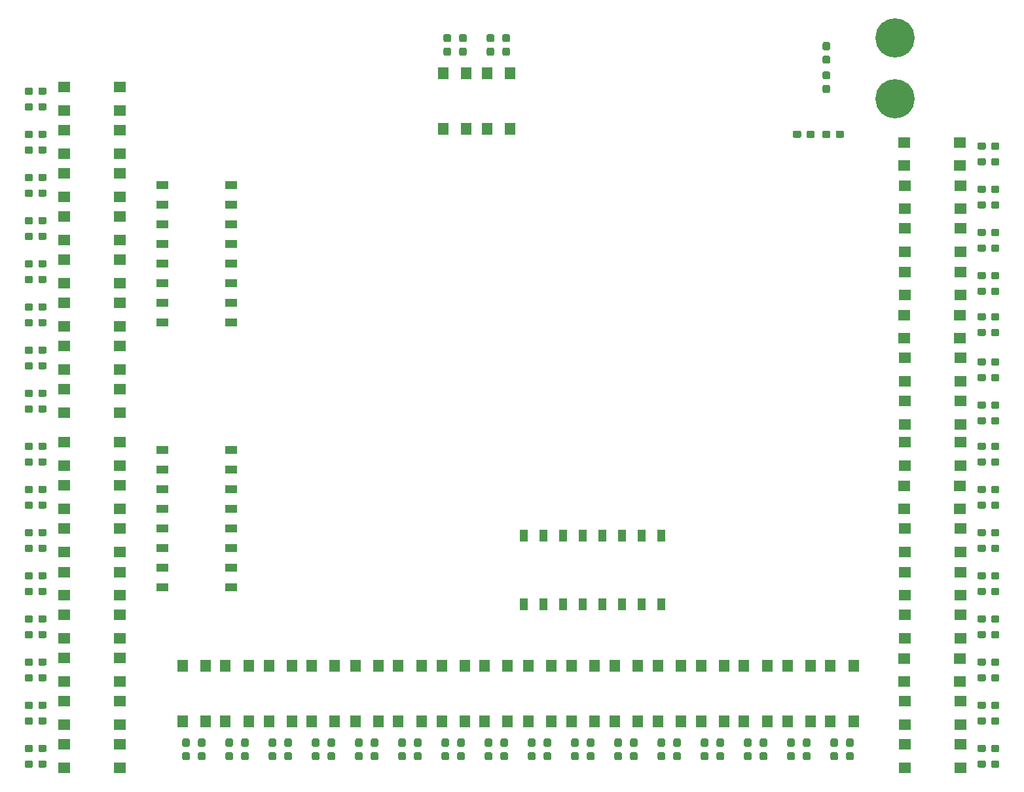
<source format=gbr>
G04 #@! TF.GenerationSoftware,KiCad,Pcbnew,(5.0.2)-1*
G04 #@! TF.CreationDate,2020-01-11T13:29:28-06:00*
G04 #@! TF.ProjectId,TM4C129 Breakout Tester,544d3443-3132-4392-9042-7265616b6f75,rev?*
G04 #@! TF.SameCoordinates,Original*
G04 #@! TF.FileFunction,Paste,Top*
G04 #@! TF.FilePolarity,Positive*
%FSLAX46Y46*%
G04 Gerber Fmt 4.6, Leading zero omitted, Abs format (unit mm)*
G04 Created by KiCad (PCBNEW (5.0.2)-1) date 1/11/2020 1:29:28 PM*
%MOMM*%
%LPD*%
G01*
G04 APERTURE LIST*
%ADD10C,0.100000*%
%ADD11C,0.950000*%
%ADD12R,1.600000X1.400000*%
%ADD13R,1.400000X1.600000*%
%ADD14R,1.500000X1.100000*%
%ADD15C,5.080000*%
%ADD16R,1.100000X1.500000*%
G04 APERTURE END LIST*
D10*
G04 #@! TO.C,D1*
G36*
X108210779Y-57360144D02*
X108233834Y-57363563D01*
X108256443Y-57369227D01*
X108278387Y-57377079D01*
X108299457Y-57387044D01*
X108319448Y-57399026D01*
X108338168Y-57412910D01*
X108355438Y-57428562D01*
X108371090Y-57445832D01*
X108384974Y-57464552D01*
X108396956Y-57484543D01*
X108406921Y-57505613D01*
X108414773Y-57527557D01*
X108420437Y-57550166D01*
X108423856Y-57573221D01*
X108425000Y-57596500D01*
X108425000Y-58171500D01*
X108423856Y-58194779D01*
X108420437Y-58217834D01*
X108414773Y-58240443D01*
X108406921Y-58262387D01*
X108396956Y-58283457D01*
X108384974Y-58303448D01*
X108371090Y-58322168D01*
X108355438Y-58339438D01*
X108338168Y-58355090D01*
X108319448Y-58368974D01*
X108299457Y-58380956D01*
X108278387Y-58390921D01*
X108256443Y-58398773D01*
X108233834Y-58404437D01*
X108210779Y-58407856D01*
X108187500Y-58409000D01*
X107712500Y-58409000D01*
X107689221Y-58407856D01*
X107666166Y-58404437D01*
X107643557Y-58398773D01*
X107621613Y-58390921D01*
X107600543Y-58380956D01*
X107580552Y-58368974D01*
X107561832Y-58355090D01*
X107544562Y-58339438D01*
X107528910Y-58322168D01*
X107515026Y-58303448D01*
X107503044Y-58283457D01*
X107493079Y-58262387D01*
X107485227Y-58240443D01*
X107479563Y-58217834D01*
X107476144Y-58194779D01*
X107475000Y-58171500D01*
X107475000Y-57596500D01*
X107476144Y-57573221D01*
X107479563Y-57550166D01*
X107485227Y-57527557D01*
X107493079Y-57505613D01*
X107503044Y-57484543D01*
X107515026Y-57464552D01*
X107528910Y-57445832D01*
X107544562Y-57428562D01*
X107561832Y-57412910D01*
X107580552Y-57399026D01*
X107600543Y-57387044D01*
X107621613Y-57377079D01*
X107643557Y-57369227D01*
X107666166Y-57363563D01*
X107689221Y-57360144D01*
X107712500Y-57359000D01*
X108187500Y-57359000D01*
X108210779Y-57360144D01*
X108210779Y-57360144D01*
G37*
D11*
X107950000Y-57884000D03*
D10*
G36*
X108210779Y-55610144D02*
X108233834Y-55613563D01*
X108256443Y-55619227D01*
X108278387Y-55627079D01*
X108299457Y-55637044D01*
X108319448Y-55649026D01*
X108338168Y-55662910D01*
X108355438Y-55678562D01*
X108371090Y-55695832D01*
X108384974Y-55714552D01*
X108396956Y-55734543D01*
X108406921Y-55755613D01*
X108414773Y-55777557D01*
X108420437Y-55800166D01*
X108423856Y-55823221D01*
X108425000Y-55846500D01*
X108425000Y-56421500D01*
X108423856Y-56444779D01*
X108420437Y-56467834D01*
X108414773Y-56490443D01*
X108406921Y-56512387D01*
X108396956Y-56533457D01*
X108384974Y-56553448D01*
X108371090Y-56572168D01*
X108355438Y-56589438D01*
X108338168Y-56605090D01*
X108319448Y-56618974D01*
X108299457Y-56630956D01*
X108278387Y-56640921D01*
X108256443Y-56648773D01*
X108233834Y-56654437D01*
X108210779Y-56657856D01*
X108187500Y-56659000D01*
X107712500Y-56659000D01*
X107689221Y-56657856D01*
X107666166Y-56654437D01*
X107643557Y-56648773D01*
X107621613Y-56640921D01*
X107600543Y-56630956D01*
X107580552Y-56618974D01*
X107561832Y-56605090D01*
X107544562Y-56589438D01*
X107528910Y-56572168D01*
X107515026Y-56553448D01*
X107503044Y-56533457D01*
X107493079Y-56512387D01*
X107485227Y-56490443D01*
X107479563Y-56467834D01*
X107476144Y-56444779D01*
X107475000Y-56421500D01*
X107475000Y-55846500D01*
X107476144Y-55823221D01*
X107479563Y-55800166D01*
X107485227Y-55777557D01*
X107493079Y-55755613D01*
X107503044Y-55734543D01*
X107515026Y-55714552D01*
X107528910Y-55695832D01*
X107544562Y-55678562D01*
X107561832Y-55662910D01*
X107580552Y-55649026D01*
X107600543Y-55637044D01*
X107621613Y-55627079D01*
X107643557Y-55619227D01*
X107666166Y-55613563D01*
X107689221Y-55610144D01*
X107712500Y-55609000D01*
X108187500Y-55609000D01*
X108210779Y-55610144D01*
X108210779Y-55610144D01*
G37*
D11*
X107950000Y-56134000D03*
G04 #@! TD*
D10*
G04 #@! TO.C,D2*
G36*
X113798779Y-55610144D02*
X113821834Y-55613563D01*
X113844443Y-55619227D01*
X113866387Y-55627079D01*
X113887457Y-55637044D01*
X113907448Y-55649026D01*
X113926168Y-55662910D01*
X113943438Y-55678562D01*
X113959090Y-55695832D01*
X113972974Y-55714552D01*
X113984956Y-55734543D01*
X113994921Y-55755613D01*
X114002773Y-55777557D01*
X114008437Y-55800166D01*
X114011856Y-55823221D01*
X114013000Y-55846500D01*
X114013000Y-56421500D01*
X114011856Y-56444779D01*
X114008437Y-56467834D01*
X114002773Y-56490443D01*
X113994921Y-56512387D01*
X113984956Y-56533457D01*
X113972974Y-56553448D01*
X113959090Y-56572168D01*
X113943438Y-56589438D01*
X113926168Y-56605090D01*
X113907448Y-56618974D01*
X113887457Y-56630956D01*
X113866387Y-56640921D01*
X113844443Y-56648773D01*
X113821834Y-56654437D01*
X113798779Y-56657856D01*
X113775500Y-56659000D01*
X113300500Y-56659000D01*
X113277221Y-56657856D01*
X113254166Y-56654437D01*
X113231557Y-56648773D01*
X113209613Y-56640921D01*
X113188543Y-56630956D01*
X113168552Y-56618974D01*
X113149832Y-56605090D01*
X113132562Y-56589438D01*
X113116910Y-56572168D01*
X113103026Y-56553448D01*
X113091044Y-56533457D01*
X113081079Y-56512387D01*
X113073227Y-56490443D01*
X113067563Y-56467834D01*
X113064144Y-56444779D01*
X113063000Y-56421500D01*
X113063000Y-55846500D01*
X113064144Y-55823221D01*
X113067563Y-55800166D01*
X113073227Y-55777557D01*
X113081079Y-55755613D01*
X113091044Y-55734543D01*
X113103026Y-55714552D01*
X113116910Y-55695832D01*
X113132562Y-55678562D01*
X113149832Y-55662910D01*
X113168552Y-55649026D01*
X113188543Y-55637044D01*
X113209613Y-55627079D01*
X113231557Y-55619227D01*
X113254166Y-55613563D01*
X113277221Y-55610144D01*
X113300500Y-55609000D01*
X113775500Y-55609000D01*
X113798779Y-55610144D01*
X113798779Y-55610144D01*
G37*
D11*
X113538000Y-56134000D03*
D10*
G36*
X113798779Y-57360144D02*
X113821834Y-57363563D01*
X113844443Y-57369227D01*
X113866387Y-57377079D01*
X113887457Y-57387044D01*
X113907448Y-57399026D01*
X113926168Y-57412910D01*
X113943438Y-57428562D01*
X113959090Y-57445832D01*
X113972974Y-57464552D01*
X113984956Y-57484543D01*
X113994921Y-57505613D01*
X114002773Y-57527557D01*
X114008437Y-57550166D01*
X114011856Y-57573221D01*
X114013000Y-57596500D01*
X114013000Y-58171500D01*
X114011856Y-58194779D01*
X114008437Y-58217834D01*
X114002773Y-58240443D01*
X113994921Y-58262387D01*
X113984956Y-58283457D01*
X113972974Y-58303448D01*
X113959090Y-58322168D01*
X113943438Y-58339438D01*
X113926168Y-58355090D01*
X113907448Y-58368974D01*
X113887457Y-58380956D01*
X113866387Y-58390921D01*
X113844443Y-58398773D01*
X113821834Y-58404437D01*
X113798779Y-58407856D01*
X113775500Y-58409000D01*
X113300500Y-58409000D01*
X113277221Y-58407856D01*
X113254166Y-58404437D01*
X113231557Y-58398773D01*
X113209613Y-58390921D01*
X113188543Y-58380956D01*
X113168552Y-58368974D01*
X113149832Y-58355090D01*
X113132562Y-58339438D01*
X113116910Y-58322168D01*
X113103026Y-58303448D01*
X113091044Y-58283457D01*
X113081079Y-58262387D01*
X113073227Y-58240443D01*
X113067563Y-58217834D01*
X113064144Y-58194779D01*
X113063000Y-58171500D01*
X113063000Y-57596500D01*
X113064144Y-57573221D01*
X113067563Y-57550166D01*
X113073227Y-57527557D01*
X113081079Y-57505613D01*
X113091044Y-57484543D01*
X113103026Y-57464552D01*
X113116910Y-57445832D01*
X113132562Y-57428562D01*
X113149832Y-57412910D01*
X113168552Y-57399026D01*
X113188543Y-57387044D01*
X113209613Y-57377079D01*
X113231557Y-57369227D01*
X113254166Y-57363563D01*
X113277221Y-57360144D01*
X113300500Y-57359000D01*
X113775500Y-57359000D01*
X113798779Y-57360144D01*
X113798779Y-57360144D01*
G37*
D11*
X113538000Y-57884000D03*
G04 #@! TD*
D10*
G04 #@! TO.C,D3*
G36*
X53876779Y-62518144D02*
X53899834Y-62521563D01*
X53922443Y-62527227D01*
X53944387Y-62535079D01*
X53965457Y-62545044D01*
X53985448Y-62557026D01*
X54004168Y-62570910D01*
X54021438Y-62586562D01*
X54037090Y-62603832D01*
X54050974Y-62622552D01*
X54062956Y-62642543D01*
X54072921Y-62663613D01*
X54080773Y-62685557D01*
X54086437Y-62708166D01*
X54089856Y-62731221D01*
X54091000Y-62754500D01*
X54091000Y-63229500D01*
X54089856Y-63252779D01*
X54086437Y-63275834D01*
X54080773Y-63298443D01*
X54072921Y-63320387D01*
X54062956Y-63341457D01*
X54050974Y-63361448D01*
X54037090Y-63380168D01*
X54021438Y-63397438D01*
X54004168Y-63413090D01*
X53985448Y-63426974D01*
X53965457Y-63438956D01*
X53944387Y-63448921D01*
X53922443Y-63456773D01*
X53899834Y-63462437D01*
X53876779Y-63465856D01*
X53853500Y-63467000D01*
X53278500Y-63467000D01*
X53255221Y-63465856D01*
X53232166Y-63462437D01*
X53209557Y-63456773D01*
X53187613Y-63448921D01*
X53166543Y-63438956D01*
X53146552Y-63426974D01*
X53127832Y-63413090D01*
X53110562Y-63397438D01*
X53094910Y-63380168D01*
X53081026Y-63361448D01*
X53069044Y-63341457D01*
X53059079Y-63320387D01*
X53051227Y-63298443D01*
X53045563Y-63275834D01*
X53042144Y-63252779D01*
X53041000Y-63229500D01*
X53041000Y-62754500D01*
X53042144Y-62731221D01*
X53045563Y-62708166D01*
X53051227Y-62685557D01*
X53059079Y-62663613D01*
X53069044Y-62642543D01*
X53081026Y-62622552D01*
X53094910Y-62603832D01*
X53110562Y-62586562D01*
X53127832Y-62570910D01*
X53146552Y-62557026D01*
X53166543Y-62545044D01*
X53187613Y-62535079D01*
X53209557Y-62527227D01*
X53232166Y-62521563D01*
X53255221Y-62518144D01*
X53278500Y-62517000D01*
X53853500Y-62517000D01*
X53876779Y-62518144D01*
X53876779Y-62518144D01*
G37*
D11*
X53566000Y-62992000D03*
D10*
G36*
X52126779Y-62518144D02*
X52149834Y-62521563D01*
X52172443Y-62527227D01*
X52194387Y-62535079D01*
X52215457Y-62545044D01*
X52235448Y-62557026D01*
X52254168Y-62570910D01*
X52271438Y-62586562D01*
X52287090Y-62603832D01*
X52300974Y-62622552D01*
X52312956Y-62642543D01*
X52322921Y-62663613D01*
X52330773Y-62685557D01*
X52336437Y-62708166D01*
X52339856Y-62731221D01*
X52341000Y-62754500D01*
X52341000Y-63229500D01*
X52339856Y-63252779D01*
X52336437Y-63275834D01*
X52330773Y-63298443D01*
X52322921Y-63320387D01*
X52312956Y-63341457D01*
X52300974Y-63361448D01*
X52287090Y-63380168D01*
X52271438Y-63397438D01*
X52254168Y-63413090D01*
X52235448Y-63426974D01*
X52215457Y-63438956D01*
X52194387Y-63448921D01*
X52172443Y-63456773D01*
X52149834Y-63462437D01*
X52126779Y-63465856D01*
X52103500Y-63467000D01*
X51528500Y-63467000D01*
X51505221Y-63465856D01*
X51482166Y-63462437D01*
X51459557Y-63456773D01*
X51437613Y-63448921D01*
X51416543Y-63438956D01*
X51396552Y-63426974D01*
X51377832Y-63413090D01*
X51360562Y-63397438D01*
X51344910Y-63380168D01*
X51331026Y-63361448D01*
X51319044Y-63341457D01*
X51309079Y-63320387D01*
X51301227Y-63298443D01*
X51295563Y-63275834D01*
X51292144Y-63252779D01*
X51291000Y-63229500D01*
X51291000Y-62754500D01*
X51292144Y-62731221D01*
X51295563Y-62708166D01*
X51301227Y-62685557D01*
X51309079Y-62663613D01*
X51319044Y-62642543D01*
X51331026Y-62622552D01*
X51344910Y-62603832D01*
X51360562Y-62586562D01*
X51377832Y-62570910D01*
X51396552Y-62557026D01*
X51416543Y-62545044D01*
X51437613Y-62535079D01*
X51459557Y-62527227D01*
X51482166Y-62521563D01*
X51505221Y-62518144D01*
X51528500Y-62517000D01*
X52103500Y-62517000D01*
X52126779Y-62518144D01*
X52126779Y-62518144D01*
G37*
D11*
X51816000Y-62992000D03*
G04 #@! TD*
D10*
G04 #@! TO.C,D4*
G36*
X117100779Y-146824144D02*
X117123834Y-146827563D01*
X117146443Y-146833227D01*
X117168387Y-146841079D01*
X117189457Y-146851044D01*
X117209448Y-146863026D01*
X117228168Y-146876910D01*
X117245438Y-146892562D01*
X117261090Y-146909832D01*
X117274974Y-146928552D01*
X117286956Y-146948543D01*
X117296921Y-146969613D01*
X117304773Y-146991557D01*
X117310437Y-147014166D01*
X117313856Y-147037221D01*
X117315000Y-147060500D01*
X117315000Y-147635500D01*
X117313856Y-147658779D01*
X117310437Y-147681834D01*
X117304773Y-147704443D01*
X117296921Y-147726387D01*
X117286956Y-147747457D01*
X117274974Y-147767448D01*
X117261090Y-147786168D01*
X117245438Y-147803438D01*
X117228168Y-147819090D01*
X117209448Y-147832974D01*
X117189457Y-147844956D01*
X117168387Y-147854921D01*
X117146443Y-147862773D01*
X117123834Y-147868437D01*
X117100779Y-147871856D01*
X117077500Y-147873000D01*
X116602500Y-147873000D01*
X116579221Y-147871856D01*
X116556166Y-147868437D01*
X116533557Y-147862773D01*
X116511613Y-147854921D01*
X116490543Y-147844956D01*
X116470552Y-147832974D01*
X116451832Y-147819090D01*
X116434562Y-147803438D01*
X116418910Y-147786168D01*
X116405026Y-147767448D01*
X116393044Y-147747457D01*
X116383079Y-147726387D01*
X116375227Y-147704443D01*
X116369563Y-147681834D01*
X116366144Y-147658779D01*
X116365000Y-147635500D01*
X116365000Y-147060500D01*
X116366144Y-147037221D01*
X116369563Y-147014166D01*
X116375227Y-146991557D01*
X116383079Y-146969613D01*
X116393044Y-146948543D01*
X116405026Y-146928552D01*
X116418910Y-146909832D01*
X116434562Y-146892562D01*
X116451832Y-146876910D01*
X116470552Y-146863026D01*
X116490543Y-146851044D01*
X116511613Y-146841079D01*
X116533557Y-146833227D01*
X116556166Y-146827563D01*
X116579221Y-146824144D01*
X116602500Y-146823000D01*
X117077500Y-146823000D01*
X117100779Y-146824144D01*
X117100779Y-146824144D01*
G37*
D11*
X116840000Y-147348000D03*
D10*
G36*
X117100779Y-148574144D02*
X117123834Y-148577563D01*
X117146443Y-148583227D01*
X117168387Y-148591079D01*
X117189457Y-148601044D01*
X117209448Y-148613026D01*
X117228168Y-148626910D01*
X117245438Y-148642562D01*
X117261090Y-148659832D01*
X117274974Y-148678552D01*
X117286956Y-148698543D01*
X117296921Y-148719613D01*
X117304773Y-148741557D01*
X117310437Y-148764166D01*
X117313856Y-148787221D01*
X117315000Y-148810500D01*
X117315000Y-149385500D01*
X117313856Y-149408779D01*
X117310437Y-149431834D01*
X117304773Y-149454443D01*
X117296921Y-149476387D01*
X117286956Y-149497457D01*
X117274974Y-149517448D01*
X117261090Y-149536168D01*
X117245438Y-149553438D01*
X117228168Y-149569090D01*
X117209448Y-149582974D01*
X117189457Y-149594956D01*
X117168387Y-149604921D01*
X117146443Y-149612773D01*
X117123834Y-149618437D01*
X117100779Y-149621856D01*
X117077500Y-149623000D01*
X116602500Y-149623000D01*
X116579221Y-149621856D01*
X116556166Y-149618437D01*
X116533557Y-149612773D01*
X116511613Y-149604921D01*
X116490543Y-149594956D01*
X116470552Y-149582974D01*
X116451832Y-149569090D01*
X116434562Y-149553438D01*
X116418910Y-149536168D01*
X116405026Y-149517448D01*
X116393044Y-149497457D01*
X116383079Y-149476387D01*
X116375227Y-149454443D01*
X116369563Y-149431834D01*
X116366144Y-149408779D01*
X116365000Y-149385500D01*
X116365000Y-148810500D01*
X116366144Y-148787221D01*
X116369563Y-148764166D01*
X116375227Y-148741557D01*
X116383079Y-148719613D01*
X116393044Y-148698543D01*
X116405026Y-148678552D01*
X116418910Y-148659832D01*
X116434562Y-148642562D01*
X116451832Y-148626910D01*
X116470552Y-148613026D01*
X116490543Y-148601044D01*
X116511613Y-148591079D01*
X116533557Y-148583227D01*
X116556166Y-148577563D01*
X116579221Y-148574144D01*
X116602500Y-148573000D01*
X117077500Y-148573000D01*
X117100779Y-148574144D01*
X117100779Y-148574144D01*
G37*
D11*
X116840000Y-149098000D03*
G04 #@! TD*
D10*
G04 #@! TO.C,D5*
G36*
X52126779Y-68106144D02*
X52149834Y-68109563D01*
X52172443Y-68115227D01*
X52194387Y-68123079D01*
X52215457Y-68133044D01*
X52235448Y-68145026D01*
X52254168Y-68158910D01*
X52271438Y-68174562D01*
X52287090Y-68191832D01*
X52300974Y-68210552D01*
X52312956Y-68230543D01*
X52322921Y-68251613D01*
X52330773Y-68273557D01*
X52336437Y-68296166D01*
X52339856Y-68319221D01*
X52341000Y-68342500D01*
X52341000Y-68817500D01*
X52339856Y-68840779D01*
X52336437Y-68863834D01*
X52330773Y-68886443D01*
X52322921Y-68908387D01*
X52312956Y-68929457D01*
X52300974Y-68949448D01*
X52287090Y-68968168D01*
X52271438Y-68985438D01*
X52254168Y-69001090D01*
X52235448Y-69014974D01*
X52215457Y-69026956D01*
X52194387Y-69036921D01*
X52172443Y-69044773D01*
X52149834Y-69050437D01*
X52126779Y-69053856D01*
X52103500Y-69055000D01*
X51528500Y-69055000D01*
X51505221Y-69053856D01*
X51482166Y-69050437D01*
X51459557Y-69044773D01*
X51437613Y-69036921D01*
X51416543Y-69026956D01*
X51396552Y-69014974D01*
X51377832Y-69001090D01*
X51360562Y-68985438D01*
X51344910Y-68968168D01*
X51331026Y-68949448D01*
X51319044Y-68929457D01*
X51309079Y-68908387D01*
X51301227Y-68886443D01*
X51295563Y-68863834D01*
X51292144Y-68840779D01*
X51291000Y-68817500D01*
X51291000Y-68342500D01*
X51292144Y-68319221D01*
X51295563Y-68296166D01*
X51301227Y-68273557D01*
X51309079Y-68251613D01*
X51319044Y-68230543D01*
X51331026Y-68210552D01*
X51344910Y-68191832D01*
X51360562Y-68174562D01*
X51377832Y-68158910D01*
X51396552Y-68145026D01*
X51416543Y-68133044D01*
X51437613Y-68123079D01*
X51459557Y-68115227D01*
X51482166Y-68109563D01*
X51505221Y-68106144D01*
X51528500Y-68105000D01*
X52103500Y-68105000D01*
X52126779Y-68106144D01*
X52126779Y-68106144D01*
G37*
D11*
X51816000Y-68580000D03*
D10*
G36*
X53876779Y-68106144D02*
X53899834Y-68109563D01*
X53922443Y-68115227D01*
X53944387Y-68123079D01*
X53965457Y-68133044D01*
X53985448Y-68145026D01*
X54004168Y-68158910D01*
X54021438Y-68174562D01*
X54037090Y-68191832D01*
X54050974Y-68210552D01*
X54062956Y-68230543D01*
X54072921Y-68251613D01*
X54080773Y-68273557D01*
X54086437Y-68296166D01*
X54089856Y-68319221D01*
X54091000Y-68342500D01*
X54091000Y-68817500D01*
X54089856Y-68840779D01*
X54086437Y-68863834D01*
X54080773Y-68886443D01*
X54072921Y-68908387D01*
X54062956Y-68929457D01*
X54050974Y-68949448D01*
X54037090Y-68968168D01*
X54021438Y-68985438D01*
X54004168Y-69001090D01*
X53985448Y-69014974D01*
X53965457Y-69026956D01*
X53944387Y-69036921D01*
X53922443Y-69044773D01*
X53899834Y-69050437D01*
X53876779Y-69053856D01*
X53853500Y-69055000D01*
X53278500Y-69055000D01*
X53255221Y-69053856D01*
X53232166Y-69050437D01*
X53209557Y-69044773D01*
X53187613Y-69036921D01*
X53166543Y-69026956D01*
X53146552Y-69014974D01*
X53127832Y-69001090D01*
X53110562Y-68985438D01*
X53094910Y-68968168D01*
X53081026Y-68949448D01*
X53069044Y-68929457D01*
X53059079Y-68908387D01*
X53051227Y-68886443D01*
X53045563Y-68863834D01*
X53042144Y-68840779D01*
X53041000Y-68817500D01*
X53041000Y-68342500D01*
X53042144Y-68319221D01*
X53045563Y-68296166D01*
X53051227Y-68273557D01*
X53059079Y-68251613D01*
X53069044Y-68230543D01*
X53081026Y-68210552D01*
X53094910Y-68191832D01*
X53110562Y-68174562D01*
X53127832Y-68158910D01*
X53146552Y-68145026D01*
X53166543Y-68133044D01*
X53187613Y-68123079D01*
X53209557Y-68115227D01*
X53232166Y-68109563D01*
X53255221Y-68106144D01*
X53278500Y-68105000D01*
X53853500Y-68105000D01*
X53876779Y-68106144D01*
X53876779Y-68106144D01*
G37*
D11*
X53566000Y-68580000D03*
G04 #@! TD*
D10*
G04 #@! TO.C,D6*
G36*
X122688779Y-148574144D02*
X122711834Y-148577563D01*
X122734443Y-148583227D01*
X122756387Y-148591079D01*
X122777457Y-148601044D01*
X122797448Y-148613026D01*
X122816168Y-148626910D01*
X122833438Y-148642562D01*
X122849090Y-148659832D01*
X122862974Y-148678552D01*
X122874956Y-148698543D01*
X122884921Y-148719613D01*
X122892773Y-148741557D01*
X122898437Y-148764166D01*
X122901856Y-148787221D01*
X122903000Y-148810500D01*
X122903000Y-149385500D01*
X122901856Y-149408779D01*
X122898437Y-149431834D01*
X122892773Y-149454443D01*
X122884921Y-149476387D01*
X122874956Y-149497457D01*
X122862974Y-149517448D01*
X122849090Y-149536168D01*
X122833438Y-149553438D01*
X122816168Y-149569090D01*
X122797448Y-149582974D01*
X122777457Y-149594956D01*
X122756387Y-149604921D01*
X122734443Y-149612773D01*
X122711834Y-149618437D01*
X122688779Y-149621856D01*
X122665500Y-149623000D01*
X122190500Y-149623000D01*
X122167221Y-149621856D01*
X122144166Y-149618437D01*
X122121557Y-149612773D01*
X122099613Y-149604921D01*
X122078543Y-149594956D01*
X122058552Y-149582974D01*
X122039832Y-149569090D01*
X122022562Y-149553438D01*
X122006910Y-149536168D01*
X121993026Y-149517448D01*
X121981044Y-149497457D01*
X121971079Y-149476387D01*
X121963227Y-149454443D01*
X121957563Y-149431834D01*
X121954144Y-149408779D01*
X121953000Y-149385500D01*
X121953000Y-148810500D01*
X121954144Y-148787221D01*
X121957563Y-148764166D01*
X121963227Y-148741557D01*
X121971079Y-148719613D01*
X121981044Y-148698543D01*
X121993026Y-148678552D01*
X122006910Y-148659832D01*
X122022562Y-148642562D01*
X122039832Y-148626910D01*
X122058552Y-148613026D01*
X122078543Y-148601044D01*
X122099613Y-148591079D01*
X122121557Y-148583227D01*
X122144166Y-148577563D01*
X122167221Y-148574144D01*
X122190500Y-148573000D01*
X122665500Y-148573000D01*
X122688779Y-148574144D01*
X122688779Y-148574144D01*
G37*
D11*
X122428000Y-149098000D03*
D10*
G36*
X122688779Y-146824144D02*
X122711834Y-146827563D01*
X122734443Y-146833227D01*
X122756387Y-146841079D01*
X122777457Y-146851044D01*
X122797448Y-146863026D01*
X122816168Y-146876910D01*
X122833438Y-146892562D01*
X122849090Y-146909832D01*
X122862974Y-146928552D01*
X122874956Y-146948543D01*
X122884921Y-146969613D01*
X122892773Y-146991557D01*
X122898437Y-147014166D01*
X122901856Y-147037221D01*
X122903000Y-147060500D01*
X122903000Y-147635500D01*
X122901856Y-147658779D01*
X122898437Y-147681834D01*
X122892773Y-147704443D01*
X122884921Y-147726387D01*
X122874956Y-147747457D01*
X122862974Y-147767448D01*
X122849090Y-147786168D01*
X122833438Y-147803438D01*
X122816168Y-147819090D01*
X122797448Y-147832974D01*
X122777457Y-147844956D01*
X122756387Y-147854921D01*
X122734443Y-147862773D01*
X122711834Y-147868437D01*
X122688779Y-147871856D01*
X122665500Y-147873000D01*
X122190500Y-147873000D01*
X122167221Y-147871856D01*
X122144166Y-147868437D01*
X122121557Y-147862773D01*
X122099613Y-147854921D01*
X122078543Y-147844956D01*
X122058552Y-147832974D01*
X122039832Y-147819090D01*
X122022562Y-147803438D01*
X122006910Y-147786168D01*
X121993026Y-147767448D01*
X121981044Y-147747457D01*
X121971079Y-147726387D01*
X121963227Y-147704443D01*
X121957563Y-147681834D01*
X121954144Y-147658779D01*
X121953000Y-147635500D01*
X121953000Y-147060500D01*
X121954144Y-147037221D01*
X121957563Y-147014166D01*
X121963227Y-146991557D01*
X121971079Y-146969613D01*
X121981044Y-146948543D01*
X121993026Y-146928552D01*
X122006910Y-146909832D01*
X122022562Y-146892562D01*
X122039832Y-146876910D01*
X122058552Y-146863026D01*
X122078543Y-146851044D01*
X122099613Y-146841079D01*
X122121557Y-146833227D01*
X122144166Y-146827563D01*
X122167221Y-146824144D01*
X122190500Y-146823000D01*
X122665500Y-146823000D01*
X122688779Y-146824144D01*
X122688779Y-146824144D01*
G37*
D11*
X122428000Y-147348000D03*
G04 #@! TD*
D10*
G04 #@! TO.C,D7*
G36*
X177094779Y-69630144D02*
X177117834Y-69633563D01*
X177140443Y-69639227D01*
X177162387Y-69647079D01*
X177183457Y-69657044D01*
X177203448Y-69669026D01*
X177222168Y-69682910D01*
X177239438Y-69698562D01*
X177255090Y-69715832D01*
X177268974Y-69734552D01*
X177280956Y-69754543D01*
X177290921Y-69775613D01*
X177298773Y-69797557D01*
X177304437Y-69820166D01*
X177307856Y-69843221D01*
X177309000Y-69866500D01*
X177309000Y-70341500D01*
X177307856Y-70364779D01*
X177304437Y-70387834D01*
X177298773Y-70410443D01*
X177290921Y-70432387D01*
X177280956Y-70453457D01*
X177268974Y-70473448D01*
X177255090Y-70492168D01*
X177239438Y-70509438D01*
X177222168Y-70525090D01*
X177203448Y-70538974D01*
X177183457Y-70550956D01*
X177162387Y-70560921D01*
X177140443Y-70568773D01*
X177117834Y-70574437D01*
X177094779Y-70577856D01*
X177071500Y-70579000D01*
X176496500Y-70579000D01*
X176473221Y-70577856D01*
X176450166Y-70574437D01*
X176427557Y-70568773D01*
X176405613Y-70560921D01*
X176384543Y-70550956D01*
X176364552Y-70538974D01*
X176345832Y-70525090D01*
X176328562Y-70509438D01*
X176312910Y-70492168D01*
X176299026Y-70473448D01*
X176287044Y-70453457D01*
X176277079Y-70432387D01*
X176269227Y-70410443D01*
X176263563Y-70387834D01*
X176260144Y-70364779D01*
X176259000Y-70341500D01*
X176259000Y-69866500D01*
X176260144Y-69843221D01*
X176263563Y-69820166D01*
X176269227Y-69797557D01*
X176277079Y-69775613D01*
X176287044Y-69754543D01*
X176299026Y-69734552D01*
X176312910Y-69715832D01*
X176328562Y-69698562D01*
X176345832Y-69682910D01*
X176364552Y-69669026D01*
X176384543Y-69657044D01*
X176405613Y-69647079D01*
X176427557Y-69639227D01*
X176450166Y-69633563D01*
X176473221Y-69630144D01*
X176496500Y-69629000D01*
X177071500Y-69629000D01*
X177094779Y-69630144D01*
X177094779Y-69630144D01*
G37*
D11*
X176784000Y-70104000D03*
D10*
G36*
X175344779Y-69630144D02*
X175367834Y-69633563D01*
X175390443Y-69639227D01*
X175412387Y-69647079D01*
X175433457Y-69657044D01*
X175453448Y-69669026D01*
X175472168Y-69682910D01*
X175489438Y-69698562D01*
X175505090Y-69715832D01*
X175518974Y-69734552D01*
X175530956Y-69754543D01*
X175540921Y-69775613D01*
X175548773Y-69797557D01*
X175554437Y-69820166D01*
X175557856Y-69843221D01*
X175559000Y-69866500D01*
X175559000Y-70341500D01*
X175557856Y-70364779D01*
X175554437Y-70387834D01*
X175548773Y-70410443D01*
X175540921Y-70432387D01*
X175530956Y-70453457D01*
X175518974Y-70473448D01*
X175505090Y-70492168D01*
X175489438Y-70509438D01*
X175472168Y-70525090D01*
X175453448Y-70538974D01*
X175433457Y-70550956D01*
X175412387Y-70560921D01*
X175390443Y-70568773D01*
X175367834Y-70574437D01*
X175344779Y-70577856D01*
X175321500Y-70579000D01*
X174746500Y-70579000D01*
X174723221Y-70577856D01*
X174700166Y-70574437D01*
X174677557Y-70568773D01*
X174655613Y-70560921D01*
X174634543Y-70550956D01*
X174614552Y-70538974D01*
X174595832Y-70525090D01*
X174578562Y-70509438D01*
X174562910Y-70492168D01*
X174549026Y-70473448D01*
X174537044Y-70453457D01*
X174527079Y-70432387D01*
X174519227Y-70410443D01*
X174513563Y-70387834D01*
X174510144Y-70364779D01*
X174509000Y-70341500D01*
X174509000Y-69866500D01*
X174510144Y-69843221D01*
X174513563Y-69820166D01*
X174519227Y-69797557D01*
X174527079Y-69775613D01*
X174537044Y-69754543D01*
X174549026Y-69734552D01*
X174562910Y-69715832D01*
X174578562Y-69698562D01*
X174595832Y-69682910D01*
X174614552Y-69669026D01*
X174634543Y-69657044D01*
X174655613Y-69647079D01*
X174677557Y-69639227D01*
X174700166Y-69633563D01*
X174723221Y-69630144D01*
X174746500Y-69629000D01*
X175321500Y-69629000D01*
X175344779Y-69630144D01*
X175344779Y-69630144D01*
G37*
D11*
X175034000Y-70104000D03*
G04 #@! TD*
D10*
G04 #@! TO.C,D8*
G36*
X53876779Y-73694144D02*
X53899834Y-73697563D01*
X53922443Y-73703227D01*
X53944387Y-73711079D01*
X53965457Y-73721044D01*
X53985448Y-73733026D01*
X54004168Y-73746910D01*
X54021438Y-73762562D01*
X54037090Y-73779832D01*
X54050974Y-73798552D01*
X54062956Y-73818543D01*
X54072921Y-73839613D01*
X54080773Y-73861557D01*
X54086437Y-73884166D01*
X54089856Y-73907221D01*
X54091000Y-73930500D01*
X54091000Y-74405500D01*
X54089856Y-74428779D01*
X54086437Y-74451834D01*
X54080773Y-74474443D01*
X54072921Y-74496387D01*
X54062956Y-74517457D01*
X54050974Y-74537448D01*
X54037090Y-74556168D01*
X54021438Y-74573438D01*
X54004168Y-74589090D01*
X53985448Y-74602974D01*
X53965457Y-74614956D01*
X53944387Y-74624921D01*
X53922443Y-74632773D01*
X53899834Y-74638437D01*
X53876779Y-74641856D01*
X53853500Y-74643000D01*
X53278500Y-74643000D01*
X53255221Y-74641856D01*
X53232166Y-74638437D01*
X53209557Y-74632773D01*
X53187613Y-74624921D01*
X53166543Y-74614956D01*
X53146552Y-74602974D01*
X53127832Y-74589090D01*
X53110562Y-74573438D01*
X53094910Y-74556168D01*
X53081026Y-74537448D01*
X53069044Y-74517457D01*
X53059079Y-74496387D01*
X53051227Y-74474443D01*
X53045563Y-74451834D01*
X53042144Y-74428779D01*
X53041000Y-74405500D01*
X53041000Y-73930500D01*
X53042144Y-73907221D01*
X53045563Y-73884166D01*
X53051227Y-73861557D01*
X53059079Y-73839613D01*
X53069044Y-73818543D01*
X53081026Y-73798552D01*
X53094910Y-73779832D01*
X53110562Y-73762562D01*
X53127832Y-73746910D01*
X53146552Y-73733026D01*
X53166543Y-73721044D01*
X53187613Y-73711079D01*
X53209557Y-73703227D01*
X53232166Y-73697563D01*
X53255221Y-73694144D01*
X53278500Y-73693000D01*
X53853500Y-73693000D01*
X53876779Y-73694144D01*
X53876779Y-73694144D01*
G37*
D11*
X53566000Y-74168000D03*
D10*
G36*
X52126779Y-73694144D02*
X52149834Y-73697563D01*
X52172443Y-73703227D01*
X52194387Y-73711079D01*
X52215457Y-73721044D01*
X52235448Y-73733026D01*
X52254168Y-73746910D01*
X52271438Y-73762562D01*
X52287090Y-73779832D01*
X52300974Y-73798552D01*
X52312956Y-73818543D01*
X52322921Y-73839613D01*
X52330773Y-73861557D01*
X52336437Y-73884166D01*
X52339856Y-73907221D01*
X52341000Y-73930500D01*
X52341000Y-74405500D01*
X52339856Y-74428779D01*
X52336437Y-74451834D01*
X52330773Y-74474443D01*
X52322921Y-74496387D01*
X52312956Y-74517457D01*
X52300974Y-74537448D01*
X52287090Y-74556168D01*
X52271438Y-74573438D01*
X52254168Y-74589090D01*
X52235448Y-74602974D01*
X52215457Y-74614956D01*
X52194387Y-74624921D01*
X52172443Y-74632773D01*
X52149834Y-74638437D01*
X52126779Y-74641856D01*
X52103500Y-74643000D01*
X51528500Y-74643000D01*
X51505221Y-74641856D01*
X51482166Y-74638437D01*
X51459557Y-74632773D01*
X51437613Y-74624921D01*
X51416543Y-74614956D01*
X51396552Y-74602974D01*
X51377832Y-74589090D01*
X51360562Y-74573438D01*
X51344910Y-74556168D01*
X51331026Y-74537448D01*
X51319044Y-74517457D01*
X51309079Y-74496387D01*
X51301227Y-74474443D01*
X51295563Y-74451834D01*
X51292144Y-74428779D01*
X51291000Y-74405500D01*
X51291000Y-73930500D01*
X51292144Y-73907221D01*
X51295563Y-73884166D01*
X51301227Y-73861557D01*
X51309079Y-73839613D01*
X51319044Y-73818543D01*
X51331026Y-73798552D01*
X51344910Y-73779832D01*
X51360562Y-73762562D01*
X51377832Y-73746910D01*
X51396552Y-73733026D01*
X51416543Y-73721044D01*
X51437613Y-73711079D01*
X51459557Y-73703227D01*
X51482166Y-73697563D01*
X51505221Y-73694144D01*
X51528500Y-73693000D01*
X52103500Y-73693000D01*
X52126779Y-73694144D01*
X52126779Y-73694144D01*
G37*
D11*
X51816000Y-74168000D03*
G04 #@! TD*
D10*
G04 #@! TO.C,D9*
G36*
X128276779Y-146824144D02*
X128299834Y-146827563D01*
X128322443Y-146833227D01*
X128344387Y-146841079D01*
X128365457Y-146851044D01*
X128385448Y-146863026D01*
X128404168Y-146876910D01*
X128421438Y-146892562D01*
X128437090Y-146909832D01*
X128450974Y-146928552D01*
X128462956Y-146948543D01*
X128472921Y-146969613D01*
X128480773Y-146991557D01*
X128486437Y-147014166D01*
X128489856Y-147037221D01*
X128491000Y-147060500D01*
X128491000Y-147635500D01*
X128489856Y-147658779D01*
X128486437Y-147681834D01*
X128480773Y-147704443D01*
X128472921Y-147726387D01*
X128462956Y-147747457D01*
X128450974Y-147767448D01*
X128437090Y-147786168D01*
X128421438Y-147803438D01*
X128404168Y-147819090D01*
X128385448Y-147832974D01*
X128365457Y-147844956D01*
X128344387Y-147854921D01*
X128322443Y-147862773D01*
X128299834Y-147868437D01*
X128276779Y-147871856D01*
X128253500Y-147873000D01*
X127778500Y-147873000D01*
X127755221Y-147871856D01*
X127732166Y-147868437D01*
X127709557Y-147862773D01*
X127687613Y-147854921D01*
X127666543Y-147844956D01*
X127646552Y-147832974D01*
X127627832Y-147819090D01*
X127610562Y-147803438D01*
X127594910Y-147786168D01*
X127581026Y-147767448D01*
X127569044Y-147747457D01*
X127559079Y-147726387D01*
X127551227Y-147704443D01*
X127545563Y-147681834D01*
X127542144Y-147658779D01*
X127541000Y-147635500D01*
X127541000Y-147060500D01*
X127542144Y-147037221D01*
X127545563Y-147014166D01*
X127551227Y-146991557D01*
X127559079Y-146969613D01*
X127569044Y-146948543D01*
X127581026Y-146928552D01*
X127594910Y-146909832D01*
X127610562Y-146892562D01*
X127627832Y-146876910D01*
X127646552Y-146863026D01*
X127666543Y-146851044D01*
X127687613Y-146841079D01*
X127709557Y-146833227D01*
X127732166Y-146827563D01*
X127755221Y-146824144D01*
X127778500Y-146823000D01*
X128253500Y-146823000D01*
X128276779Y-146824144D01*
X128276779Y-146824144D01*
G37*
D11*
X128016000Y-147348000D03*
D10*
G36*
X128276779Y-148574144D02*
X128299834Y-148577563D01*
X128322443Y-148583227D01*
X128344387Y-148591079D01*
X128365457Y-148601044D01*
X128385448Y-148613026D01*
X128404168Y-148626910D01*
X128421438Y-148642562D01*
X128437090Y-148659832D01*
X128450974Y-148678552D01*
X128462956Y-148698543D01*
X128472921Y-148719613D01*
X128480773Y-148741557D01*
X128486437Y-148764166D01*
X128489856Y-148787221D01*
X128491000Y-148810500D01*
X128491000Y-149385500D01*
X128489856Y-149408779D01*
X128486437Y-149431834D01*
X128480773Y-149454443D01*
X128472921Y-149476387D01*
X128462956Y-149497457D01*
X128450974Y-149517448D01*
X128437090Y-149536168D01*
X128421438Y-149553438D01*
X128404168Y-149569090D01*
X128385448Y-149582974D01*
X128365457Y-149594956D01*
X128344387Y-149604921D01*
X128322443Y-149612773D01*
X128299834Y-149618437D01*
X128276779Y-149621856D01*
X128253500Y-149623000D01*
X127778500Y-149623000D01*
X127755221Y-149621856D01*
X127732166Y-149618437D01*
X127709557Y-149612773D01*
X127687613Y-149604921D01*
X127666543Y-149594956D01*
X127646552Y-149582974D01*
X127627832Y-149569090D01*
X127610562Y-149553438D01*
X127594910Y-149536168D01*
X127581026Y-149517448D01*
X127569044Y-149497457D01*
X127559079Y-149476387D01*
X127551227Y-149454443D01*
X127545563Y-149431834D01*
X127542144Y-149408779D01*
X127541000Y-149385500D01*
X127541000Y-148810500D01*
X127542144Y-148787221D01*
X127545563Y-148764166D01*
X127551227Y-148741557D01*
X127559079Y-148719613D01*
X127569044Y-148698543D01*
X127581026Y-148678552D01*
X127594910Y-148659832D01*
X127610562Y-148642562D01*
X127627832Y-148626910D01*
X127646552Y-148613026D01*
X127666543Y-148601044D01*
X127687613Y-148591079D01*
X127709557Y-148583227D01*
X127732166Y-148577563D01*
X127755221Y-148574144D01*
X127778500Y-148573000D01*
X128253500Y-148573000D01*
X128276779Y-148574144D01*
X128276779Y-148574144D01*
G37*
D11*
X128016000Y-149098000D03*
G04 #@! TD*
D10*
G04 #@! TO.C,D10*
G36*
X177094779Y-75218144D02*
X177117834Y-75221563D01*
X177140443Y-75227227D01*
X177162387Y-75235079D01*
X177183457Y-75245044D01*
X177203448Y-75257026D01*
X177222168Y-75270910D01*
X177239438Y-75286562D01*
X177255090Y-75303832D01*
X177268974Y-75322552D01*
X177280956Y-75342543D01*
X177290921Y-75363613D01*
X177298773Y-75385557D01*
X177304437Y-75408166D01*
X177307856Y-75431221D01*
X177309000Y-75454500D01*
X177309000Y-75929500D01*
X177307856Y-75952779D01*
X177304437Y-75975834D01*
X177298773Y-75998443D01*
X177290921Y-76020387D01*
X177280956Y-76041457D01*
X177268974Y-76061448D01*
X177255090Y-76080168D01*
X177239438Y-76097438D01*
X177222168Y-76113090D01*
X177203448Y-76126974D01*
X177183457Y-76138956D01*
X177162387Y-76148921D01*
X177140443Y-76156773D01*
X177117834Y-76162437D01*
X177094779Y-76165856D01*
X177071500Y-76167000D01*
X176496500Y-76167000D01*
X176473221Y-76165856D01*
X176450166Y-76162437D01*
X176427557Y-76156773D01*
X176405613Y-76148921D01*
X176384543Y-76138956D01*
X176364552Y-76126974D01*
X176345832Y-76113090D01*
X176328562Y-76097438D01*
X176312910Y-76080168D01*
X176299026Y-76061448D01*
X176287044Y-76041457D01*
X176277079Y-76020387D01*
X176269227Y-75998443D01*
X176263563Y-75975834D01*
X176260144Y-75952779D01*
X176259000Y-75929500D01*
X176259000Y-75454500D01*
X176260144Y-75431221D01*
X176263563Y-75408166D01*
X176269227Y-75385557D01*
X176277079Y-75363613D01*
X176287044Y-75342543D01*
X176299026Y-75322552D01*
X176312910Y-75303832D01*
X176328562Y-75286562D01*
X176345832Y-75270910D01*
X176364552Y-75257026D01*
X176384543Y-75245044D01*
X176405613Y-75235079D01*
X176427557Y-75227227D01*
X176450166Y-75221563D01*
X176473221Y-75218144D01*
X176496500Y-75217000D01*
X177071500Y-75217000D01*
X177094779Y-75218144D01*
X177094779Y-75218144D01*
G37*
D11*
X176784000Y-75692000D03*
D10*
G36*
X175344779Y-75218144D02*
X175367834Y-75221563D01*
X175390443Y-75227227D01*
X175412387Y-75235079D01*
X175433457Y-75245044D01*
X175453448Y-75257026D01*
X175472168Y-75270910D01*
X175489438Y-75286562D01*
X175505090Y-75303832D01*
X175518974Y-75322552D01*
X175530956Y-75342543D01*
X175540921Y-75363613D01*
X175548773Y-75385557D01*
X175554437Y-75408166D01*
X175557856Y-75431221D01*
X175559000Y-75454500D01*
X175559000Y-75929500D01*
X175557856Y-75952779D01*
X175554437Y-75975834D01*
X175548773Y-75998443D01*
X175540921Y-76020387D01*
X175530956Y-76041457D01*
X175518974Y-76061448D01*
X175505090Y-76080168D01*
X175489438Y-76097438D01*
X175472168Y-76113090D01*
X175453448Y-76126974D01*
X175433457Y-76138956D01*
X175412387Y-76148921D01*
X175390443Y-76156773D01*
X175367834Y-76162437D01*
X175344779Y-76165856D01*
X175321500Y-76167000D01*
X174746500Y-76167000D01*
X174723221Y-76165856D01*
X174700166Y-76162437D01*
X174677557Y-76156773D01*
X174655613Y-76148921D01*
X174634543Y-76138956D01*
X174614552Y-76126974D01*
X174595832Y-76113090D01*
X174578562Y-76097438D01*
X174562910Y-76080168D01*
X174549026Y-76061448D01*
X174537044Y-76041457D01*
X174527079Y-76020387D01*
X174519227Y-75998443D01*
X174513563Y-75975834D01*
X174510144Y-75952779D01*
X174509000Y-75929500D01*
X174509000Y-75454500D01*
X174510144Y-75431221D01*
X174513563Y-75408166D01*
X174519227Y-75385557D01*
X174527079Y-75363613D01*
X174537044Y-75342543D01*
X174549026Y-75322552D01*
X174562910Y-75303832D01*
X174578562Y-75286562D01*
X174595832Y-75270910D01*
X174614552Y-75257026D01*
X174634543Y-75245044D01*
X174655613Y-75235079D01*
X174677557Y-75227227D01*
X174700166Y-75221563D01*
X174723221Y-75218144D01*
X174746500Y-75217000D01*
X175321500Y-75217000D01*
X175344779Y-75218144D01*
X175344779Y-75218144D01*
G37*
D11*
X175034000Y-75692000D03*
G04 #@! TD*
D10*
G04 #@! TO.C,D11*
G36*
X52126779Y-79282144D02*
X52149834Y-79285563D01*
X52172443Y-79291227D01*
X52194387Y-79299079D01*
X52215457Y-79309044D01*
X52235448Y-79321026D01*
X52254168Y-79334910D01*
X52271438Y-79350562D01*
X52287090Y-79367832D01*
X52300974Y-79386552D01*
X52312956Y-79406543D01*
X52322921Y-79427613D01*
X52330773Y-79449557D01*
X52336437Y-79472166D01*
X52339856Y-79495221D01*
X52341000Y-79518500D01*
X52341000Y-79993500D01*
X52339856Y-80016779D01*
X52336437Y-80039834D01*
X52330773Y-80062443D01*
X52322921Y-80084387D01*
X52312956Y-80105457D01*
X52300974Y-80125448D01*
X52287090Y-80144168D01*
X52271438Y-80161438D01*
X52254168Y-80177090D01*
X52235448Y-80190974D01*
X52215457Y-80202956D01*
X52194387Y-80212921D01*
X52172443Y-80220773D01*
X52149834Y-80226437D01*
X52126779Y-80229856D01*
X52103500Y-80231000D01*
X51528500Y-80231000D01*
X51505221Y-80229856D01*
X51482166Y-80226437D01*
X51459557Y-80220773D01*
X51437613Y-80212921D01*
X51416543Y-80202956D01*
X51396552Y-80190974D01*
X51377832Y-80177090D01*
X51360562Y-80161438D01*
X51344910Y-80144168D01*
X51331026Y-80125448D01*
X51319044Y-80105457D01*
X51309079Y-80084387D01*
X51301227Y-80062443D01*
X51295563Y-80039834D01*
X51292144Y-80016779D01*
X51291000Y-79993500D01*
X51291000Y-79518500D01*
X51292144Y-79495221D01*
X51295563Y-79472166D01*
X51301227Y-79449557D01*
X51309079Y-79427613D01*
X51319044Y-79406543D01*
X51331026Y-79386552D01*
X51344910Y-79367832D01*
X51360562Y-79350562D01*
X51377832Y-79334910D01*
X51396552Y-79321026D01*
X51416543Y-79309044D01*
X51437613Y-79299079D01*
X51459557Y-79291227D01*
X51482166Y-79285563D01*
X51505221Y-79282144D01*
X51528500Y-79281000D01*
X52103500Y-79281000D01*
X52126779Y-79282144D01*
X52126779Y-79282144D01*
G37*
D11*
X51816000Y-79756000D03*
D10*
G36*
X53876779Y-79282144D02*
X53899834Y-79285563D01*
X53922443Y-79291227D01*
X53944387Y-79299079D01*
X53965457Y-79309044D01*
X53985448Y-79321026D01*
X54004168Y-79334910D01*
X54021438Y-79350562D01*
X54037090Y-79367832D01*
X54050974Y-79386552D01*
X54062956Y-79406543D01*
X54072921Y-79427613D01*
X54080773Y-79449557D01*
X54086437Y-79472166D01*
X54089856Y-79495221D01*
X54091000Y-79518500D01*
X54091000Y-79993500D01*
X54089856Y-80016779D01*
X54086437Y-80039834D01*
X54080773Y-80062443D01*
X54072921Y-80084387D01*
X54062956Y-80105457D01*
X54050974Y-80125448D01*
X54037090Y-80144168D01*
X54021438Y-80161438D01*
X54004168Y-80177090D01*
X53985448Y-80190974D01*
X53965457Y-80202956D01*
X53944387Y-80212921D01*
X53922443Y-80220773D01*
X53899834Y-80226437D01*
X53876779Y-80229856D01*
X53853500Y-80231000D01*
X53278500Y-80231000D01*
X53255221Y-80229856D01*
X53232166Y-80226437D01*
X53209557Y-80220773D01*
X53187613Y-80212921D01*
X53166543Y-80202956D01*
X53146552Y-80190974D01*
X53127832Y-80177090D01*
X53110562Y-80161438D01*
X53094910Y-80144168D01*
X53081026Y-80125448D01*
X53069044Y-80105457D01*
X53059079Y-80084387D01*
X53051227Y-80062443D01*
X53045563Y-80039834D01*
X53042144Y-80016779D01*
X53041000Y-79993500D01*
X53041000Y-79518500D01*
X53042144Y-79495221D01*
X53045563Y-79472166D01*
X53051227Y-79449557D01*
X53059079Y-79427613D01*
X53069044Y-79406543D01*
X53081026Y-79386552D01*
X53094910Y-79367832D01*
X53110562Y-79350562D01*
X53127832Y-79334910D01*
X53146552Y-79321026D01*
X53166543Y-79309044D01*
X53187613Y-79299079D01*
X53209557Y-79291227D01*
X53232166Y-79285563D01*
X53255221Y-79282144D01*
X53278500Y-79281000D01*
X53853500Y-79281000D01*
X53876779Y-79282144D01*
X53876779Y-79282144D01*
G37*
D11*
X53566000Y-79756000D03*
G04 #@! TD*
D10*
G04 #@! TO.C,D12*
G36*
X133864779Y-148574144D02*
X133887834Y-148577563D01*
X133910443Y-148583227D01*
X133932387Y-148591079D01*
X133953457Y-148601044D01*
X133973448Y-148613026D01*
X133992168Y-148626910D01*
X134009438Y-148642562D01*
X134025090Y-148659832D01*
X134038974Y-148678552D01*
X134050956Y-148698543D01*
X134060921Y-148719613D01*
X134068773Y-148741557D01*
X134074437Y-148764166D01*
X134077856Y-148787221D01*
X134079000Y-148810500D01*
X134079000Y-149385500D01*
X134077856Y-149408779D01*
X134074437Y-149431834D01*
X134068773Y-149454443D01*
X134060921Y-149476387D01*
X134050956Y-149497457D01*
X134038974Y-149517448D01*
X134025090Y-149536168D01*
X134009438Y-149553438D01*
X133992168Y-149569090D01*
X133973448Y-149582974D01*
X133953457Y-149594956D01*
X133932387Y-149604921D01*
X133910443Y-149612773D01*
X133887834Y-149618437D01*
X133864779Y-149621856D01*
X133841500Y-149623000D01*
X133366500Y-149623000D01*
X133343221Y-149621856D01*
X133320166Y-149618437D01*
X133297557Y-149612773D01*
X133275613Y-149604921D01*
X133254543Y-149594956D01*
X133234552Y-149582974D01*
X133215832Y-149569090D01*
X133198562Y-149553438D01*
X133182910Y-149536168D01*
X133169026Y-149517448D01*
X133157044Y-149497457D01*
X133147079Y-149476387D01*
X133139227Y-149454443D01*
X133133563Y-149431834D01*
X133130144Y-149408779D01*
X133129000Y-149385500D01*
X133129000Y-148810500D01*
X133130144Y-148787221D01*
X133133563Y-148764166D01*
X133139227Y-148741557D01*
X133147079Y-148719613D01*
X133157044Y-148698543D01*
X133169026Y-148678552D01*
X133182910Y-148659832D01*
X133198562Y-148642562D01*
X133215832Y-148626910D01*
X133234552Y-148613026D01*
X133254543Y-148601044D01*
X133275613Y-148591079D01*
X133297557Y-148583227D01*
X133320166Y-148577563D01*
X133343221Y-148574144D01*
X133366500Y-148573000D01*
X133841500Y-148573000D01*
X133864779Y-148574144D01*
X133864779Y-148574144D01*
G37*
D11*
X133604000Y-149098000D03*
D10*
G36*
X133864779Y-146824144D02*
X133887834Y-146827563D01*
X133910443Y-146833227D01*
X133932387Y-146841079D01*
X133953457Y-146851044D01*
X133973448Y-146863026D01*
X133992168Y-146876910D01*
X134009438Y-146892562D01*
X134025090Y-146909832D01*
X134038974Y-146928552D01*
X134050956Y-146948543D01*
X134060921Y-146969613D01*
X134068773Y-146991557D01*
X134074437Y-147014166D01*
X134077856Y-147037221D01*
X134079000Y-147060500D01*
X134079000Y-147635500D01*
X134077856Y-147658779D01*
X134074437Y-147681834D01*
X134068773Y-147704443D01*
X134060921Y-147726387D01*
X134050956Y-147747457D01*
X134038974Y-147767448D01*
X134025090Y-147786168D01*
X134009438Y-147803438D01*
X133992168Y-147819090D01*
X133973448Y-147832974D01*
X133953457Y-147844956D01*
X133932387Y-147854921D01*
X133910443Y-147862773D01*
X133887834Y-147868437D01*
X133864779Y-147871856D01*
X133841500Y-147873000D01*
X133366500Y-147873000D01*
X133343221Y-147871856D01*
X133320166Y-147868437D01*
X133297557Y-147862773D01*
X133275613Y-147854921D01*
X133254543Y-147844956D01*
X133234552Y-147832974D01*
X133215832Y-147819090D01*
X133198562Y-147803438D01*
X133182910Y-147786168D01*
X133169026Y-147767448D01*
X133157044Y-147747457D01*
X133147079Y-147726387D01*
X133139227Y-147704443D01*
X133133563Y-147681834D01*
X133130144Y-147658779D01*
X133129000Y-147635500D01*
X133129000Y-147060500D01*
X133130144Y-147037221D01*
X133133563Y-147014166D01*
X133139227Y-146991557D01*
X133147079Y-146969613D01*
X133157044Y-146948543D01*
X133169026Y-146928552D01*
X133182910Y-146909832D01*
X133198562Y-146892562D01*
X133215832Y-146876910D01*
X133234552Y-146863026D01*
X133254543Y-146851044D01*
X133275613Y-146841079D01*
X133297557Y-146833227D01*
X133320166Y-146827563D01*
X133343221Y-146824144D01*
X133366500Y-146823000D01*
X133841500Y-146823000D01*
X133864779Y-146824144D01*
X133864779Y-146824144D01*
G37*
D11*
X133604000Y-147348000D03*
G04 #@! TD*
D10*
G04 #@! TO.C,D13*
G36*
X177094779Y-80806144D02*
X177117834Y-80809563D01*
X177140443Y-80815227D01*
X177162387Y-80823079D01*
X177183457Y-80833044D01*
X177203448Y-80845026D01*
X177222168Y-80858910D01*
X177239438Y-80874562D01*
X177255090Y-80891832D01*
X177268974Y-80910552D01*
X177280956Y-80930543D01*
X177290921Y-80951613D01*
X177298773Y-80973557D01*
X177304437Y-80996166D01*
X177307856Y-81019221D01*
X177309000Y-81042500D01*
X177309000Y-81517500D01*
X177307856Y-81540779D01*
X177304437Y-81563834D01*
X177298773Y-81586443D01*
X177290921Y-81608387D01*
X177280956Y-81629457D01*
X177268974Y-81649448D01*
X177255090Y-81668168D01*
X177239438Y-81685438D01*
X177222168Y-81701090D01*
X177203448Y-81714974D01*
X177183457Y-81726956D01*
X177162387Y-81736921D01*
X177140443Y-81744773D01*
X177117834Y-81750437D01*
X177094779Y-81753856D01*
X177071500Y-81755000D01*
X176496500Y-81755000D01*
X176473221Y-81753856D01*
X176450166Y-81750437D01*
X176427557Y-81744773D01*
X176405613Y-81736921D01*
X176384543Y-81726956D01*
X176364552Y-81714974D01*
X176345832Y-81701090D01*
X176328562Y-81685438D01*
X176312910Y-81668168D01*
X176299026Y-81649448D01*
X176287044Y-81629457D01*
X176277079Y-81608387D01*
X176269227Y-81586443D01*
X176263563Y-81563834D01*
X176260144Y-81540779D01*
X176259000Y-81517500D01*
X176259000Y-81042500D01*
X176260144Y-81019221D01*
X176263563Y-80996166D01*
X176269227Y-80973557D01*
X176277079Y-80951613D01*
X176287044Y-80930543D01*
X176299026Y-80910552D01*
X176312910Y-80891832D01*
X176328562Y-80874562D01*
X176345832Y-80858910D01*
X176364552Y-80845026D01*
X176384543Y-80833044D01*
X176405613Y-80823079D01*
X176427557Y-80815227D01*
X176450166Y-80809563D01*
X176473221Y-80806144D01*
X176496500Y-80805000D01*
X177071500Y-80805000D01*
X177094779Y-80806144D01*
X177094779Y-80806144D01*
G37*
D11*
X176784000Y-81280000D03*
D10*
G36*
X175344779Y-80806144D02*
X175367834Y-80809563D01*
X175390443Y-80815227D01*
X175412387Y-80823079D01*
X175433457Y-80833044D01*
X175453448Y-80845026D01*
X175472168Y-80858910D01*
X175489438Y-80874562D01*
X175505090Y-80891832D01*
X175518974Y-80910552D01*
X175530956Y-80930543D01*
X175540921Y-80951613D01*
X175548773Y-80973557D01*
X175554437Y-80996166D01*
X175557856Y-81019221D01*
X175559000Y-81042500D01*
X175559000Y-81517500D01*
X175557856Y-81540779D01*
X175554437Y-81563834D01*
X175548773Y-81586443D01*
X175540921Y-81608387D01*
X175530956Y-81629457D01*
X175518974Y-81649448D01*
X175505090Y-81668168D01*
X175489438Y-81685438D01*
X175472168Y-81701090D01*
X175453448Y-81714974D01*
X175433457Y-81726956D01*
X175412387Y-81736921D01*
X175390443Y-81744773D01*
X175367834Y-81750437D01*
X175344779Y-81753856D01*
X175321500Y-81755000D01*
X174746500Y-81755000D01*
X174723221Y-81753856D01*
X174700166Y-81750437D01*
X174677557Y-81744773D01*
X174655613Y-81736921D01*
X174634543Y-81726956D01*
X174614552Y-81714974D01*
X174595832Y-81701090D01*
X174578562Y-81685438D01*
X174562910Y-81668168D01*
X174549026Y-81649448D01*
X174537044Y-81629457D01*
X174527079Y-81608387D01*
X174519227Y-81586443D01*
X174513563Y-81563834D01*
X174510144Y-81540779D01*
X174509000Y-81517500D01*
X174509000Y-81042500D01*
X174510144Y-81019221D01*
X174513563Y-80996166D01*
X174519227Y-80973557D01*
X174527079Y-80951613D01*
X174537044Y-80930543D01*
X174549026Y-80910552D01*
X174562910Y-80891832D01*
X174578562Y-80874562D01*
X174595832Y-80858910D01*
X174614552Y-80845026D01*
X174634543Y-80833044D01*
X174655613Y-80823079D01*
X174677557Y-80815227D01*
X174700166Y-80809563D01*
X174723221Y-80806144D01*
X174746500Y-80805000D01*
X175321500Y-80805000D01*
X175344779Y-80806144D01*
X175344779Y-80806144D01*
G37*
D11*
X175034000Y-81280000D03*
G04 #@! TD*
D10*
G04 #@! TO.C,D14*
G36*
X53876779Y-84870144D02*
X53899834Y-84873563D01*
X53922443Y-84879227D01*
X53944387Y-84887079D01*
X53965457Y-84897044D01*
X53985448Y-84909026D01*
X54004168Y-84922910D01*
X54021438Y-84938562D01*
X54037090Y-84955832D01*
X54050974Y-84974552D01*
X54062956Y-84994543D01*
X54072921Y-85015613D01*
X54080773Y-85037557D01*
X54086437Y-85060166D01*
X54089856Y-85083221D01*
X54091000Y-85106500D01*
X54091000Y-85581500D01*
X54089856Y-85604779D01*
X54086437Y-85627834D01*
X54080773Y-85650443D01*
X54072921Y-85672387D01*
X54062956Y-85693457D01*
X54050974Y-85713448D01*
X54037090Y-85732168D01*
X54021438Y-85749438D01*
X54004168Y-85765090D01*
X53985448Y-85778974D01*
X53965457Y-85790956D01*
X53944387Y-85800921D01*
X53922443Y-85808773D01*
X53899834Y-85814437D01*
X53876779Y-85817856D01*
X53853500Y-85819000D01*
X53278500Y-85819000D01*
X53255221Y-85817856D01*
X53232166Y-85814437D01*
X53209557Y-85808773D01*
X53187613Y-85800921D01*
X53166543Y-85790956D01*
X53146552Y-85778974D01*
X53127832Y-85765090D01*
X53110562Y-85749438D01*
X53094910Y-85732168D01*
X53081026Y-85713448D01*
X53069044Y-85693457D01*
X53059079Y-85672387D01*
X53051227Y-85650443D01*
X53045563Y-85627834D01*
X53042144Y-85604779D01*
X53041000Y-85581500D01*
X53041000Y-85106500D01*
X53042144Y-85083221D01*
X53045563Y-85060166D01*
X53051227Y-85037557D01*
X53059079Y-85015613D01*
X53069044Y-84994543D01*
X53081026Y-84974552D01*
X53094910Y-84955832D01*
X53110562Y-84938562D01*
X53127832Y-84922910D01*
X53146552Y-84909026D01*
X53166543Y-84897044D01*
X53187613Y-84887079D01*
X53209557Y-84879227D01*
X53232166Y-84873563D01*
X53255221Y-84870144D01*
X53278500Y-84869000D01*
X53853500Y-84869000D01*
X53876779Y-84870144D01*
X53876779Y-84870144D01*
G37*
D11*
X53566000Y-85344000D03*
D10*
G36*
X52126779Y-84870144D02*
X52149834Y-84873563D01*
X52172443Y-84879227D01*
X52194387Y-84887079D01*
X52215457Y-84897044D01*
X52235448Y-84909026D01*
X52254168Y-84922910D01*
X52271438Y-84938562D01*
X52287090Y-84955832D01*
X52300974Y-84974552D01*
X52312956Y-84994543D01*
X52322921Y-85015613D01*
X52330773Y-85037557D01*
X52336437Y-85060166D01*
X52339856Y-85083221D01*
X52341000Y-85106500D01*
X52341000Y-85581500D01*
X52339856Y-85604779D01*
X52336437Y-85627834D01*
X52330773Y-85650443D01*
X52322921Y-85672387D01*
X52312956Y-85693457D01*
X52300974Y-85713448D01*
X52287090Y-85732168D01*
X52271438Y-85749438D01*
X52254168Y-85765090D01*
X52235448Y-85778974D01*
X52215457Y-85790956D01*
X52194387Y-85800921D01*
X52172443Y-85808773D01*
X52149834Y-85814437D01*
X52126779Y-85817856D01*
X52103500Y-85819000D01*
X51528500Y-85819000D01*
X51505221Y-85817856D01*
X51482166Y-85814437D01*
X51459557Y-85808773D01*
X51437613Y-85800921D01*
X51416543Y-85790956D01*
X51396552Y-85778974D01*
X51377832Y-85765090D01*
X51360562Y-85749438D01*
X51344910Y-85732168D01*
X51331026Y-85713448D01*
X51319044Y-85693457D01*
X51309079Y-85672387D01*
X51301227Y-85650443D01*
X51295563Y-85627834D01*
X51292144Y-85604779D01*
X51291000Y-85581500D01*
X51291000Y-85106500D01*
X51292144Y-85083221D01*
X51295563Y-85060166D01*
X51301227Y-85037557D01*
X51309079Y-85015613D01*
X51319044Y-84994543D01*
X51331026Y-84974552D01*
X51344910Y-84955832D01*
X51360562Y-84938562D01*
X51377832Y-84922910D01*
X51396552Y-84909026D01*
X51416543Y-84897044D01*
X51437613Y-84887079D01*
X51459557Y-84879227D01*
X51482166Y-84873563D01*
X51505221Y-84870144D01*
X51528500Y-84869000D01*
X52103500Y-84869000D01*
X52126779Y-84870144D01*
X52126779Y-84870144D01*
G37*
D11*
X51816000Y-85344000D03*
G04 #@! TD*
D10*
G04 #@! TO.C,D15*
G36*
X139452779Y-146824144D02*
X139475834Y-146827563D01*
X139498443Y-146833227D01*
X139520387Y-146841079D01*
X139541457Y-146851044D01*
X139561448Y-146863026D01*
X139580168Y-146876910D01*
X139597438Y-146892562D01*
X139613090Y-146909832D01*
X139626974Y-146928552D01*
X139638956Y-146948543D01*
X139648921Y-146969613D01*
X139656773Y-146991557D01*
X139662437Y-147014166D01*
X139665856Y-147037221D01*
X139667000Y-147060500D01*
X139667000Y-147635500D01*
X139665856Y-147658779D01*
X139662437Y-147681834D01*
X139656773Y-147704443D01*
X139648921Y-147726387D01*
X139638956Y-147747457D01*
X139626974Y-147767448D01*
X139613090Y-147786168D01*
X139597438Y-147803438D01*
X139580168Y-147819090D01*
X139561448Y-147832974D01*
X139541457Y-147844956D01*
X139520387Y-147854921D01*
X139498443Y-147862773D01*
X139475834Y-147868437D01*
X139452779Y-147871856D01*
X139429500Y-147873000D01*
X138954500Y-147873000D01*
X138931221Y-147871856D01*
X138908166Y-147868437D01*
X138885557Y-147862773D01*
X138863613Y-147854921D01*
X138842543Y-147844956D01*
X138822552Y-147832974D01*
X138803832Y-147819090D01*
X138786562Y-147803438D01*
X138770910Y-147786168D01*
X138757026Y-147767448D01*
X138745044Y-147747457D01*
X138735079Y-147726387D01*
X138727227Y-147704443D01*
X138721563Y-147681834D01*
X138718144Y-147658779D01*
X138717000Y-147635500D01*
X138717000Y-147060500D01*
X138718144Y-147037221D01*
X138721563Y-147014166D01*
X138727227Y-146991557D01*
X138735079Y-146969613D01*
X138745044Y-146948543D01*
X138757026Y-146928552D01*
X138770910Y-146909832D01*
X138786562Y-146892562D01*
X138803832Y-146876910D01*
X138822552Y-146863026D01*
X138842543Y-146851044D01*
X138863613Y-146841079D01*
X138885557Y-146833227D01*
X138908166Y-146827563D01*
X138931221Y-146824144D01*
X138954500Y-146823000D01*
X139429500Y-146823000D01*
X139452779Y-146824144D01*
X139452779Y-146824144D01*
G37*
D11*
X139192000Y-147348000D03*
D10*
G36*
X139452779Y-148574144D02*
X139475834Y-148577563D01*
X139498443Y-148583227D01*
X139520387Y-148591079D01*
X139541457Y-148601044D01*
X139561448Y-148613026D01*
X139580168Y-148626910D01*
X139597438Y-148642562D01*
X139613090Y-148659832D01*
X139626974Y-148678552D01*
X139638956Y-148698543D01*
X139648921Y-148719613D01*
X139656773Y-148741557D01*
X139662437Y-148764166D01*
X139665856Y-148787221D01*
X139667000Y-148810500D01*
X139667000Y-149385500D01*
X139665856Y-149408779D01*
X139662437Y-149431834D01*
X139656773Y-149454443D01*
X139648921Y-149476387D01*
X139638956Y-149497457D01*
X139626974Y-149517448D01*
X139613090Y-149536168D01*
X139597438Y-149553438D01*
X139580168Y-149569090D01*
X139561448Y-149582974D01*
X139541457Y-149594956D01*
X139520387Y-149604921D01*
X139498443Y-149612773D01*
X139475834Y-149618437D01*
X139452779Y-149621856D01*
X139429500Y-149623000D01*
X138954500Y-149623000D01*
X138931221Y-149621856D01*
X138908166Y-149618437D01*
X138885557Y-149612773D01*
X138863613Y-149604921D01*
X138842543Y-149594956D01*
X138822552Y-149582974D01*
X138803832Y-149569090D01*
X138786562Y-149553438D01*
X138770910Y-149536168D01*
X138757026Y-149517448D01*
X138745044Y-149497457D01*
X138735079Y-149476387D01*
X138727227Y-149454443D01*
X138721563Y-149431834D01*
X138718144Y-149408779D01*
X138717000Y-149385500D01*
X138717000Y-148810500D01*
X138718144Y-148787221D01*
X138721563Y-148764166D01*
X138727227Y-148741557D01*
X138735079Y-148719613D01*
X138745044Y-148698543D01*
X138757026Y-148678552D01*
X138770910Y-148659832D01*
X138786562Y-148642562D01*
X138803832Y-148626910D01*
X138822552Y-148613026D01*
X138842543Y-148601044D01*
X138863613Y-148591079D01*
X138885557Y-148583227D01*
X138908166Y-148577563D01*
X138931221Y-148574144D01*
X138954500Y-148573000D01*
X139429500Y-148573000D01*
X139452779Y-148574144D01*
X139452779Y-148574144D01*
G37*
D11*
X139192000Y-149098000D03*
G04 #@! TD*
D10*
G04 #@! TO.C,D16*
G36*
X177094779Y-86394144D02*
X177117834Y-86397563D01*
X177140443Y-86403227D01*
X177162387Y-86411079D01*
X177183457Y-86421044D01*
X177203448Y-86433026D01*
X177222168Y-86446910D01*
X177239438Y-86462562D01*
X177255090Y-86479832D01*
X177268974Y-86498552D01*
X177280956Y-86518543D01*
X177290921Y-86539613D01*
X177298773Y-86561557D01*
X177304437Y-86584166D01*
X177307856Y-86607221D01*
X177309000Y-86630500D01*
X177309000Y-87105500D01*
X177307856Y-87128779D01*
X177304437Y-87151834D01*
X177298773Y-87174443D01*
X177290921Y-87196387D01*
X177280956Y-87217457D01*
X177268974Y-87237448D01*
X177255090Y-87256168D01*
X177239438Y-87273438D01*
X177222168Y-87289090D01*
X177203448Y-87302974D01*
X177183457Y-87314956D01*
X177162387Y-87324921D01*
X177140443Y-87332773D01*
X177117834Y-87338437D01*
X177094779Y-87341856D01*
X177071500Y-87343000D01*
X176496500Y-87343000D01*
X176473221Y-87341856D01*
X176450166Y-87338437D01*
X176427557Y-87332773D01*
X176405613Y-87324921D01*
X176384543Y-87314956D01*
X176364552Y-87302974D01*
X176345832Y-87289090D01*
X176328562Y-87273438D01*
X176312910Y-87256168D01*
X176299026Y-87237448D01*
X176287044Y-87217457D01*
X176277079Y-87196387D01*
X176269227Y-87174443D01*
X176263563Y-87151834D01*
X176260144Y-87128779D01*
X176259000Y-87105500D01*
X176259000Y-86630500D01*
X176260144Y-86607221D01*
X176263563Y-86584166D01*
X176269227Y-86561557D01*
X176277079Y-86539613D01*
X176287044Y-86518543D01*
X176299026Y-86498552D01*
X176312910Y-86479832D01*
X176328562Y-86462562D01*
X176345832Y-86446910D01*
X176364552Y-86433026D01*
X176384543Y-86421044D01*
X176405613Y-86411079D01*
X176427557Y-86403227D01*
X176450166Y-86397563D01*
X176473221Y-86394144D01*
X176496500Y-86393000D01*
X177071500Y-86393000D01*
X177094779Y-86394144D01*
X177094779Y-86394144D01*
G37*
D11*
X176784000Y-86868000D03*
D10*
G36*
X175344779Y-86394144D02*
X175367834Y-86397563D01*
X175390443Y-86403227D01*
X175412387Y-86411079D01*
X175433457Y-86421044D01*
X175453448Y-86433026D01*
X175472168Y-86446910D01*
X175489438Y-86462562D01*
X175505090Y-86479832D01*
X175518974Y-86498552D01*
X175530956Y-86518543D01*
X175540921Y-86539613D01*
X175548773Y-86561557D01*
X175554437Y-86584166D01*
X175557856Y-86607221D01*
X175559000Y-86630500D01*
X175559000Y-87105500D01*
X175557856Y-87128779D01*
X175554437Y-87151834D01*
X175548773Y-87174443D01*
X175540921Y-87196387D01*
X175530956Y-87217457D01*
X175518974Y-87237448D01*
X175505090Y-87256168D01*
X175489438Y-87273438D01*
X175472168Y-87289090D01*
X175453448Y-87302974D01*
X175433457Y-87314956D01*
X175412387Y-87324921D01*
X175390443Y-87332773D01*
X175367834Y-87338437D01*
X175344779Y-87341856D01*
X175321500Y-87343000D01*
X174746500Y-87343000D01*
X174723221Y-87341856D01*
X174700166Y-87338437D01*
X174677557Y-87332773D01*
X174655613Y-87324921D01*
X174634543Y-87314956D01*
X174614552Y-87302974D01*
X174595832Y-87289090D01*
X174578562Y-87273438D01*
X174562910Y-87256168D01*
X174549026Y-87237448D01*
X174537044Y-87217457D01*
X174527079Y-87196387D01*
X174519227Y-87174443D01*
X174513563Y-87151834D01*
X174510144Y-87128779D01*
X174509000Y-87105500D01*
X174509000Y-86630500D01*
X174510144Y-86607221D01*
X174513563Y-86584166D01*
X174519227Y-86561557D01*
X174527079Y-86539613D01*
X174537044Y-86518543D01*
X174549026Y-86498552D01*
X174562910Y-86479832D01*
X174578562Y-86462562D01*
X174595832Y-86446910D01*
X174614552Y-86433026D01*
X174634543Y-86421044D01*
X174655613Y-86411079D01*
X174677557Y-86403227D01*
X174700166Y-86397563D01*
X174723221Y-86394144D01*
X174746500Y-86393000D01*
X175321500Y-86393000D01*
X175344779Y-86394144D01*
X175344779Y-86394144D01*
G37*
D11*
X175034000Y-86868000D03*
G04 #@! TD*
D10*
G04 #@! TO.C,D17*
G36*
X52126779Y-90458144D02*
X52149834Y-90461563D01*
X52172443Y-90467227D01*
X52194387Y-90475079D01*
X52215457Y-90485044D01*
X52235448Y-90497026D01*
X52254168Y-90510910D01*
X52271438Y-90526562D01*
X52287090Y-90543832D01*
X52300974Y-90562552D01*
X52312956Y-90582543D01*
X52322921Y-90603613D01*
X52330773Y-90625557D01*
X52336437Y-90648166D01*
X52339856Y-90671221D01*
X52341000Y-90694500D01*
X52341000Y-91169500D01*
X52339856Y-91192779D01*
X52336437Y-91215834D01*
X52330773Y-91238443D01*
X52322921Y-91260387D01*
X52312956Y-91281457D01*
X52300974Y-91301448D01*
X52287090Y-91320168D01*
X52271438Y-91337438D01*
X52254168Y-91353090D01*
X52235448Y-91366974D01*
X52215457Y-91378956D01*
X52194387Y-91388921D01*
X52172443Y-91396773D01*
X52149834Y-91402437D01*
X52126779Y-91405856D01*
X52103500Y-91407000D01*
X51528500Y-91407000D01*
X51505221Y-91405856D01*
X51482166Y-91402437D01*
X51459557Y-91396773D01*
X51437613Y-91388921D01*
X51416543Y-91378956D01*
X51396552Y-91366974D01*
X51377832Y-91353090D01*
X51360562Y-91337438D01*
X51344910Y-91320168D01*
X51331026Y-91301448D01*
X51319044Y-91281457D01*
X51309079Y-91260387D01*
X51301227Y-91238443D01*
X51295563Y-91215834D01*
X51292144Y-91192779D01*
X51291000Y-91169500D01*
X51291000Y-90694500D01*
X51292144Y-90671221D01*
X51295563Y-90648166D01*
X51301227Y-90625557D01*
X51309079Y-90603613D01*
X51319044Y-90582543D01*
X51331026Y-90562552D01*
X51344910Y-90543832D01*
X51360562Y-90526562D01*
X51377832Y-90510910D01*
X51396552Y-90497026D01*
X51416543Y-90485044D01*
X51437613Y-90475079D01*
X51459557Y-90467227D01*
X51482166Y-90461563D01*
X51505221Y-90458144D01*
X51528500Y-90457000D01*
X52103500Y-90457000D01*
X52126779Y-90458144D01*
X52126779Y-90458144D01*
G37*
D11*
X51816000Y-90932000D03*
D10*
G36*
X53876779Y-90458144D02*
X53899834Y-90461563D01*
X53922443Y-90467227D01*
X53944387Y-90475079D01*
X53965457Y-90485044D01*
X53985448Y-90497026D01*
X54004168Y-90510910D01*
X54021438Y-90526562D01*
X54037090Y-90543832D01*
X54050974Y-90562552D01*
X54062956Y-90582543D01*
X54072921Y-90603613D01*
X54080773Y-90625557D01*
X54086437Y-90648166D01*
X54089856Y-90671221D01*
X54091000Y-90694500D01*
X54091000Y-91169500D01*
X54089856Y-91192779D01*
X54086437Y-91215834D01*
X54080773Y-91238443D01*
X54072921Y-91260387D01*
X54062956Y-91281457D01*
X54050974Y-91301448D01*
X54037090Y-91320168D01*
X54021438Y-91337438D01*
X54004168Y-91353090D01*
X53985448Y-91366974D01*
X53965457Y-91378956D01*
X53944387Y-91388921D01*
X53922443Y-91396773D01*
X53899834Y-91402437D01*
X53876779Y-91405856D01*
X53853500Y-91407000D01*
X53278500Y-91407000D01*
X53255221Y-91405856D01*
X53232166Y-91402437D01*
X53209557Y-91396773D01*
X53187613Y-91388921D01*
X53166543Y-91378956D01*
X53146552Y-91366974D01*
X53127832Y-91353090D01*
X53110562Y-91337438D01*
X53094910Y-91320168D01*
X53081026Y-91301448D01*
X53069044Y-91281457D01*
X53059079Y-91260387D01*
X53051227Y-91238443D01*
X53045563Y-91215834D01*
X53042144Y-91192779D01*
X53041000Y-91169500D01*
X53041000Y-90694500D01*
X53042144Y-90671221D01*
X53045563Y-90648166D01*
X53051227Y-90625557D01*
X53059079Y-90603613D01*
X53069044Y-90582543D01*
X53081026Y-90562552D01*
X53094910Y-90543832D01*
X53110562Y-90526562D01*
X53127832Y-90510910D01*
X53146552Y-90497026D01*
X53166543Y-90485044D01*
X53187613Y-90475079D01*
X53209557Y-90467227D01*
X53232166Y-90461563D01*
X53255221Y-90458144D01*
X53278500Y-90457000D01*
X53853500Y-90457000D01*
X53876779Y-90458144D01*
X53876779Y-90458144D01*
G37*
D11*
X53566000Y-90932000D03*
G04 #@! TD*
D10*
G04 #@! TO.C,D18*
G36*
X145040779Y-148574144D02*
X145063834Y-148577563D01*
X145086443Y-148583227D01*
X145108387Y-148591079D01*
X145129457Y-148601044D01*
X145149448Y-148613026D01*
X145168168Y-148626910D01*
X145185438Y-148642562D01*
X145201090Y-148659832D01*
X145214974Y-148678552D01*
X145226956Y-148698543D01*
X145236921Y-148719613D01*
X145244773Y-148741557D01*
X145250437Y-148764166D01*
X145253856Y-148787221D01*
X145255000Y-148810500D01*
X145255000Y-149385500D01*
X145253856Y-149408779D01*
X145250437Y-149431834D01*
X145244773Y-149454443D01*
X145236921Y-149476387D01*
X145226956Y-149497457D01*
X145214974Y-149517448D01*
X145201090Y-149536168D01*
X145185438Y-149553438D01*
X145168168Y-149569090D01*
X145149448Y-149582974D01*
X145129457Y-149594956D01*
X145108387Y-149604921D01*
X145086443Y-149612773D01*
X145063834Y-149618437D01*
X145040779Y-149621856D01*
X145017500Y-149623000D01*
X144542500Y-149623000D01*
X144519221Y-149621856D01*
X144496166Y-149618437D01*
X144473557Y-149612773D01*
X144451613Y-149604921D01*
X144430543Y-149594956D01*
X144410552Y-149582974D01*
X144391832Y-149569090D01*
X144374562Y-149553438D01*
X144358910Y-149536168D01*
X144345026Y-149517448D01*
X144333044Y-149497457D01*
X144323079Y-149476387D01*
X144315227Y-149454443D01*
X144309563Y-149431834D01*
X144306144Y-149408779D01*
X144305000Y-149385500D01*
X144305000Y-148810500D01*
X144306144Y-148787221D01*
X144309563Y-148764166D01*
X144315227Y-148741557D01*
X144323079Y-148719613D01*
X144333044Y-148698543D01*
X144345026Y-148678552D01*
X144358910Y-148659832D01*
X144374562Y-148642562D01*
X144391832Y-148626910D01*
X144410552Y-148613026D01*
X144430543Y-148601044D01*
X144451613Y-148591079D01*
X144473557Y-148583227D01*
X144496166Y-148577563D01*
X144519221Y-148574144D01*
X144542500Y-148573000D01*
X145017500Y-148573000D01*
X145040779Y-148574144D01*
X145040779Y-148574144D01*
G37*
D11*
X144780000Y-149098000D03*
D10*
G36*
X145040779Y-146824144D02*
X145063834Y-146827563D01*
X145086443Y-146833227D01*
X145108387Y-146841079D01*
X145129457Y-146851044D01*
X145149448Y-146863026D01*
X145168168Y-146876910D01*
X145185438Y-146892562D01*
X145201090Y-146909832D01*
X145214974Y-146928552D01*
X145226956Y-146948543D01*
X145236921Y-146969613D01*
X145244773Y-146991557D01*
X145250437Y-147014166D01*
X145253856Y-147037221D01*
X145255000Y-147060500D01*
X145255000Y-147635500D01*
X145253856Y-147658779D01*
X145250437Y-147681834D01*
X145244773Y-147704443D01*
X145236921Y-147726387D01*
X145226956Y-147747457D01*
X145214974Y-147767448D01*
X145201090Y-147786168D01*
X145185438Y-147803438D01*
X145168168Y-147819090D01*
X145149448Y-147832974D01*
X145129457Y-147844956D01*
X145108387Y-147854921D01*
X145086443Y-147862773D01*
X145063834Y-147868437D01*
X145040779Y-147871856D01*
X145017500Y-147873000D01*
X144542500Y-147873000D01*
X144519221Y-147871856D01*
X144496166Y-147868437D01*
X144473557Y-147862773D01*
X144451613Y-147854921D01*
X144430543Y-147844956D01*
X144410552Y-147832974D01*
X144391832Y-147819090D01*
X144374562Y-147803438D01*
X144358910Y-147786168D01*
X144345026Y-147767448D01*
X144333044Y-147747457D01*
X144323079Y-147726387D01*
X144315227Y-147704443D01*
X144309563Y-147681834D01*
X144306144Y-147658779D01*
X144305000Y-147635500D01*
X144305000Y-147060500D01*
X144306144Y-147037221D01*
X144309563Y-147014166D01*
X144315227Y-146991557D01*
X144323079Y-146969613D01*
X144333044Y-146948543D01*
X144345026Y-146928552D01*
X144358910Y-146909832D01*
X144374562Y-146892562D01*
X144391832Y-146876910D01*
X144410552Y-146863026D01*
X144430543Y-146851044D01*
X144451613Y-146841079D01*
X144473557Y-146833227D01*
X144496166Y-146827563D01*
X144519221Y-146824144D01*
X144542500Y-146823000D01*
X145017500Y-146823000D01*
X145040779Y-146824144D01*
X145040779Y-146824144D01*
G37*
D11*
X144780000Y-147348000D03*
G04 #@! TD*
D10*
G04 #@! TO.C,D19*
G36*
X175344779Y-91728144D02*
X175367834Y-91731563D01*
X175390443Y-91737227D01*
X175412387Y-91745079D01*
X175433457Y-91755044D01*
X175453448Y-91767026D01*
X175472168Y-91780910D01*
X175489438Y-91796562D01*
X175505090Y-91813832D01*
X175518974Y-91832552D01*
X175530956Y-91852543D01*
X175540921Y-91873613D01*
X175548773Y-91895557D01*
X175554437Y-91918166D01*
X175557856Y-91941221D01*
X175559000Y-91964500D01*
X175559000Y-92439500D01*
X175557856Y-92462779D01*
X175554437Y-92485834D01*
X175548773Y-92508443D01*
X175540921Y-92530387D01*
X175530956Y-92551457D01*
X175518974Y-92571448D01*
X175505090Y-92590168D01*
X175489438Y-92607438D01*
X175472168Y-92623090D01*
X175453448Y-92636974D01*
X175433457Y-92648956D01*
X175412387Y-92658921D01*
X175390443Y-92666773D01*
X175367834Y-92672437D01*
X175344779Y-92675856D01*
X175321500Y-92677000D01*
X174746500Y-92677000D01*
X174723221Y-92675856D01*
X174700166Y-92672437D01*
X174677557Y-92666773D01*
X174655613Y-92658921D01*
X174634543Y-92648956D01*
X174614552Y-92636974D01*
X174595832Y-92623090D01*
X174578562Y-92607438D01*
X174562910Y-92590168D01*
X174549026Y-92571448D01*
X174537044Y-92551457D01*
X174527079Y-92530387D01*
X174519227Y-92508443D01*
X174513563Y-92485834D01*
X174510144Y-92462779D01*
X174509000Y-92439500D01*
X174509000Y-91964500D01*
X174510144Y-91941221D01*
X174513563Y-91918166D01*
X174519227Y-91895557D01*
X174527079Y-91873613D01*
X174537044Y-91852543D01*
X174549026Y-91832552D01*
X174562910Y-91813832D01*
X174578562Y-91796562D01*
X174595832Y-91780910D01*
X174614552Y-91767026D01*
X174634543Y-91755044D01*
X174655613Y-91745079D01*
X174677557Y-91737227D01*
X174700166Y-91731563D01*
X174723221Y-91728144D01*
X174746500Y-91727000D01*
X175321500Y-91727000D01*
X175344779Y-91728144D01*
X175344779Y-91728144D01*
G37*
D11*
X175034000Y-92202000D03*
D10*
G36*
X177094779Y-91728144D02*
X177117834Y-91731563D01*
X177140443Y-91737227D01*
X177162387Y-91745079D01*
X177183457Y-91755044D01*
X177203448Y-91767026D01*
X177222168Y-91780910D01*
X177239438Y-91796562D01*
X177255090Y-91813832D01*
X177268974Y-91832552D01*
X177280956Y-91852543D01*
X177290921Y-91873613D01*
X177298773Y-91895557D01*
X177304437Y-91918166D01*
X177307856Y-91941221D01*
X177309000Y-91964500D01*
X177309000Y-92439500D01*
X177307856Y-92462779D01*
X177304437Y-92485834D01*
X177298773Y-92508443D01*
X177290921Y-92530387D01*
X177280956Y-92551457D01*
X177268974Y-92571448D01*
X177255090Y-92590168D01*
X177239438Y-92607438D01*
X177222168Y-92623090D01*
X177203448Y-92636974D01*
X177183457Y-92648956D01*
X177162387Y-92658921D01*
X177140443Y-92666773D01*
X177117834Y-92672437D01*
X177094779Y-92675856D01*
X177071500Y-92677000D01*
X176496500Y-92677000D01*
X176473221Y-92675856D01*
X176450166Y-92672437D01*
X176427557Y-92666773D01*
X176405613Y-92658921D01*
X176384543Y-92648956D01*
X176364552Y-92636974D01*
X176345832Y-92623090D01*
X176328562Y-92607438D01*
X176312910Y-92590168D01*
X176299026Y-92571448D01*
X176287044Y-92551457D01*
X176277079Y-92530387D01*
X176269227Y-92508443D01*
X176263563Y-92485834D01*
X176260144Y-92462779D01*
X176259000Y-92439500D01*
X176259000Y-91964500D01*
X176260144Y-91941221D01*
X176263563Y-91918166D01*
X176269227Y-91895557D01*
X176277079Y-91873613D01*
X176287044Y-91852543D01*
X176299026Y-91832552D01*
X176312910Y-91813832D01*
X176328562Y-91796562D01*
X176345832Y-91780910D01*
X176364552Y-91767026D01*
X176384543Y-91755044D01*
X176405613Y-91745079D01*
X176427557Y-91737227D01*
X176450166Y-91731563D01*
X176473221Y-91728144D01*
X176496500Y-91727000D01*
X177071500Y-91727000D01*
X177094779Y-91728144D01*
X177094779Y-91728144D01*
G37*
D11*
X176784000Y-92202000D03*
G04 #@! TD*
D10*
G04 #@! TO.C,D20*
G36*
X52126779Y-96046144D02*
X52149834Y-96049563D01*
X52172443Y-96055227D01*
X52194387Y-96063079D01*
X52215457Y-96073044D01*
X52235448Y-96085026D01*
X52254168Y-96098910D01*
X52271438Y-96114562D01*
X52287090Y-96131832D01*
X52300974Y-96150552D01*
X52312956Y-96170543D01*
X52322921Y-96191613D01*
X52330773Y-96213557D01*
X52336437Y-96236166D01*
X52339856Y-96259221D01*
X52341000Y-96282500D01*
X52341000Y-96757500D01*
X52339856Y-96780779D01*
X52336437Y-96803834D01*
X52330773Y-96826443D01*
X52322921Y-96848387D01*
X52312956Y-96869457D01*
X52300974Y-96889448D01*
X52287090Y-96908168D01*
X52271438Y-96925438D01*
X52254168Y-96941090D01*
X52235448Y-96954974D01*
X52215457Y-96966956D01*
X52194387Y-96976921D01*
X52172443Y-96984773D01*
X52149834Y-96990437D01*
X52126779Y-96993856D01*
X52103500Y-96995000D01*
X51528500Y-96995000D01*
X51505221Y-96993856D01*
X51482166Y-96990437D01*
X51459557Y-96984773D01*
X51437613Y-96976921D01*
X51416543Y-96966956D01*
X51396552Y-96954974D01*
X51377832Y-96941090D01*
X51360562Y-96925438D01*
X51344910Y-96908168D01*
X51331026Y-96889448D01*
X51319044Y-96869457D01*
X51309079Y-96848387D01*
X51301227Y-96826443D01*
X51295563Y-96803834D01*
X51292144Y-96780779D01*
X51291000Y-96757500D01*
X51291000Y-96282500D01*
X51292144Y-96259221D01*
X51295563Y-96236166D01*
X51301227Y-96213557D01*
X51309079Y-96191613D01*
X51319044Y-96170543D01*
X51331026Y-96150552D01*
X51344910Y-96131832D01*
X51360562Y-96114562D01*
X51377832Y-96098910D01*
X51396552Y-96085026D01*
X51416543Y-96073044D01*
X51437613Y-96063079D01*
X51459557Y-96055227D01*
X51482166Y-96049563D01*
X51505221Y-96046144D01*
X51528500Y-96045000D01*
X52103500Y-96045000D01*
X52126779Y-96046144D01*
X52126779Y-96046144D01*
G37*
D11*
X51816000Y-96520000D03*
D10*
G36*
X53876779Y-96046144D02*
X53899834Y-96049563D01*
X53922443Y-96055227D01*
X53944387Y-96063079D01*
X53965457Y-96073044D01*
X53985448Y-96085026D01*
X54004168Y-96098910D01*
X54021438Y-96114562D01*
X54037090Y-96131832D01*
X54050974Y-96150552D01*
X54062956Y-96170543D01*
X54072921Y-96191613D01*
X54080773Y-96213557D01*
X54086437Y-96236166D01*
X54089856Y-96259221D01*
X54091000Y-96282500D01*
X54091000Y-96757500D01*
X54089856Y-96780779D01*
X54086437Y-96803834D01*
X54080773Y-96826443D01*
X54072921Y-96848387D01*
X54062956Y-96869457D01*
X54050974Y-96889448D01*
X54037090Y-96908168D01*
X54021438Y-96925438D01*
X54004168Y-96941090D01*
X53985448Y-96954974D01*
X53965457Y-96966956D01*
X53944387Y-96976921D01*
X53922443Y-96984773D01*
X53899834Y-96990437D01*
X53876779Y-96993856D01*
X53853500Y-96995000D01*
X53278500Y-96995000D01*
X53255221Y-96993856D01*
X53232166Y-96990437D01*
X53209557Y-96984773D01*
X53187613Y-96976921D01*
X53166543Y-96966956D01*
X53146552Y-96954974D01*
X53127832Y-96941090D01*
X53110562Y-96925438D01*
X53094910Y-96908168D01*
X53081026Y-96889448D01*
X53069044Y-96869457D01*
X53059079Y-96848387D01*
X53051227Y-96826443D01*
X53045563Y-96803834D01*
X53042144Y-96780779D01*
X53041000Y-96757500D01*
X53041000Y-96282500D01*
X53042144Y-96259221D01*
X53045563Y-96236166D01*
X53051227Y-96213557D01*
X53059079Y-96191613D01*
X53069044Y-96170543D01*
X53081026Y-96150552D01*
X53094910Y-96131832D01*
X53110562Y-96114562D01*
X53127832Y-96098910D01*
X53146552Y-96085026D01*
X53166543Y-96073044D01*
X53187613Y-96063079D01*
X53209557Y-96055227D01*
X53232166Y-96049563D01*
X53255221Y-96046144D01*
X53278500Y-96045000D01*
X53853500Y-96045000D01*
X53876779Y-96046144D01*
X53876779Y-96046144D01*
G37*
D11*
X53566000Y-96520000D03*
G04 #@! TD*
D10*
G04 #@! TO.C,D21*
G36*
X150628779Y-146824144D02*
X150651834Y-146827563D01*
X150674443Y-146833227D01*
X150696387Y-146841079D01*
X150717457Y-146851044D01*
X150737448Y-146863026D01*
X150756168Y-146876910D01*
X150773438Y-146892562D01*
X150789090Y-146909832D01*
X150802974Y-146928552D01*
X150814956Y-146948543D01*
X150824921Y-146969613D01*
X150832773Y-146991557D01*
X150838437Y-147014166D01*
X150841856Y-147037221D01*
X150843000Y-147060500D01*
X150843000Y-147635500D01*
X150841856Y-147658779D01*
X150838437Y-147681834D01*
X150832773Y-147704443D01*
X150824921Y-147726387D01*
X150814956Y-147747457D01*
X150802974Y-147767448D01*
X150789090Y-147786168D01*
X150773438Y-147803438D01*
X150756168Y-147819090D01*
X150737448Y-147832974D01*
X150717457Y-147844956D01*
X150696387Y-147854921D01*
X150674443Y-147862773D01*
X150651834Y-147868437D01*
X150628779Y-147871856D01*
X150605500Y-147873000D01*
X150130500Y-147873000D01*
X150107221Y-147871856D01*
X150084166Y-147868437D01*
X150061557Y-147862773D01*
X150039613Y-147854921D01*
X150018543Y-147844956D01*
X149998552Y-147832974D01*
X149979832Y-147819090D01*
X149962562Y-147803438D01*
X149946910Y-147786168D01*
X149933026Y-147767448D01*
X149921044Y-147747457D01*
X149911079Y-147726387D01*
X149903227Y-147704443D01*
X149897563Y-147681834D01*
X149894144Y-147658779D01*
X149893000Y-147635500D01*
X149893000Y-147060500D01*
X149894144Y-147037221D01*
X149897563Y-147014166D01*
X149903227Y-146991557D01*
X149911079Y-146969613D01*
X149921044Y-146948543D01*
X149933026Y-146928552D01*
X149946910Y-146909832D01*
X149962562Y-146892562D01*
X149979832Y-146876910D01*
X149998552Y-146863026D01*
X150018543Y-146851044D01*
X150039613Y-146841079D01*
X150061557Y-146833227D01*
X150084166Y-146827563D01*
X150107221Y-146824144D01*
X150130500Y-146823000D01*
X150605500Y-146823000D01*
X150628779Y-146824144D01*
X150628779Y-146824144D01*
G37*
D11*
X150368000Y-147348000D03*
D10*
G36*
X150628779Y-148574144D02*
X150651834Y-148577563D01*
X150674443Y-148583227D01*
X150696387Y-148591079D01*
X150717457Y-148601044D01*
X150737448Y-148613026D01*
X150756168Y-148626910D01*
X150773438Y-148642562D01*
X150789090Y-148659832D01*
X150802974Y-148678552D01*
X150814956Y-148698543D01*
X150824921Y-148719613D01*
X150832773Y-148741557D01*
X150838437Y-148764166D01*
X150841856Y-148787221D01*
X150843000Y-148810500D01*
X150843000Y-149385500D01*
X150841856Y-149408779D01*
X150838437Y-149431834D01*
X150832773Y-149454443D01*
X150824921Y-149476387D01*
X150814956Y-149497457D01*
X150802974Y-149517448D01*
X150789090Y-149536168D01*
X150773438Y-149553438D01*
X150756168Y-149569090D01*
X150737448Y-149582974D01*
X150717457Y-149594956D01*
X150696387Y-149604921D01*
X150674443Y-149612773D01*
X150651834Y-149618437D01*
X150628779Y-149621856D01*
X150605500Y-149623000D01*
X150130500Y-149623000D01*
X150107221Y-149621856D01*
X150084166Y-149618437D01*
X150061557Y-149612773D01*
X150039613Y-149604921D01*
X150018543Y-149594956D01*
X149998552Y-149582974D01*
X149979832Y-149569090D01*
X149962562Y-149553438D01*
X149946910Y-149536168D01*
X149933026Y-149517448D01*
X149921044Y-149497457D01*
X149911079Y-149476387D01*
X149903227Y-149454443D01*
X149897563Y-149431834D01*
X149894144Y-149408779D01*
X149893000Y-149385500D01*
X149893000Y-148810500D01*
X149894144Y-148787221D01*
X149897563Y-148764166D01*
X149903227Y-148741557D01*
X149911079Y-148719613D01*
X149921044Y-148698543D01*
X149933026Y-148678552D01*
X149946910Y-148659832D01*
X149962562Y-148642562D01*
X149979832Y-148626910D01*
X149998552Y-148613026D01*
X150018543Y-148601044D01*
X150039613Y-148591079D01*
X150061557Y-148583227D01*
X150084166Y-148577563D01*
X150107221Y-148574144D01*
X150130500Y-148573000D01*
X150605500Y-148573000D01*
X150628779Y-148574144D01*
X150628779Y-148574144D01*
G37*
D11*
X150368000Y-149098000D03*
G04 #@! TD*
D10*
G04 #@! TO.C,D22*
G36*
X177094779Y-97570144D02*
X177117834Y-97573563D01*
X177140443Y-97579227D01*
X177162387Y-97587079D01*
X177183457Y-97597044D01*
X177203448Y-97609026D01*
X177222168Y-97622910D01*
X177239438Y-97638562D01*
X177255090Y-97655832D01*
X177268974Y-97674552D01*
X177280956Y-97694543D01*
X177290921Y-97715613D01*
X177298773Y-97737557D01*
X177304437Y-97760166D01*
X177307856Y-97783221D01*
X177309000Y-97806500D01*
X177309000Y-98281500D01*
X177307856Y-98304779D01*
X177304437Y-98327834D01*
X177298773Y-98350443D01*
X177290921Y-98372387D01*
X177280956Y-98393457D01*
X177268974Y-98413448D01*
X177255090Y-98432168D01*
X177239438Y-98449438D01*
X177222168Y-98465090D01*
X177203448Y-98478974D01*
X177183457Y-98490956D01*
X177162387Y-98500921D01*
X177140443Y-98508773D01*
X177117834Y-98514437D01*
X177094779Y-98517856D01*
X177071500Y-98519000D01*
X176496500Y-98519000D01*
X176473221Y-98517856D01*
X176450166Y-98514437D01*
X176427557Y-98508773D01*
X176405613Y-98500921D01*
X176384543Y-98490956D01*
X176364552Y-98478974D01*
X176345832Y-98465090D01*
X176328562Y-98449438D01*
X176312910Y-98432168D01*
X176299026Y-98413448D01*
X176287044Y-98393457D01*
X176277079Y-98372387D01*
X176269227Y-98350443D01*
X176263563Y-98327834D01*
X176260144Y-98304779D01*
X176259000Y-98281500D01*
X176259000Y-97806500D01*
X176260144Y-97783221D01*
X176263563Y-97760166D01*
X176269227Y-97737557D01*
X176277079Y-97715613D01*
X176287044Y-97694543D01*
X176299026Y-97674552D01*
X176312910Y-97655832D01*
X176328562Y-97638562D01*
X176345832Y-97622910D01*
X176364552Y-97609026D01*
X176384543Y-97597044D01*
X176405613Y-97587079D01*
X176427557Y-97579227D01*
X176450166Y-97573563D01*
X176473221Y-97570144D01*
X176496500Y-97569000D01*
X177071500Y-97569000D01*
X177094779Y-97570144D01*
X177094779Y-97570144D01*
G37*
D11*
X176784000Y-98044000D03*
D10*
G36*
X175344779Y-97570144D02*
X175367834Y-97573563D01*
X175390443Y-97579227D01*
X175412387Y-97587079D01*
X175433457Y-97597044D01*
X175453448Y-97609026D01*
X175472168Y-97622910D01*
X175489438Y-97638562D01*
X175505090Y-97655832D01*
X175518974Y-97674552D01*
X175530956Y-97694543D01*
X175540921Y-97715613D01*
X175548773Y-97737557D01*
X175554437Y-97760166D01*
X175557856Y-97783221D01*
X175559000Y-97806500D01*
X175559000Y-98281500D01*
X175557856Y-98304779D01*
X175554437Y-98327834D01*
X175548773Y-98350443D01*
X175540921Y-98372387D01*
X175530956Y-98393457D01*
X175518974Y-98413448D01*
X175505090Y-98432168D01*
X175489438Y-98449438D01*
X175472168Y-98465090D01*
X175453448Y-98478974D01*
X175433457Y-98490956D01*
X175412387Y-98500921D01*
X175390443Y-98508773D01*
X175367834Y-98514437D01*
X175344779Y-98517856D01*
X175321500Y-98519000D01*
X174746500Y-98519000D01*
X174723221Y-98517856D01*
X174700166Y-98514437D01*
X174677557Y-98508773D01*
X174655613Y-98500921D01*
X174634543Y-98490956D01*
X174614552Y-98478974D01*
X174595832Y-98465090D01*
X174578562Y-98449438D01*
X174562910Y-98432168D01*
X174549026Y-98413448D01*
X174537044Y-98393457D01*
X174527079Y-98372387D01*
X174519227Y-98350443D01*
X174513563Y-98327834D01*
X174510144Y-98304779D01*
X174509000Y-98281500D01*
X174509000Y-97806500D01*
X174510144Y-97783221D01*
X174513563Y-97760166D01*
X174519227Y-97737557D01*
X174527079Y-97715613D01*
X174537044Y-97694543D01*
X174549026Y-97674552D01*
X174562910Y-97655832D01*
X174578562Y-97638562D01*
X174595832Y-97622910D01*
X174614552Y-97609026D01*
X174634543Y-97597044D01*
X174655613Y-97587079D01*
X174677557Y-97579227D01*
X174700166Y-97573563D01*
X174723221Y-97570144D01*
X174746500Y-97569000D01*
X175321500Y-97569000D01*
X175344779Y-97570144D01*
X175344779Y-97570144D01*
G37*
D11*
X175034000Y-98044000D03*
G04 #@! TD*
D10*
G04 #@! TO.C,D23*
G36*
X52126779Y-101634144D02*
X52149834Y-101637563D01*
X52172443Y-101643227D01*
X52194387Y-101651079D01*
X52215457Y-101661044D01*
X52235448Y-101673026D01*
X52254168Y-101686910D01*
X52271438Y-101702562D01*
X52287090Y-101719832D01*
X52300974Y-101738552D01*
X52312956Y-101758543D01*
X52322921Y-101779613D01*
X52330773Y-101801557D01*
X52336437Y-101824166D01*
X52339856Y-101847221D01*
X52341000Y-101870500D01*
X52341000Y-102345500D01*
X52339856Y-102368779D01*
X52336437Y-102391834D01*
X52330773Y-102414443D01*
X52322921Y-102436387D01*
X52312956Y-102457457D01*
X52300974Y-102477448D01*
X52287090Y-102496168D01*
X52271438Y-102513438D01*
X52254168Y-102529090D01*
X52235448Y-102542974D01*
X52215457Y-102554956D01*
X52194387Y-102564921D01*
X52172443Y-102572773D01*
X52149834Y-102578437D01*
X52126779Y-102581856D01*
X52103500Y-102583000D01*
X51528500Y-102583000D01*
X51505221Y-102581856D01*
X51482166Y-102578437D01*
X51459557Y-102572773D01*
X51437613Y-102564921D01*
X51416543Y-102554956D01*
X51396552Y-102542974D01*
X51377832Y-102529090D01*
X51360562Y-102513438D01*
X51344910Y-102496168D01*
X51331026Y-102477448D01*
X51319044Y-102457457D01*
X51309079Y-102436387D01*
X51301227Y-102414443D01*
X51295563Y-102391834D01*
X51292144Y-102368779D01*
X51291000Y-102345500D01*
X51291000Y-101870500D01*
X51292144Y-101847221D01*
X51295563Y-101824166D01*
X51301227Y-101801557D01*
X51309079Y-101779613D01*
X51319044Y-101758543D01*
X51331026Y-101738552D01*
X51344910Y-101719832D01*
X51360562Y-101702562D01*
X51377832Y-101686910D01*
X51396552Y-101673026D01*
X51416543Y-101661044D01*
X51437613Y-101651079D01*
X51459557Y-101643227D01*
X51482166Y-101637563D01*
X51505221Y-101634144D01*
X51528500Y-101633000D01*
X52103500Y-101633000D01*
X52126779Y-101634144D01*
X52126779Y-101634144D01*
G37*
D11*
X51816000Y-102108000D03*
D10*
G36*
X53876779Y-101634144D02*
X53899834Y-101637563D01*
X53922443Y-101643227D01*
X53944387Y-101651079D01*
X53965457Y-101661044D01*
X53985448Y-101673026D01*
X54004168Y-101686910D01*
X54021438Y-101702562D01*
X54037090Y-101719832D01*
X54050974Y-101738552D01*
X54062956Y-101758543D01*
X54072921Y-101779613D01*
X54080773Y-101801557D01*
X54086437Y-101824166D01*
X54089856Y-101847221D01*
X54091000Y-101870500D01*
X54091000Y-102345500D01*
X54089856Y-102368779D01*
X54086437Y-102391834D01*
X54080773Y-102414443D01*
X54072921Y-102436387D01*
X54062956Y-102457457D01*
X54050974Y-102477448D01*
X54037090Y-102496168D01*
X54021438Y-102513438D01*
X54004168Y-102529090D01*
X53985448Y-102542974D01*
X53965457Y-102554956D01*
X53944387Y-102564921D01*
X53922443Y-102572773D01*
X53899834Y-102578437D01*
X53876779Y-102581856D01*
X53853500Y-102583000D01*
X53278500Y-102583000D01*
X53255221Y-102581856D01*
X53232166Y-102578437D01*
X53209557Y-102572773D01*
X53187613Y-102564921D01*
X53166543Y-102554956D01*
X53146552Y-102542974D01*
X53127832Y-102529090D01*
X53110562Y-102513438D01*
X53094910Y-102496168D01*
X53081026Y-102477448D01*
X53069044Y-102457457D01*
X53059079Y-102436387D01*
X53051227Y-102414443D01*
X53045563Y-102391834D01*
X53042144Y-102368779D01*
X53041000Y-102345500D01*
X53041000Y-101870500D01*
X53042144Y-101847221D01*
X53045563Y-101824166D01*
X53051227Y-101801557D01*
X53059079Y-101779613D01*
X53069044Y-101758543D01*
X53081026Y-101738552D01*
X53094910Y-101719832D01*
X53110562Y-101702562D01*
X53127832Y-101686910D01*
X53146552Y-101673026D01*
X53166543Y-101661044D01*
X53187613Y-101651079D01*
X53209557Y-101643227D01*
X53232166Y-101637563D01*
X53255221Y-101634144D01*
X53278500Y-101633000D01*
X53853500Y-101633000D01*
X53876779Y-101634144D01*
X53876779Y-101634144D01*
G37*
D11*
X53566000Y-102108000D03*
G04 #@! TD*
D10*
G04 #@! TO.C,D24*
G36*
X156216779Y-146824144D02*
X156239834Y-146827563D01*
X156262443Y-146833227D01*
X156284387Y-146841079D01*
X156305457Y-146851044D01*
X156325448Y-146863026D01*
X156344168Y-146876910D01*
X156361438Y-146892562D01*
X156377090Y-146909832D01*
X156390974Y-146928552D01*
X156402956Y-146948543D01*
X156412921Y-146969613D01*
X156420773Y-146991557D01*
X156426437Y-147014166D01*
X156429856Y-147037221D01*
X156431000Y-147060500D01*
X156431000Y-147635500D01*
X156429856Y-147658779D01*
X156426437Y-147681834D01*
X156420773Y-147704443D01*
X156412921Y-147726387D01*
X156402956Y-147747457D01*
X156390974Y-147767448D01*
X156377090Y-147786168D01*
X156361438Y-147803438D01*
X156344168Y-147819090D01*
X156325448Y-147832974D01*
X156305457Y-147844956D01*
X156284387Y-147854921D01*
X156262443Y-147862773D01*
X156239834Y-147868437D01*
X156216779Y-147871856D01*
X156193500Y-147873000D01*
X155718500Y-147873000D01*
X155695221Y-147871856D01*
X155672166Y-147868437D01*
X155649557Y-147862773D01*
X155627613Y-147854921D01*
X155606543Y-147844956D01*
X155586552Y-147832974D01*
X155567832Y-147819090D01*
X155550562Y-147803438D01*
X155534910Y-147786168D01*
X155521026Y-147767448D01*
X155509044Y-147747457D01*
X155499079Y-147726387D01*
X155491227Y-147704443D01*
X155485563Y-147681834D01*
X155482144Y-147658779D01*
X155481000Y-147635500D01*
X155481000Y-147060500D01*
X155482144Y-147037221D01*
X155485563Y-147014166D01*
X155491227Y-146991557D01*
X155499079Y-146969613D01*
X155509044Y-146948543D01*
X155521026Y-146928552D01*
X155534910Y-146909832D01*
X155550562Y-146892562D01*
X155567832Y-146876910D01*
X155586552Y-146863026D01*
X155606543Y-146851044D01*
X155627613Y-146841079D01*
X155649557Y-146833227D01*
X155672166Y-146827563D01*
X155695221Y-146824144D01*
X155718500Y-146823000D01*
X156193500Y-146823000D01*
X156216779Y-146824144D01*
X156216779Y-146824144D01*
G37*
D11*
X155956000Y-147348000D03*
D10*
G36*
X156216779Y-148574144D02*
X156239834Y-148577563D01*
X156262443Y-148583227D01*
X156284387Y-148591079D01*
X156305457Y-148601044D01*
X156325448Y-148613026D01*
X156344168Y-148626910D01*
X156361438Y-148642562D01*
X156377090Y-148659832D01*
X156390974Y-148678552D01*
X156402956Y-148698543D01*
X156412921Y-148719613D01*
X156420773Y-148741557D01*
X156426437Y-148764166D01*
X156429856Y-148787221D01*
X156431000Y-148810500D01*
X156431000Y-149385500D01*
X156429856Y-149408779D01*
X156426437Y-149431834D01*
X156420773Y-149454443D01*
X156412921Y-149476387D01*
X156402956Y-149497457D01*
X156390974Y-149517448D01*
X156377090Y-149536168D01*
X156361438Y-149553438D01*
X156344168Y-149569090D01*
X156325448Y-149582974D01*
X156305457Y-149594956D01*
X156284387Y-149604921D01*
X156262443Y-149612773D01*
X156239834Y-149618437D01*
X156216779Y-149621856D01*
X156193500Y-149623000D01*
X155718500Y-149623000D01*
X155695221Y-149621856D01*
X155672166Y-149618437D01*
X155649557Y-149612773D01*
X155627613Y-149604921D01*
X155606543Y-149594956D01*
X155586552Y-149582974D01*
X155567832Y-149569090D01*
X155550562Y-149553438D01*
X155534910Y-149536168D01*
X155521026Y-149517448D01*
X155509044Y-149497457D01*
X155499079Y-149476387D01*
X155491227Y-149454443D01*
X155485563Y-149431834D01*
X155482144Y-149408779D01*
X155481000Y-149385500D01*
X155481000Y-148810500D01*
X155482144Y-148787221D01*
X155485563Y-148764166D01*
X155491227Y-148741557D01*
X155499079Y-148719613D01*
X155509044Y-148698543D01*
X155521026Y-148678552D01*
X155534910Y-148659832D01*
X155550562Y-148642562D01*
X155567832Y-148626910D01*
X155586552Y-148613026D01*
X155606543Y-148601044D01*
X155627613Y-148591079D01*
X155649557Y-148583227D01*
X155672166Y-148577563D01*
X155695221Y-148574144D01*
X155718500Y-148573000D01*
X156193500Y-148573000D01*
X156216779Y-148574144D01*
X156216779Y-148574144D01*
G37*
D11*
X155956000Y-149098000D03*
G04 #@! TD*
D10*
G04 #@! TO.C,D25*
G36*
X175344779Y-103158144D02*
X175367834Y-103161563D01*
X175390443Y-103167227D01*
X175412387Y-103175079D01*
X175433457Y-103185044D01*
X175453448Y-103197026D01*
X175472168Y-103210910D01*
X175489438Y-103226562D01*
X175505090Y-103243832D01*
X175518974Y-103262552D01*
X175530956Y-103282543D01*
X175540921Y-103303613D01*
X175548773Y-103325557D01*
X175554437Y-103348166D01*
X175557856Y-103371221D01*
X175559000Y-103394500D01*
X175559000Y-103869500D01*
X175557856Y-103892779D01*
X175554437Y-103915834D01*
X175548773Y-103938443D01*
X175540921Y-103960387D01*
X175530956Y-103981457D01*
X175518974Y-104001448D01*
X175505090Y-104020168D01*
X175489438Y-104037438D01*
X175472168Y-104053090D01*
X175453448Y-104066974D01*
X175433457Y-104078956D01*
X175412387Y-104088921D01*
X175390443Y-104096773D01*
X175367834Y-104102437D01*
X175344779Y-104105856D01*
X175321500Y-104107000D01*
X174746500Y-104107000D01*
X174723221Y-104105856D01*
X174700166Y-104102437D01*
X174677557Y-104096773D01*
X174655613Y-104088921D01*
X174634543Y-104078956D01*
X174614552Y-104066974D01*
X174595832Y-104053090D01*
X174578562Y-104037438D01*
X174562910Y-104020168D01*
X174549026Y-104001448D01*
X174537044Y-103981457D01*
X174527079Y-103960387D01*
X174519227Y-103938443D01*
X174513563Y-103915834D01*
X174510144Y-103892779D01*
X174509000Y-103869500D01*
X174509000Y-103394500D01*
X174510144Y-103371221D01*
X174513563Y-103348166D01*
X174519227Y-103325557D01*
X174527079Y-103303613D01*
X174537044Y-103282543D01*
X174549026Y-103262552D01*
X174562910Y-103243832D01*
X174578562Y-103226562D01*
X174595832Y-103210910D01*
X174614552Y-103197026D01*
X174634543Y-103185044D01*
X174655613Y-103175079D01*
X174677557Y-103167227D01*
X174700166Y-103161563D01*
X174723221Y-103158144D01*
X174746500Y-103157000D01*
X175321500Y-103157000D01*
X175344779Y-103158144D01*
X175344779Y-103158144D01*
G37*
D11*
X175034000Y-103632000D03*
D10*
G36*
X177094779Y-103158144D02*
X177117834Y-103161563D01*
X177140443Y-103167227D01*
X177162387Y-103175079D01*
X177183457Y-103185044D01*
X177203448Y-103197026D01*
X177222168Y-103210910D01*
X177239438Y-103226562D01*
X177255090Y-103243832D01*
X177268974Y-103262552D01*
X177280956Y-103282543D01*
X177290921Y-103303613D01*
X177298773Y-103325557D01*
X177304437Y-103348166D01*
X177307856Y-103371221D01*
X177309000Y-103394500D01*
X177309000Y-103869500D01*
X177307856Y-103892779D01*
X177304437Y-103915834D01*
X177298773Y-103938443D01*
X177290921Y-103960387D01*
X177280956Y-103981457D01*
X177268974Y-104001448D01*
X177255090Y-104020168D01*
X177239438Y-104037438D01*
X177222168Y-104053090D01*
X177203448Y-104066974D01*
X177183457Y-104078956D01*
X177162387Y-104088921D01*
X177140443Y-104096773D01*
X177117834Y-104102437D01*
X177094779Y-104105856D01*
X177071500Y-104107000D01*
X176496500Y-104107000D01*
X176473221Y-104105856D01*
X176450166Y-104102437D01*
X176427557Y-104096773D01*
X176405613Y-104088921D01*
X176384543Y-104078956D01*
X176364552Y-104066974D01*
X176345832Y-104053090D01*
X176328562Y-104037438D01*
X176312910Y-104020168D01*
X176299026Y-104001448D01*
X176287044Y-103981457D01*
X176277079Y-103960387D01*
X176269227Y-103938443D01*
X176263563Y-103915834D01*
X176260144Y-103892779D01*
X176259000Y-103869500D01*
X176259000Y-103394500D01*
X176260144Y-103371221D01*
X176263563Y-103348166D01*
X176269227Y-103325557D01*
X176277079Y-103303613D01*
X176287044Y-103282543D01*
X176299026Y-103262552D01*
X176312910Y-103243832D01*
X176328562Y-103226562D01*
X176345832Y-103210910D01*
X176364552Y-103197026D01*
X176384543Y-103185044D01*
X176405613Y-103175079D01*
X176427557Y-103167227D01*
X176450166Y-103161563D01*
X176473221Y-103158144D01*
X176496500Y-103157000D01*
X177071500Y-103157000D01*
X177094779Y-103158144D01*
X177094779Y-103158144D01*
G37*
D11*
X176784000Y-103632000D03*
G04 #@! TD*
D10*
G04 #@! TO.C,D26*
G36*
X52126779Y-108492144D02*
X52149834Y-108495563D01*
X52172443Y-108501227D01*
X52194387Y-108509079D01*
X52215457Y-108519044D01*
X52235448Y-108531026D01*
X52254168Y-108544910D01*
X52271438Y-108560562D01*
X52287090Y-108577832D01*
X52300974Y-108596552D01*
X52312956Y-108616543D01*
X52322921Y-108637613D01*
X52330773Y-108659557D01*
X52336437Y-108682166D01*
X52339856Y-108705221D01*
X52341000Y-108728500D01*
X52341000Y-109203500D01*
X52339856Y-109226779D01*
X52336437Y-109249834D01*
X52330773Y-109272443D01*
X52322921Y-109294387D01*
X52312956Y-109315457D01*
X52300974Y-109335448D01*
X52287090Y-109354168D01*
X52271438Y-109371438D01*
X52254168Y-109387090D01*
X52235448Y-109400974D01*
X52215457Y-109412956D01*
X52194387Y-109422921D01*
X52172443Y-109430773D01*
X52149834Y-109436437D01*
X52126779Y-109439856D01*
X52103500Y-109441000D01*
X51528500Y-109441000D01*
X51505221Y-109439856D01*
X51482166Y-109436437D01*
X51459557Y-109430773D01*
X51437613Y-109422921D01*
X51416543Y-109412956D01*
X51396552Y-109400974D01*
X51377832Y-109387090D01*
X51360562Y-109371438D01*
X51344910Y-109354168D01*
X51331026Y-109335448D01*
X51319044Y-109315457D01*
X51309079Y-109294387D01*
X51301227Y-109272443D01*
X51295563Y-109249834D01*
X51292144Y-109226779D01*
X51291000Y-109203500D01*
X51291000Y-108728500D01*
X51292144Y-108705221D01*
X51295563Y-108682166D01*
X51301227Y-108659557D01*
X51309079Y-108637613D01*
X51319044Y-108616543D01*
X51331026Y-108596552D01*
X51344910Y-108577832D01*
X51360562Y-108560562D01*
X51377832Y-108544910D01*
X51396552Y-108531026D01*
X51416543Y-108519044D01*
X51437613Y-108509079D01*
X51459557Y-108501227D01*
X51482166Y-108495563D01*
X51505221Y-108492144D01*
X51528500Y-108491000D01*
X52103500Y-108491000D01*
X52126779Y-108492144D01*
X52126779Y-108492144D01*
G37*
D11*
X51816000Y-108966000D03*
D10*
G36*
X53876779Y-108492144D02*
X53899834Y-108495563D01*
X53922443Y-108501227D01*
X53944387Y-108509079D01*
X53965457Y-108519044D01*
X53985448Y-108531026D01*
X54004168Y-108544910D01*
X54021438Y-108560562D01*
X54037090Y-108577832D01*
X54050974Y-108596552D01*
X54062956Y-108616543D01*
X54072921Y-108637613D01*
X54080773Y-108659557D01*
X54086437Y-108682166D01*
X54089856Y-108705221D01*
X54091000Y-108728500D01*
X54091000Y-109203500D01*
X54089856Y-109226779D01*
X54086437Y-109249834D01*
X54080773Y-109272443D01*
X54072921Y-109294387D01*
X54062956Y-109315457D01*
X54050974Y-109335448D01*
X54037090Y-109354168D01*
X54021438Y-109371438D01*
X54004168Y-109387090D01*
X53985448Y-109400974D01*
X53965457Y-109412956D01*
X53944387Y-109422921D01*
X53922443Y-109430773D01*
X53899834Y-109436437D01*
X53876779Y-109439856D01*
X53853500Y-109441000D01*
X53278500Y-109441000D01*
X53255221Y-109439856D01*
X53232166Y-109436437D01*
X53209557Y-109430773D01*
X53187613Y-109422921D01*
X53166543Y-109412956D01*
X53146552Y-109400974D01*
X53127832Y-109387090D01*
X53110562Y-109371438D01*
X53094910Y-109354168D01*
X53081026Y-109335448D01*
X53069044Y-109315457D01*
X53059079Y-109294387D01*
X53051227Y-109272443D01*
X53045563Y-109249834D01*
X53042144Y-109226779D01*
X53041000Y-109203500D01*
X53041000Y-108728500D01*
X53042144Y-108705221D01*
X53045563Y-108682166D01*
X53051227Y-108659557D01*
X53059079Y-108637613D01*
X53069044Y-108616543D01*
X53081026Y-108596552D01*
X53094910Y-108577832D01*
X53110562Y-108560562D01*
X53127832Y-108544910D01*
X53146552Y-108531026D01*
X53166543Y-108519044D01*
X53187613Y-108509079D01*
X53209557Y-108501227D01*
X53232166Y-108495563D01*
X53255221Y-108492144D01*
X53278500Y-108491000D01*
X53853500Y-108491000D01*
X53876779Y-108492144D01*
X53876779Y-108492144D01*
G37*
D11*
X53566000Y-108966000D03*
G04 #@! TD*
D10*
G04 #@! TO.C,D27*
G36*
X72396779Y-148574144D02*
X72419834Y-148577563D01*
X72442443Y-148583227D01*
X72464387Y-148591079D01*
X72485457Y-148601044D01*
X72505448Y-148613026D01*
X72524168Y-148626910D01*
X72541438Y-148642562D01*
X72557090Y-148659832D01*
X72570974Y-148678552D01*
X72582956Y-148698543D01*
X72592921Y-148719613D01*
X72600773Y-148741557D01*
X72606437Y-148764166D01*
X72609856Y-148787221D01*
X72611000Y-148810500D01*
X72611000Y-149385500D01*
X72609856Y-149408779D01*
X72606437Y-149431834D01*
X72600773Y-149454443D01*
X72592921Y-149476387D01*
X72582956Y-149497457D01*
X72570974Y-149517448D01*
X72557090Y-149536168D01*
X72541438Y-149553438D01*
X72524168Y-149569090D01*
X72505448Y-149582974D01*
X72485457Y-149594956D01*
X72464387Y-149604921D01*
X72442443Y-149612773D01*
X72419834Y-149618437D01*
X72396779Y-149621856D01*
X72373500Y-149623000D01*
X71898500Y-149623000D01*
X71875221Y-149621856D01*
X71852166Y-149618437D01*
X71829557Y-149612773D01*
X71807613Y-149604921D01*
X71786543Y-149594956D01*
X71766552Y-149582974D01*
X71747832Y-149569090D01*
X71730562Y-149553438D01*
X71714910Y-149536168D01*
X71701026Y-149517448D01*
X71689044Y-149497457D01*
X71679079Y-149476387D01*
X71671227Y-149454443D01*
X71665563Y-149431834D01*
X71662144Y-149408779D01*
X71661000Y-149385500D01*
X71661000Y-148810500D01*
X71662144Y-148787221D01*
X71665563Y-148764166D01*
X71671227Y-148741557D01*
X71679079Y-148719613D01*
X71689044Y-148698543D01*
X71701026Y-148678552D01*
X71714910Y-148659832D01*
X71730562Y-148642562D01*
X71747832Y-148626910D01*
X71766552Y-148613026D01*
X71786543Y-148601044D01*
X71807613Y-148591079D01*
X71829557Y-148583227D01*
X71852166Y-148577563D01*
X71875221Y-148574144D01*
X71898500Y-148573000D01*
X72373500Y-148573000D01*
X72396779Y-148574144D01*
X72396779Y-148574144D01*
G37*
D11*
X72136000Y-149098000D03*
D10*
G36*
X72396779Y-146824144D02*
X72419834Y-146827563D01*
X72442443Y-146833227D01*
X72464387Y-146841079D01*
X72485457Y-146851044D01*
X72505448Y-146863026D01*
X72524168Y-146876910D01*
X72541438Y-146892562D01*
X72557090Y-146909832D01*
X72570974Y-146928552D01*
X72582956Y-146948543D01*
X72592921Y-146969613D01*
X72600773Y-146991557D01*
X72606437Y-147014166D01*
X72609856Y-147037221D01*
X72611000Y-147060500D01*
X72611000Y-147635500D01*
X72609856Y-147658779D01*
X72606437Y-147681834D01*
X72600773Y-147704443D01*
X72592921Y-147726387D01*
X72582956Y-147747457D01*
X72570974Y-147767448D01*
X72557090Y-147786168D01*
X72541438Y-147803438D01*
X72524168Y-147819090D01*
X72505448Y-147832974D01*
X72485457Y-147844956D01*
X72464387Y-147854921D01*
X72442443Y-147862773D01*
X72419834Y-147868437D01*
X72396779Y-147871856D01*
X72373500Y-147873000D01*
X71898500Y-147873000D01*
X71875221Y-147871856D01*
X71852166Y-147868437D01*
X71829557Y-147862773D01*
X71807613Y-147854921D01*
X71786543Y-147844956D01*
X71766552Y-147832974D01*
X71747832Y-147819090D01*
X71730562Y-147803438D01*
X71714910Y-147786168D01*
X71701026Y-147767448D01*
X71689044Y-147747457D01*
X71679079Y-147726387D01*
X71671227Y-147704443D01*
X71665563Y-147681834D01*
X71662144Y-147658779D01*
X71661000Y-147635500D01*
X71661000Y-147060500D01*
X71662144Y-147037221D01*
X71665563Y-147014166D01*
X71671227Y-146991557D01*
X71679079Y-146969613D01*
X71689044Y-146948543D01*
X71701026Y-146928552D01*
X71714910Y-146909832D01*
X71730562Y-146892562D01*
X71747832Y-146876910D01*
X71766552Y-146863026D01*
X71786543Y-146851044D01*
X71807613Y-146841079D01*
X71829557Y-146833227D01*
X71852166Y-146827563D01*
X71875221Y-146824144D01*
X71898500Y-146823000D01*
X72373500Y-146823000D01*
X72396779Y-146824144D01*
X72396779Y-146824144D01*
G37*
D11*
X72136000Y-147348000D03*
G04 #@! TD*
D10*
G04 #@! TO.C,D28*
G36*
X177094779Y-108492144D02*
X177117834Y-108495563D01*
X177140443Y-108501227D01*
X177162387Y-108509079D01*
X177183457Y-108519044D01*
X177203448Y-108531026D01*
X177222168Y-108544910D01*
X177239438Y-108560562D01*
X177255090Y-108577832D01*
X177268974Y-108596552D01*
X177280956Y-108616543D01*
X177290921Y-108637613D01*
X177298773Y-108659557D01*
X177304437Y-108682166D01*
X177307856Y-108705221D01*
X177309000Y-108728500D01*
X177309000Y-109203500D01*
X177307856Y-109226779D01*
X177304437Y-109249834D01*
X177298773Y-109272443D01*
X177290921Y-109294387D01*
X177280956Y-109315457D01*
X177268974Y-109335448D01*
X177255090Y-109354168D01*
X177239438Y-109371438D01*
X177222168Y-109387090D01*
X177203448Y-109400974D01*
X177183457Y-109412956D01*
X177162387Y-109422921D01*
X177140443Y-109430773D01*
X177117834Y-109436437D01*
X177094779Y-109439856D01*
X177071500Y-109441000D01*
X176496500Y-109441000D01*
X176473221Y-109439856D01*
X176450166Y-109436437D01*
X176427557Y-109430773D01*
X176405613Y-109422921D01*
X176384543Y-109412956D01*
X176364552Y-109400974D01*
X176345832Y-109387090D01*
X176328562Y-109371438D01*
X176312910Y-109354168D01*
X176299026Y-109335448D01*
X176287044Y-109315457D01*
X176277079Y-109294387D01*
X176269227Y-109272443D01*
X176263563Y-109249834D01*
X176260144Y-109226779D01*
X176259000Y-109203500D01*
X176259000Y-108728500D01*
X176260144Y-108705221D01*
X176263563Y-108682166D01*
X176269227Y-108659557D01*
X176277079Y-108637613D01*
X176287044Y-108616543D01*
X176299026Y-108596552D01*
X176312910Y-108577832D01*
X176328562Y-108560562D01*
X176345832Y-108544910D01*
X176364552Y-108531026D01*
X176384543Y-108519044D01*
X176405613Y-108509079D01*
X176427557Y-108501227D01*
X176450166Y-108495563D01*
X176473221Y-108492144D01*
X176496500Y-108491000D01*
X177071500Y-108491000D01*
X177094779Y-108492144D01*
X177094779Y-108492144D01*
G37*
D11*
X176784000Y-108966000D03*
D10*
G36*
X175344779Y-108492144D02*
X175367834Y-108495563D01*
X175390443Y-108501227D01*
X175412387Y-108509079D01*
X175433457Y-108519044D01*
X175453448Y-108531026D01*
X175472168Y-108544910D01*
X175489438Y-108560562D01*
X175505090Y-108577832D01*
X175518974Y-108596552D01*
X175530956Y-108616543D01*
X175540921Y-108637613D01*
X175548773Y-108659557D01*
X175554437Y-108682166D01*
X175557856Y-108705221D01*
X175559000Y-108728500D01*
X175559000Y-109203500D01*
X175557856Y-109226779D01*
X175554437Y-109249834D01*
X175548773Y-109272443D01*
X175540921Y-109294387D01*
X175530956Y-109315457D01*
X175518974Y-109335448D01*
X175505090Y-109354168D01*
X175489438Y-109371438D01*
X175472168Y-109387090D01*
X175453448Y-109400974D01*
X175433457Y-109412956D01*
X175412387Y-109422921D01*
X175390443Y-109430773D01*
X175367834Y-109436437D01*
X175344779Y-109439856D01*
X175321500Y-109441000D01*
X174746500Y-109441000D01*
X174723221Y-109439856D01*
X174700166Y-109436437D01*
X174677557Y-109430773D01*
X174655613Y-109422921D01*
X174634543Y-109412956D01*
X174614552Y-109400974D01*
X174595832Y-109387090D01*
X174578562Y-109371438D01*
X174562910Y-109354168D01*
X174549026Y-109335448D01*
X174537044Y-109315457D01*
X174527079Y-109294387D01*
X174519227Y-109272443D01*
X174513563Y-109249834D01*
X174510144Y-109226779D01*
X174509000Y-109203500D01*
X174509000Y-108728500D01*
X174510144Y-108705221D01*
X174513563Y-108682166D01*
X174519227Y-108659557D01*
X174527079Y-108637613D01*
X174537044Y-108616543D01*
X174549026Y-108596552D01*
X174562910Y-108577832D01*
X174578562Y-108560562D01*
X174595832Y-108544910D01*
X174614552Y-108531026D01*
X174634543Y-108519044D01*
X174655613Y-108509079D01*
X174677557Y-108501227D01*
X174700166Y-108495563D01*
X174723221Y-108492144D01*
X174746500Y-108491000D01*
X175321500Y-108491000D01*
X175344779Y-108492144D01*
X175344779Y-108492144D01*
G37*
D11*
X175034000Y-108966000D03*
G04 #@! TD*
D10*
G04 #@! TO.C,D29*
G36*
X53876779Y-114080144D02*
X53899834Y-114083563D01*
X53922443Y-114089227D01*
X53944387Y-114097079D01*
X53965457Y-114107044D01*
X53985448Y-114119026D01*
X54004168Y-114132910D01*
X54021438Y-114148562D01*
X54037090Y-114165832D01*
X54050974Y-114184552D01*
X54062956Y-114204543D01*
X54072921Y-114225613D01*
X54080773Y-114247557D01*
X54086437Y-114270166D01*
X54089856Y-114293221D01*
X54091000Y-114316500D01*
X54091000Y-114791500D01*
X54089856Y-114814779D01*
X54086437Y-114837834D01*
X54080773Y-114860443D01*
X54072921Y-114882387D01*
X54062956Y-114903457D01*
X54050974Y-114923448D01*
X54037090Y-114942168D01*
X54021438Y-114959438D01*
X54004168Y-114975090D01*
X53985448Y-114988974D01*
X53965457Y-115000956D01*
X53944387Y-115010921D01*
X53922443Y-115018773D01*
X53899834Y-115024437D01*
X53876779Y-115027856D01*
X53853500Y-115029000D01*
X53278500Y-115029000D01*
X53255221Y-115027856D01*
X53232166Y-115024437D01*
X53209557Y-115018773D01*
X53187613Y-115010921D01*
X53166543Y-115000956D01*
X53146552Y-114988974D01*
X53127832Y-114975090D01*
X53110562Y-114959438D01*
X53094910Y-114942168D01*
X53081026Y-114923448D01*
X53069044Y-114903457D01*
X53059079Y-114882387D01*
X53051227Y-114860443D01*
X53045563Y-114837834D01*
X53042144Y-114814779D01*
X53041000Y-114791500D01*
X53041000Y-114316500D01*
X53042144Y-114293221D01*
X53045563Y-114270166D01*
X53051227Y-114247557D01*
X53059079Y-114225613D01*
X53069044Y-114204543D01*
X53081026Y-114184552D01*
X53094910Y-114165832D01*
X53110562Y-114148562D01*
X53127832Y-114132910D01*
X53146552Y-114119026D01*
X53166543Y-114107044D01*
X53187613Y-114097079D01*
X53209557Y-114089227D01*
X53232166Y-114083563D01*
X53255221Y-114080144D01*
X53278500Y-114079000D01*
X53853500Y-114079000D01*
X53876779Y-114080144D01*
X53876779Y-114080144D01*
G37*
D11*
X53566000Y-114554000D03*
D10*
G36*
X52126779Y-114080144D02*
X52149834Y-114083563D01*
X52172443Y-114089227D01*
X52194387Y-114097079D01*
X52215457Y-114107044D01*
X52235448Y-114119026D01*
X52254168Y-114132910D01*
X52271438Y-114148562D01*
X52287090Y-114165832D01*
X52300974Y-114184552D01*
X52312956Y-114204543D01*
X52322921Y-114225613D01*
X52330773Y-114247557D01*
X52336437Y-114270166D01*
X52339856Y-114293221D01*
X52341000Y-114316500D01*
X52341000Y-114791500D01*
X52339856Y-114814779D01*
X52336437Y-114837834D01*
X52330773Y-114860443D01*
X52322921Y-114882387D01*
X52312956Y-114903457D01*
X52300974Y-114923448D01*
X52287090Y-114942168D01*
X52271438Y-114959438D01*
X52254168Y-114975090D01*
X52235448Y-114988974D01*
X52215457Y-115000956D01*
X52194387Y-115010921D01*
X52172443Y-115018773D01*
X52149834Y-115024437D01*
X52126779Y-115027856D01*
X52103500Y-115029000D01*
X51528500Y-115029000D01*
X51505221Y-115027856D01*
X51482166Y-115024437D01*
X51459557Y-115018773D01*
X51437613Y-115010921D01*
X51416543Y-115000956D01*
X51396552Y-114988974D01*
X51377832Y-114975090D01*
X51360562Y-114959438D01*
X51344910Y-114942168D01*
X51331026Y-114923448D01*
X51319044Y-114903457D01*
X51309079Y-114882387D01*
X51301227Y-114860443D01*
X51295563Y-114837834D01*
X51292144Y-114814779D01*
X51291000Y-114791500D01*
X51291000Y-114316500D01*
X51292144Y-114293221D01*
X51295563Y-114270166D01*
X51301227Y-114247557D01*
X51309079Y-114225613D01*
X51319044Y-114204543D01*
X51331026Y-114184552D01*
X51344910Y-114165832D01*
X51360562Y-114148562D01*
X51377832Y-114132910D01*
X51396552Y-114119026D01*
X51416543Y-114107044D01*
X51437613Y-114097079D01*
X51459557Y-114089227D01*
X51482166Y-114083563D01*
X51505221Y-114080144D01*
X51528500Y-114079000D01*
X52103500Y-114079000D01*
X52126779Y-114080144D01*
X52126779Y-114080144D01*
G37*
D11*
X51816000Y-114554000D03*
G04 #@! TD*
D10*
G04 #@! TO.C,D30*
G36*
X77984779Y-146824144D02*
X78007834Y-146827563D01*
X78030443Y-146833227D01*
X78052387Y-146841079D01*
X78073457Y-146851044D01*
X78093448Y-146863026D01*
X78112168Y-146876910D01*
X78129438Y-146892562D01*
X78145090Y-146909832D01*
X78158974Y-146928552D01*
X78170956Y-146948543D01*
X78180921Y-146969613D01*
X78188773Y-146991557D01*
X78194437Y-147014166D01*
X78197856Y-147037221D01*
X78199000Y-147060500D01*
X78199000Y-147635500D01*
X78197856Y-147658779D01*
X78194437Y-147681834D01*
X78188773Y-147704443D01*
X78180921Y-147726387D01*
X78170956Y-147747457D01*
X78158974Y-147767448D01*
X78145090Y-147786168D01*
X78129438Y-147803438D01*
X78112168Y-147819090D01*
X78093448Y-147832974D01*
X78073457Y-147844956D01*
X78052387Y-147854921D01*
X78030443Y-147862773D01*
X78007834Y-147868437D01*
X77984779Y-147871856D01*
X77961500Y-147873000D01*
X77486500Y-147873000D01*
X77463221Y-147871856D01*
X77440166Y-147868437D01*
X77417557Y-147862773D01*
X77395613Y-147854921D01*
X77374543Y-147844956D01*
X77354552Y-147832974D01*
X77335832Y-147819090D01*
X77318562Y-147803438D01*
X77302910Y-147786168D01*
X77289026Y-147767448D01*
X77277044Y-147747457D01*
X77267079Y-147726387D01*
X77259227Y-147704443D01*
X77253563Y-147681834D01*
X77250144Y-147658779D01*
X77249000Y-147635500D01*
X77249000Y-147060500D01*
X77250144Y-147037221D01*
X77253563Y-147014166D01*
X77259227Y-146991557D01*
X77267079Y-146969613D01*
X77277044Y-146948543D01*
X77289026Y-146928552D01*
X77302910Y-146909832D01*
X77318562Y-146892562D01*
X77335832Y-146876910D01*
X77354552Y-146863026D01*
X77374543Y-146851044D01*
X77395613Y-146841079D01*
X77417557Y-146833227D01*
X77440166Y-146827563D01*
X77463221Y-146824144D01*
X77486500Y-146823000D01*
X77961500Y-146823000D01*
X77984779Y-146824144D01*
X77984779Y-146824144D01*
G37*
D11*
X77724000Y-147348000D03*
D10*
G36*
X77984779Y-148574144D02*
X78007834Y-148577563D01*
X78030443Y-148583227D01*
X78052387Y-148591079D01*
X78073457Y-148601044D01*
X78093448Y-148613026D01*
X78112168Y-148626910D01*
X78129438Y-148642562D01*
X78145090Y-148659832D01*
X78158974Y-148678552D01*
X78170956Y-148698543D01*
X78180921Y-148719613D01*
X78188773Y-148741557D01*
X78194437Y-148764166D01*
X78197856Y-148787221D01*
X78199000Y-148810500D01*
X78199000Y-149385500D01*
X78197856Y-149408779D01*
X78194437Y-149431834D01*
X78188773Y-149454443D01*
X78180921Y-149476387D01*
X78170956Y-149497457D01*
X78158974Y-149517448D01*
X78145090Y-149536168D01*
X78129438Y-149553438D01*
X78112168Y-149569090D01*
X78093448Y-149582974D01*
X78073457Y-149594956D01*
X78052387Y-149604921D01*
X78030443Y-149612773D01*
X78007834Y-149618437D01*
X77984779Y-149621856D01*
X77961500Y-149623000D01*
X77486500Y-149623000D01*
X77463221Y-149621856D01*
X77440166Y-149618437D01*
X77417557Y-149612773D01*
X77395613Y-149604921D01*
X77374543Y-149594956D01*
X77354552Y-149582974D01*
X77335832Y-149569090D01*
X77318562Y-149553438D01*
X77302910Y-149536168D01*
X77289026Y-149517448D01*
X77277044Y-149497457D01*
X77267079Y-149476387D01*
X77259227Y-149454443D01*
X77253563Y-149431834D01*
X77250144Y-149408779D01*
X77249000Y-149385500D01*
X77249000Y-148810500D01*
X77250144Y-148787221D01*
X77253563Y-148764166D01*
X77259227Y-148741557D01*
X77267079Y-148719613D01*
X77277044Y-148698543D01*
X77289026Y-148678552D01*
X77302910Y-148659832D01*
X77318562Y-148642562D01*
X77335832Y-148626910D01*
X77354552Y-148613026D01*
X77374543Y-148601044D01*
X77395613Y-148591079D01*
X77417557Y-148583227D01*
X77440166Y-148577563D01*
X77463221Y-148574144D01*
X77486500Y-148573000D01*
X77961500Y-148573000D01*
X77984779Y-148574144D01*
X77984779Y-148574144D01*
G37*
D11*
X77724000Y-149098000D03*
G04 #@! TD*
D10*
G04 #@! TO.C,D31*
G36*
X175344779Y-114080144D02*
X175367834Y-114083563D01*
X175390443Y-114089227D01*
X175412387Y-114097079D01*
X175433457Y-114107044D01*
X175453448Y-114119026D01*
X175472168Y-114132910D01*
X175489438Y-114148562D01*
X175505090Y-114165832D01*
X175518974Y-114184552D01*
X175530956Y-114204543D01*
X175540921Y-114225613D01*
X175548773Y-114247557D01*
X175554437Y-114270166D01*
X175557856Y-114293221D01*
X175559000Y-114316500D01*
X175559000Y-114791500D01*
X175557856Y-114814779D01*
X175554437Y-114837834D01*
X175548773Y-114860443D01*
X175540921Y-114882387D01*
X175530956Y-114903457D01*
X175518974Y-114923448D01*
X175505090Y-114942168D01*
X175489438Y-114959438D01*
X175472168Y-114975090D01*
X175453448Y-114988974D01*
X175433457Y-115000956D01*
X175412387Y-115010921D01*
X175390443Y-115018773D01*
X175367834Y-115024437D01*
X175344779Y-115027856D01*
X175321500Y-115029000D01*
X174746500Y-115029000D01*
X174723221Y-115027856D01*
X174700166Y-115024437D01*
X174677557Y-115018773D01*
X174655613Y-115010921D01*
X174634543Y-115000956D01*
X174614552Y-114988974D01*
X174595832Y-114975090D01*
X174578562Y-114959438D01*
X174562910Y-114942168D01*
X174549026Y-114923448D01*
X174537044Y-114903457D01*
X174527079Y-114882387D01*
X174519227Y-114860443D01*
X174513563Y-114837834D01*
X174510144Y-114814779D01*
X174509000Y-114791500D01*
X174509000Y-114316500D01*
X174510144Y-114293221D01*
X174513563Y-114270166D01*
X174519227Y-114247557D01*
X174527079Y-114225613D01*
X174537044Y-114204543D01*
X174549026Y-114184552D01*
X174562910Y-114165832D01*
X174578562Y-114148562D01*
X174595832Y-114132910D01*
X174614552Y-114119026D01*
X174634543Y-114107044D01*
X174655613Y-114097079D01*
X174677557Y-114089227D01*
X174700166Y-114083563D01*
X174723221Y-114080144D01*
X174746500Y-114079000D01*
X175321500Y-114079000D01*
X175344779Y-114080144D01*
X175344779Y-114080144D01*
G37*
D11*
X175034000Y-114554000D03*
D10*
G36*
X177094779Y-114080144D02*
X177117834Y-114083563D01*
X177140443Y-114089227D01*
X177162387Y-114097079D01*
X177183457Y-114107044D01*
X177203448Y-114119026D01*
X177222168Y-114132910D01*
X177239438Y-114148562D01*
X177255090Y-114165832D01*
X177268974Y-114184552D01*
X177280956Y-114204543D01*
X177290921Y-114225613D01*
X177298773Y-114247557D01*
X177304437Y-114270166D01*
X177307856Y-114293221D01*
X177309000Y-114316500D01*
X177309000Y-114791500D01*
X177307856Y-114814779D01*
X177304437Y-114837834D01*
X177298773Y-114860443D01*
X177290921Y-114882387D01*
X177280956Y-114903457D01*
X177268974Y-114923448D01*
X177255090Y-114942168D01*
X177239438Y-114959438D01*
X177222168Y-114975090D01*
X177203448Y-114988974D01*
X177183457Y-115000956D01*
X177162387Y-115010921D01*
X177140443Y-115018773D01*
X177117834Y-115024437D01*
X177094779Y-115027856D01*
X177071500Y-115029000D01*
X176496500Y-115029000D01*
X176473221Y-115027856D01*
X176450166Y-115024437D01*
X176427557Y-115018773D01*
X176405613Y-115010921D01*
X176384543Y-115000956D01*
X176364552Y-114988974D01*
X176345832Y-114975090D01*
X176328562Y-114959438D01*
X176312910Y-114942168D01*
X176299026Y-114923448D01*
X176287044Y-114903457D01*
X176277079Y-114882387D01*
X176269227Y-114860443D01*
X176263563Y-114837834D01*
X176260144Y-114814779D01*
X176259000Y-114791500D01*
X176259000Y-114316500D01*
X176260144Y-114293221D01*
X176263563Y-114270166D01*
X176269227Y-114247557D01*
X176277079Y-114225613D01*
X176287044Y-114204543D01*
X176299026Y-114184552D01*
X176312910Y-114165832D01*
X176328562Y-114148562D01*
X176345832Y-114132910D01*
X176364552Y-114119026D01*
X176384543Y-114107044D01*
X176405613Y-114097079D01*
X176427557Y-114089227D01*
X176450166Y-114083563D01*
X176473221Y-114080144D01*
X176496500Y-114079000D01*
X177071500Y-114079000D01*
X177094779Y-114080144D01*
X177094779Y-114080144D01*
G37*
D11*
X176784000Y-114554000D03*
G04 #@! TD*
D10*
G04 #@! TO.C,D32*
G36*
X52126779Y-119668144D02*
X52149834Y-119671563D01*
X52172443Y-119677227D01*
X52194387Y-119685079D01*
X52215457Y-119695044D01*
X52235448Y-119707026D01*
X52254168Y-119720910D01*
X52271438Y-119736562D01*
X52287090Y-119753832D01*
X52300974Y-119772552D01*
X52312956Y-119792543D01*
X52322921Y-119813613D01*
X52330773Y-119835557D01*
X52336437Y-119858166D01*
X52339856Y-119881221D01*
X52341000Y-119904500D01*
X52341000Y-120379500D01*
X52339856Y-120402779D01*
X52336437Y-120425834D01*
X52330773Y-120448443D01*
X52322921Y-120470387D01*
X52312956Y-120491457D01*
X52300974Y-120511448D01*
X52287090Y-120530168D01*
X52271438Y-120547438D01*
X52254168Y-120563090D01*
X52235448Y-120576974D01*
X52215457Y-120588956D01*
X52194387Y-120598921D01*
X52172443Y-120606773D01*
X52149834Y-120612437D01*
X52126779Y-120615856D01*
X52103500Y-120617000D01*
X51528500Y-120617000D01*
X51505221Y-120615856D01*
X51482166Y-120612437D01*
X51459557Y-120606773D01*
X51437613Y-120598921D01*
X51416543Y-120588956D01*
X51396552Y-120576974D01*
X51377832Y-120563090D01*
X51360562Y-120547438D01*
X51344910Y-120530168D01*
X51331026Y-120511448D01*
X51319044Y-120491457D01*
X51309079Y-120470387D01*
X51301227Y-120448443D01*
X51295563Y-120425834D01*
X51292144Y-120402779D01*
X51291000Y-120379500D01*
X51291000Y-119904500D01*
X51292144Y-119881221D01*
X51295563Y-119858166D01*
X51301227Y-119835557D01*
X51309079Y-119813613D01*
X51319044Y-119792543D01*
X51331026Y-119772552D01*
X51344910Y-119753832D01*
X51360562Y-119736562D01*
X51377832Y-119720910D01*
X51396552Y-119707026D01*
X51416543Y-119695044D01*
X51437613Y-119685079D01*
X51459557Y-119677227D01*
X51482166Y-119671563D01*
X51505221Y-119668144D01*
X51528500Y-119667000D01*
X52103500Y-119667000D01*
X52126779Y-119668144D01*
X52126779Y-119668144D01*
G37*
D11*
X51816000Y-120142000D03*
D10*
G36*
X53876779Y-119668144D02*
X53899834Y-119671563D01*
X53922443Y-119677227D01*
X53944387Y-119685079D01*
X53965457Y-119695044D01*
X53985448Y-119707026D01*
X54004168Y-119720910D01*
X54021438Y-119736562D01*
X54037090Y-119753832D01*
X54050974Y-119772552D01*
X54062956Y-119792543D01*
X54072921Y-119813613D01*
X54080773Y-119835557D01*
X54086437Y-119858166D01*
X54089856Y-119881221D01*
X54091000Y-119904500D01*
X54091000Y-120379500D01*
X54089856Y-120402779D01*
X54086437Y-120425834D01*
X54080773Y-120448443D01*
X54072921Y-120470387D01*
X54062956Y-120491457D01*
X54050974Y-120511448D01*
X54037090Y-120530168D01*
X54021438Y-120547438D01*
X54004168Y-120563090D01*
X53985448Y-120576974D01*
X53965457Y-120588956D01*
X53944387Y-120598921D01*
X53922443Y-120606773D01*
X53899834Y-120612437D01*
X53876779Y-120615856D01*
X53853500Y-120617000D01*
X53278500Y-120617000D01*
X53255221Y-120615856D01*
X53232166Y-120612437D01*
X53209557Y-120606773D01*
X53187613Y-120598921D01*
X53166543Y-120588956D01*
X53146552Y-120576974D01*
X53127832Y-120563090D01*
X53110562Y-120547438D01*
X53094910Y-120530168D01*
X53081026Y-120511448D01*
X53069044Y-120491457D01*
X53059079Y-120470387D01*
X53051227Y-120448443D01*
X53045563Y-120425834D01*
X53042144Y-120402779D01*
X53041000Y-120379500D01*
X53041000Y-119904500D01*
X53042144Y-119881221D01*
X53045563Y-119858166D01*
X53051227Y-119835557D01*
X53059079Y-119813613D01*
X53069044Y-119792543D01*
X53081026Y-119772552D01*
X53094910Y-119753832D01*
X53110562Y-119736562D01*
X53127832Y-119720910D01*
X53146552Y-119707026D01*
X53166543Y-119695044D01*
X53187613Y-119685079D01*
X53209557Y-119677227D01*
X53232166Y-119671563D01*
X53255221Y-119668144D01*
X53278500Y-119667000D01*
X53853500Y-119667000D01*
X53876779Y-119668144D01*
X53876779Y-119668144D01*
G37*
D11*
X53566000Y-120142000D03*
G04 #@! TD*
D10*
G04 #@! TO.C,D33*
G36*
X83572779Y-148574144D02*
X83595834Y-148577563D01*
X83618443Y-148583227D01*
X83640387Y-148591079D01*
X83661457Y-148601044D01*
X83681448Y-148613026D01*
X83700168Y-148626910D01*
X83717438Y-148642562D01*
X83733090Y-148659832D01*
X83746974Y-148678552D01*
X83758956Y-148698543D01*
X83768921Y-148719613D01*
X83776773Y-148741557D01*
X83782437Y-148764166D01*
X83785856Y-148787221D01*
X83787000Y-148810500D01*
X83787000Y-149385500D01*
X83785856Y-149408779D01*
X83782437Y-149431834D01*
X83776773Y-149454443D01*
X83768921Y-149476387D01*
X83758956Y-149497457D01*
X83746974Y-149517448D01*
X83733090Y-149536168D01*
X83717438Y-149553438D01*
X83700168Y-149569090D01*
X83681448Y-149582974D01*
X83661457Y-149594956D01*
X83640387Y-149604921D01*
X83618443Y-149612773D01*
X83595834Y-149618437D01*
X83572779Y-149621856D01*
X83549500Y-149623000D01*
X83074500Y-149623000D01*
X83051221Y-149621856D01*
X83028166Y-149618437D01*
X83005557Y-149612773D01*
X82983613Y-149604921D01*
X82962543Y-149594956D01*
X82942552Y-149582974D01*
X82923832Y-149569090D01*
X82906562Y-149553438D01*
X82890910Y-149536168D01*
X82877026Y-149517448D01*
X82865044Y-149497457D01*
X82855079Y-149476387D01*
X82847227Y-149454443D01*
X82841563Y-149431834D01*
X82838144Y-149408779D01*
X82837000Y-149385500D01*
X82837000Y-148810500D01*
X82838144Y-148787221D01*
X82841563Y-148764166D01*
X82847227Y-148741557D01*
X82855079Y-148719613D01*
X82865044Y-148698543D01*
X82877026Y-148678552D01*
X82890910Y-148659832D01*
X82906562Y-148642562D01*
X82923832Y-148626910D01*
X82942552Y-148613026D01*
X82962543Y-148601044D01*
X82983613Y-148591079D01*
X83005557Y-148583227D01*
X83028166Y-148577563D01*
X83051221Y-148574144D01*
X83074500Y-148573000D01*
X83549500Y-148573000D01*
X83572779Y-148574144D01*
X83572779Y-148574144D01*
G37*
D11*
X83312000Y-149098000D03*
D10*
G36*
X83572779Y-146824144D02*
X83595834Y-146827563D01*
X83618443Y-146833227D01*
X83640387Y-146841079D01*
X83661457Y-146851044D01*
X83681448Y-146863026D01*
X83700168Y-146876910D01*
X83717438Y-146892562D01*
X83733090Y-146909832D01*
X83746974Y-146928552D01*
X83758956Y-146948543D01*
X83768921Y-146969613D01*
X83776773Y-146991557D01*
X83782437Y-147014166D01*
X83785856Y-147037221D01*
X83787000Y-147060500D01*
X83787000Y-147635500D01*
X83785856Y-147658779D01*
X83782437Y-147681834D01*
X83776773Y-147704443D01*
X83768921Y-147726387D01*
X83758956Y-147747457D01*
X83746974Y-147767448D01*
X83733090Y-147786168D01*
X83717438Y-147803438D01*
X83700168Y-147819090D01*
X83681448Y-147832974D01*
X83661457Y-147844956D01*
X83640387Y-147854921D01*
X83618443Y-147862773D01*
X83595834Y-147868437D01*
X83572779Y-147871856D01*
X83549500Y-147873000D01*
X83074500Y-147873000D01*
X83051221Y-147871856D01*
X83028166Y-147868437D01*
X83005557Y-147862773D01*
X82983613Y-147854921D01*
X82962543Y-147844956D01*
X82942552Y-147832974D01*
X82923832Y-147819090D01*
X82906562Y-147803438D01*
X82890910Y-147786168D01*
X82877026Y-147767448D01*
X82865044Y-147747457D01*
X82855079Y-147726387D01*
X82847227Y-147704443D01*
X82841563Y-147681834D01*
X82838144Y-147658779D01*
X82837000Y-147635500D01*
X82837000Y-147060500D01*
X82838144Y-147037221D01*
X82841563Y-147014166D01*
X82847227Y-146991557D01*
X82855079Y-146969613D01*
X82865044Y-146948543D01*
X82877026Y-146928552D01*
X82890910Y-146909832D01*
X82906562Y-146892562D01*
X82923832Y-146876910D01*
X82942552Y-146863026D01*
X82962543Y-146851044D01*
X82983613Y-146841079D01*
X83005557Y-146833227D01*
X83028166Y-146827563D01*
X83051221Y-146824144D01*
X83074500Y-146823000D01*
X83549500Y-146823000D01*
X83572779Y-146824144D01*
X83572779Y-146824144D01*
G37*
D11*
X83312000Y-147348000D03*
G04 #@! TD*
D10*
G04 #@! TO.C,D34*
G36*
X175344779Y-119668144D02*
X175367834Y-119671563D01*
X175390443Y-119677227D01*
X175412387Y-119685079D01*
X175433457Y-119695044D01*
X175453448Y-119707026D01*
X175472168Y-119720910D01*
X175489438Y-119736562D01*
X175505090Y-119753832D01*
X175518974Y-119772552D01*
X175530956Y-119792543D01*
X175540921Y-119813613D01*
X175548773Y-119835557D01*
X175554437Y-119858166D01*
X175557856Y-119881221D01*
X175559000Y-119904500D01*
X175559000Y-120379500D01*
X175557856Y-120402779D01*
X175554437Y-120425834D01*
X175548773Y-120448443D01*
X175540921Y-120470387D01*
X175530956Y-120491457D01*
X175518974Y-120511448D01*
X175505090Y-120530168D01*
X175489438Y-120547438D01*
X175472168Y-120563090D01*
X175453448Y-120576974D01*
X175433457Y-120588956D01*
X175412387Y-120598921D01*
X175390443Y-120606773D01*
X175367834Y-120612437D01*
X175344779Y-120615856D01*
X175321500Y-120617000D01*
X174746500Y-120617000D01*
X174723221Y-120615856D01*
X174700166Y-120612437D01*
X174677557Y-120606773D01*
X174655613Y-120598921D01*
X174634543Y-120588956D01*
X174614552Y-120576974D01*
X174595832Y-120563090D01*
X174578562Y-120547438D01*
X174562910Y-120530168D01*
X174549026Y-120511448D01*
X174537044Y-120491457D01*
X174527079Y-120470387D01*
X174519227Y-120448443D01*
X174513563Y-120425834D01*
X174510144Y-120402779D01*
X174509000Y-120379500D01*
X174509000Y-119904500D01*
X174510144Y-119881221D01*
X174513563Y-119858166D01*
X174519227Y-119835557D01*
X174527079Y-119813613D01*
X174537044Y-119792543D01*
X174549026Y-119772552D01*
X174562910Y-119753832D01*
X174578562Y-119736562D01*
X174595832Y-119720910D01*
X174614552Y-119707026D01*
X174634543Y-119695044D01*
X174655613Y-119685079D01*
X174677557Y-119677227D01*
X174700166Y-119671563D01*
X174723221Y-119668144D01*
X174746500Y-119667000D01*
X175321500Y-119667000D01*
X175344779Y-119668144D01*
X175344779Y-119668144D01*
G37*
D11*
X175034000Y-120142000D03*
D10*
G36*
X177094779Y-119668144D02*
X177117834Y-119671563D01*
X177140443Y-119677227D01*
X177162387Y-119685079D01*
X177183457Y-119695044D01*
X177203448Y-119707026D01*
X177222168Y-119720910D01*
X177239438Y-119736562D01*
X177255090Y-119753832D01*
X177268974Y-119772552D01*
X177280956Y-119792543D01*
X177290921Y-119813613D01*
X177298773Y-119835557D01*
X177304437Y-119858166D01*
X177307856Y-119881221D01*
X177309000Y-119904500D01*
X177309000Y-120379500D01*
X177307856Y-120402779D01*
X177304437Y-120425834D01*
X177298773Y-120448443D01*
X177290921Y-120470387D01*
X177280956Y-120491457D01*
X177268974Y-120511448D01*
X177255090Y-120530168D01*
X177239438Y-120547438D01*
X177222168Y-120563090D01*
X177203448Y-120576974D01*
X177183457Y-120588956D01*
X177162387Y-120598921D01*
X177140443Y-120606773D01*
X177117834Y-120612437D01*
X177094779Y-120615856D01*
X177071500Y-120617000D01*
X176496500Y-120617000D01*
X176473221Y-120615856D01*
X176450166Y-120612437D01*
X176427557Y-120606773D01*
X176405613Y-120598921D01*
X176384543Y-120588956D01*
X176364552Y-120576974D01*
X176345832Y-120563090D01*
X176328562Y-120547438D01*
X176312910Y-120530168D01*
X176299026Y-120511448D01*
X176287044Y-120491457D01*
X176277079Y-120470387D01*
X176269227Y-120448443D01*
X176263563Y-120425834D01*
X176260144Y-120402779D01*
X176259000Y-120379500D01*
X176259000Y-119904500D01*
X176260144Y-119881221D01*
X176263563Y-119858166D01*
X176269227Y-119835557D01*
X176277079Y-119813613D01*
X176287044Y-119792543D01*
X176299026Y-119772552D01*
X176312910Y-119753832D01*
X176328562Y-119736562D01*
X176345832Y-119720910D01*
X176364552Y-119707026D01*
X176384543Y-119695044D01*
X176405613Y-119685079D01*
X176427557Y-119677227D01*
X176450166Y-119671563D01*
X176473221Y-119668144D01*
X176496500Y-119667000D01*
X177071500Y-119667000D01*
X177094779Y-119668144D01*
X177094779Y-119668144D01*
G37*
D11*
X176784000Y-120142000D03*
G04 #@! TD*
D10*
G04 #@! TO.C,D35*
G36*
X53876779Y-125256144D02*
X53899834Y-125259563D01*
X53922443Y-125265227D01*
X53944387Y-125273079D01*
X53965457Y-125283044D01*
X53985448Y-125295026D01*
X54004168Y-125308910D01*
X54021438Y-125324562D01*
X54037090Y-125341832D01*
X54050974Y-125360552D01*
X54062956Y-125380543D01*
X54072921Y-125401613D01*
X54080773Y-125423557D01*
X54086437Y-125446166D01*
X54089856Y-125469221D01*
X54091000Y-125492500D01*
X54091000Y-125967500D01*
X54089856Y-125990779D01*
X54086437Y-126013834D01*
X54080773Y-126036443D01*
X54072921Y-126058387D01*
X54062956Y-126079457D01*
X54050974Y-126099448D01*
X54037090Y-126118168D01*
X54021438Y-126135438D01*
X54004168Y-126151090D01*
X53985448Y-126164974D01*
X53965457Y-126176956D01*
X53944387Y-126186921D01*
X53922443Y-126194773D01*
X53899834Y-126200437D01*
X53876779Y-126203856D01*
X53853500Y-126205000D01*
X53278500Y-126205000D01*
X53255221Y-126203856D01*
X53232166Y-126200437D01*
X53209557Y-126194773D01*
X53187613Y-126186921D01*
X53166543Y-126176956D01*
X53146552Y-126164974D01*
X53127832Y-126151090D01*
X53110562Y-126135438D01*
X53094910Y-126118168D01*
X53081026Y-126099448D01*
X53069044Y-126079457D01*
X53059079Y-126058387D01*
X53051227Y-126036443D01*
X53045563Y-126013834D01*
X53042144Y-125990779D01*
X53041000Y-125967500D01*
X53041000Y-125492500D01*
X53042144Y-125469221D01*
X53045563Y-125446166D01*
X53051227Y-125423557D01*
X53059079Y-125401613D01*
X53069044Y-125380543D01*
X53081026Y-125360552D01*
X53094910Y-125341832D01*
X53110562Y-125324562D01*
X53127832Y-125308910D01*
X53146552Y-125295026D01*
X53166543Y-125283044D01*
X53187613Y-125273079D01*
X53209557Y-125265227D01*
X53232166Y-125259563D01*
X53255221Y-125256144D01*
X53278500Y-125255000D01*
X53853500Y-125255000D01*
X53876779Y-125256144D01*
X53876779Y-125256144D01*
G37*
D11*
X53566000Y-125730000D03*
D10*
G36*
X52126779Y-125256144D02*
X52149834Y-125259563D01*
X52172443Y-125265227D01*
X52194387Y-125273079D01*
X52215457Y-125283044D01*
X52235448Y-125295026D01*
X52254168Y-125308910D01*
X52271438Y-125324562D01*
X52287090Y-125341832D01*
X52300974Y-125360552D01*
X52312956Y-125380543D01*
X52322921Y-125401613D01*
X52330773Y-125423557D01*
X52336437Y-125446166D01*
X52339856Y-125469221D01*
X52341000Y-125492500D01*
X52341000Y-125967500D01*
X52339856Y-125990779D01*
X52336437Y-126013834D01*
X52330773Y-126036443D01*
X52322921Y-126058387D01*
X52312956Y-126079457D01*
X52300974Y-126099448D01*
X52287090Y-126118168D01*
X52271438Y-126135438D01*
X52254168Y-126151090D01*
X52235448Y-126164974D01*
X52215457Y-126176956D01*
X52194387Y-126186921D01*
X52172443Y-126194773D01*
X52149834Y-126200437D01*
X52126779Y-126203856D01*
X52103500Y-126205000D01*
X51528500Y-126205000D01*
X51505221Y-126203856D01*
X51482166Y-126200437D01*
X51459557Y-126194773D01*
X51437613Y-126186921D01*
X51416543Y-126176956D01*
X51396552Y-126164974D01*
X51377832Y-126151090D01*
X51360562Y-126135438D01*
X51344910Y-126118168D01*
X51331026Y-126099448D01*
X51319044Y-126079457D01*
X51309079Y-126058387D01*
X51301227Y-126036443D01*
X51295563Y-126013834D01*
X51292144Y-125990779D01*
X51291000Y-125967500D01*
X51291000Y-125492500D01*
X51292144Y-125469221D01*
X51295563Y-125446166D01*
X51301227Y-125423557D01*
X51309079Y-125401613D01*
X51319044Y-125380543D01*
X51331026Y-125360552D01*
X51344910Y-125341832D01*
X51360562Y-125324562D01*
X51377832Y-125308910D01*
X51396552Y-125295026D01*
X51416543Y-125283044D01*
X51437613Y-125273079D01*
X51459557Y-125265227D01*
X51482166Y-125259563D01*
X51505221Y-125256144D01*
X51528500Y-125255000D01*
X52103500Y-125255000D01*
X52126779Y-125256144D01*
X52126779Y-125256144D01*
G37*
D11*
X51816000Y-125730000D03*
G04 #@! TD*
D10*
G04 #@! TO.C,D36*
G36*
X89160779Y-146824144D02*
X89183834Y-146827563D01*
X89206443Y-146833227D01*
X89228387Y-146841079D01*
X89249457Y-146851044D01*
X89269448Y-146863026D01*
X89288168Y-146876910D01*
X89305438Y-146892562D01*
X89321090Y-146909832D01*
X89334974Y-146928552D01*
X89346956Y-146948543D01*
X89356921Y-146969613D01*
X89364773Y-146991557D01*
X89370437Y-147014166D01*
X89373856Y-147037221D01*
X89375000Y-147060500D01*
X89375000Y-147635500D01*
X89373856Y-147658779D01*
X89370437Y-147681834D01*
X89364773Y-147704443D01*
X89356921Y-147726387D01*
X89346956Y-147747457D01*
X89334974Y-147767448D01*
X89321090Y-147786168D01*
X89305438Y-147803438D01*
X89288168Y-147819090D01*
X89269448Y-147832974D01*
X89249457Y-147844956D01*
X89228387Y-147854921D01*
X89206443Y-147862773D01*
X89183834Y-147868437D01*
X89160779Y-147871856D01*
X89137500Y-147873000D01*
X88662500Y-147873000D01*
X88639221Y-147871856D01*
X88616166Y-147868437D01*
X88593557Y-147862773D01*
X88571613Y-147854921D01*
X88550543Y-147844956D01*
X88530552Y-147832974D01*
X88511832Y-147819090D01*
X88494562Y-147803438D01*
X88478910Y-147786168D01*
X88465026Y-147767448D01*
X88453044Y-147747457D01*
X88443079Y-147726387D01*
X88435227Y-147704443D01*
X88429563Y-147681834D01*
X88426144Y-147658779D01*
X88425000Y-147635500D01*
X88425000Y-147060500D01*
X88426144Y-147037221D01*
X88429563Y-147014166D01*
X88435227Y-146991557D01*
X88443079Y-146969613D01*
X88453044Y-146948543D01*
X88465026Y-146928552D01*
X88478910Y-146909832D01*
X88494562Y-146892562D01*
X88511832Y-146876910D01*
X88530552Y-146863026D01*
X88550543Y-146851044D01*
X88571613Y-146841079D01*
X88593557Y-146833227D01*
X88616166Y-146827563D01*
X88639221Y-146824144D01*
X88662500Y-146823000D01*
X89137500Y-146823000D01*
X89160779Y-146824144D01*
X89160779Y-146824144D01*
G37*
D11*
X88900000Y-147348000D03*
D10*
G36*
X89160779Y-148574144D02*
X89183834Y-148577563D01*
X89206443Y-148583227D01*
X89228387Y-148591079D01*
X89249457Y-148601044D01*
X89269448Y-148613026D01*
X89288168Y-148626910D01*
X89305438Y-148642562D01*
X89321090Y-148659832D01*
X89334974Y-148678552D01*
X89346956Y-148698543D01*
X89356921Y-148719613D01*
X89364773Y-148741557D01*
X89370437Y-148764166D01*
X89373856Y-148787221D01*
X89375000Y-148810500D01*
X89375000Y-149385500D01*
X89373856Y-149408779D01*
X89370437Y-149431834D01*
X89364773Y-149454443D01*
X89356921Y-149476387D01*
X89346956Y-149497457D01*
X89334974Y-149517448D01*
X89321090Y-149536168D01*
X89305438Y-149553438D01*
X89288168Y-149569090D01*
X89269448Y-149582974D01*
X89249457Y-149594956D01*
X89228387Y-149604921D01*
X89206443Y-149612773D01*
X89183834Y-149618437D01*
X89160779Y-149621856D01*
X89137500Y-149623000D01*
X88662500Y-149623000D01*
X88639221Y-149621856D01*
X88616166Y-149618437D01*
X88593557Y-149612773D01*
X88571613Y-149604921D01*
X88550543Y-149594956D01*
X88530552Y-149582974D01*
X88511832Y-149569090D01*
X88494562Y-149553438D01*
X88478910Y-149536168D01*
X88465026Y-149517448D01*
X88453044Y-149497457D01*
X88443079Y-149476387D01*
X88435227Y-149454443D01*
X88429563Y-149431834D01*
X88426144Y-149408779D01*
X88425000Y-149385500D01*
X88425000Y-148810500D01*
X88426144Y-148787221D01*
X88429563Y-148764166D01*
X88435227Y-148741557D01*
X88443079Y-148719613D01*
X88453044Y-148698543D01*
X88465026Y-148678552D01*
X88478910Y-148659832D01*
X88494562Y-148642562D01*
X88511832Y-148626910D01*
X88530552Y-148613026D01*
X88550543Y-148601044D01*
X88571613Y-148591079D01*
X88593557Y-148583227D01*
X88616166Y-148577563D01*
X88639221Y-148574144D01*
X88662500Y-148573000D01*
X89137500Y-148573000D01*
X89160779Y-148574144D01*
X89160779Y-148574144D01*
G37*
D11*
X88900000Y-149098000D03*
G04 #@! TD*
D10*
G04 #@! TO.C,D37*
G36*
X175344779Y-125256144D02*
X175367834Y-125259563D01*
X175390443Y-125265227D01*
X175412387Y-125273079D01*
X175433457Y-125283044D01*
X175453448Y-125295026D01*
X175472168Y-125308910D01*
X175489438Y-125324562D01*
X175505090Y-125341832D01*
X175518974Y-125360552D01*
X175530956Y-125380543D01*
X175540921Y-125401613D01*
X175548773Y-125423557D01*
X175554437Y-125446166D01*
X175557856Y-125469221D01*
X175559000Y-125492500D01*
X175559000Y-125967500D01*
X175557856Y-125990779D01*
X175554437Y-126013834D01*
X175548773Y-126036443D01*
X175540921Y-126058387D01*
X175530956Y-126079457D01*
X175518974Y-126099448D01*
X175505090Y-126118168D01*
X175489438Y-126135438D01*
X175472168Y-126151090D01*
X175453448Y-126164974D01*
X175433457Y-126176956D01*
X175412387Y-126186921D01*
X175390443Y-126194773D01*
X175367834Y-126200437D01*
X175344779Y-126203856D01*
X175321500Y-126205000D01*
X174746500Y-126205000D01*
X174723221Y-126203856D01*
X174700166Y-126200437D01*
X174677557Y-126194773D01*
X174655613Y-126186921D01*
X174634543Y-126176956D01*
X174614552Y-126164974D01*
X174595832Y-126151090D01*
X174578562Y-126135438D01*
X174562910Y-126118168D01*
X174549026Y-126099448D01*
X174537044Y-126079457D01*
X174527079Y-126058387D01*
X174519227Y-126036443D01*
X174513563Y-126013834D01*
X174510144Y-125990779D01*
X174509000Y-125967500D01*
X174509000Y-125492500D01*
X174510144Y-125469221D01*
X174513563Y-125446166D01*
X174519227Y-125423557D01*
X174527079Y-125401613D01*
X174537044Y-125380543D01*
X174549026Y-125360552D01*
X174562910Y-125341832D01*
X174578562Y-125324562D01*
X174595832Y-125308910D01*
X174614552Y-125295026D01*
X174634543Y-125283044D01*
X174655613Y-125273079D01*
X174677557Y-125265227D01*
X174700166Y-125259563D01*
X174723221Y-125256144D01*
X174746500Y-125255000D01*
X175321500Y-125255000D01*
X175344779Y-125256144D01*
X175344779Y-125256144D01*
G37*
D11*
X175034000Y-125730000D03*
D10*
G36*
X177094779Y-125256144D02*
X177117834Y-125259563D01*
X177140443Y-125265227D01*
X177162387Y-125273079D01*
X177183457Y-125283044D01*
X177203448Y-125295026D01*
X177222168Y-125308910D01*
X177239438Y-125324562D01*
X177255090Y-125341832D01*
X177268974Y-125360552D01*
X177280956Y-125380543D01*
X177290921Y-125401613D01*
X177298773Y-125423557D01*
X177304437Y-125446166D01*
X177307856Y-125469221D01*
X177309000Y-125492500D01*
X177309000Y-125967500D01*
X177307856Y-125990779D01*
X177304437Y-126013834D01*
X177298773Y-126036443D01*
X177290921Y-126058387D01*
X177280956Y-126079457D01*
X177268974Y-126099448D01*
X177255090Y-126118168D01*
X177239438Y-126135438D01*
X177222168Y-126151090D01*
X177203448Y-126164974D01*
X177183457Y-126176956D01*
X177162387Y-126186921D01*
X177140443Y-126194773D01*
X177117834Y-126200437D01*
X177094779Y-126203856D01*
X177071500Y-126205000D01*
X176496500Y-126205000D01*
X176473221Y-126203856D01*
X176450166Y-126200437D01*
X176427557Y-126194773D01*
X176405613Y-126186921D01*
X176384543Y-126176956D01*
X176364552Y-126164974D01*
X176345832Y-126151090D01*
X176328562Y-126135438D01*
X176312910Y-126118168D01*
X176299026Y-126099448D01*
X176287044Y-126079457D01*
X176277079Y-126058387D01*
X176269227Y-126036443D01*
X176263563Y-126013834D01*
X176260144Y-125990779D01*
X176259000Y-125967500D01*
X176259000Y-125492500D01*
X176260144Y-125469221D01*
X176263563Y-125446166D01*
X176269227Y-125423557D01*
X176277079Y-125401613D01*
X176287044Y-125380543D01*
X176299026Y-125360552D01*
X176312910Y-125341832D01*
X176328562Y-125324562D01*
X176345832Y-125308910D01*
X176364552Y-125295026D01*
X176384543Y-125283044D01*
X176405613Y-125273079D01*
X176427557Y-125265227D01*
X176450166Y-125259563D01*
X176473221Y-125256144D01*
X176496500Y-125255000D01*
X177071500Y-125255000D01*
X177094779Y-125256144D01*
X177094779Y-125256144D01*
G37*
D11*
X176784000Y-125730000D03*
G04 #@! TD*
D10*
G04 #@! TO.C,D38*
G36*
X52126779Y-130844144D02*
X52149834Y-130847563D01*
X52172443Y-130853227D01*
X52194387Y-130861079D01*
X52215457Y-130871044D01*
X52235448Y-130883026D01*
X52254168Y-130896910D01*
X52271438Y-130912562D01*
X52287090Y-130929832D01*
X52300974Y-130948552D01*
X52312956Y-130968543D01*
X52322921Y-130989613D01*
X52330773Y-131011557D01*
X52336437Y-131034166D01*
X52339856Y-131057221D01*
X52341000Y-131080500D01*
X52341000Y-131555500D01*
X52339856Y-131578779D01*
X52336437Y-131601834D01*
X52330773Y-131624443D01*
X52322921Y-131646387D01*
X52312956Y-131667457D01*
X52300974Y-131687448D01*
X52287090Y-131706168D01*
X52271438Y-131723438D01*
X52254168Y-131739090D01*
X52235448Y-131752974D01*
X52215457Y-131764956D01*
X52194387Y-131774921D01*
X52172443Y-131782773D01*
X52149834Y-131788437D01*
X52126779Y-131791856D01*
X52103500Y-131793000D01*
X51528500Y-131793000D01*
X51505221Y-131791856D01*
X51482166Y-131788437D01*
X51459557Y-131782773D01*
X51437613Y-131774921D01*
X51416543Y-131764956D01*
X51396552Y-131752974D01*
X51377832Y-131739090D01*
X51360562Y-131723438D01*
X51344910Y-131706168D01*
X51331026Y-131687448D01*
X51319044Y-131667457D01*
X51309079Y-131646387D01*
X51301227Y-131624443D01*
X51295563Y-131601834D01*
X51292144Y-131578779D01*
X51291000Y-131555500D01*
X51291000Y-131080500D01*
X51292144Y-131057221D01*
X51295563Y-131034166D01*
X51301227Y-131011557D01*
X51309079Y-130989613D01*
X51319044Y-130968543D01*
X51331026Y-130948552D01*
X51344910Y-130929832D01*
X51360562Y-130912562D01*
X51377832Y-130896910D01*
X51396552Y-130883026D01*
X51416543Y-130871044D01*
X51437613Y-130861079D01*
X51459557Y-130853227D01*
X51482166Y-130847563D01*
X51505221Y-130844144D01*
X51528500Y-130843000D01*
X52103500Y-130843000D01*
X52126779Y-130844144D01*
X52126779Y-130844144D01*
G37*
D11*
X51816000Y-131318000D03*
D10*
G36*
X53876779Y-130844144D02*
X53899834Y-130847563D01*
X53922443Y-130853227D01*
X53944387Y-130861079D01*
X53965457Y-130871044D01*
X53985448Y-130883026D01*
X54004168Y-130896910D01*
X54021438Y-130912562D01*
X54037090Y-130929832D01*
X54050974Y-130948552D01*
X54062956Y-130968543D01*
X54072921Y-130989613D01*
X54080773Y-131011557D01*
X54086437Y-131034166D01*
X54089856Y-131057221D01*
X54091000Y-131080500D01*
X54091000Y-131555500D01*
X54089856Y-131578779D01*
X54086437Y-131601834D01*
X54080773Y-131624443D01*
X54072921Y-131646387D01*
X54062956Y-131667457D01*
X54050974Y-131687448D01*
X54037090Y-131706168D01*
X54021438Y-131723438D01*
X54004168Y-131739090D01*
X53985448Y-131752974D01*
X53965457Y-131764956D01*
X53944387Y-131774921D01*
X53922443Y-131782773D01*
X53899834Y-131788437D01*
X53876779Y-131791856D01*
X53853500Y-131793000D01*
X53278500Y-131793000D01*
X53255221Y-131791856D01*
X53232166Y-131788437D01*
X53209557Y-131782773D01*
X53187613Y-131774921D01*
X53166543Y-131764956D01*
X53146552Y-131752974D01*
X53127832Y-131739090D01*
X53110562Y-131723438D01*
X53094910Y-131706168D01*
X53081026Y-131687448D01*
X53069044Y-131667457D01*
X53059079Y-131646387D01*
X53051227Y-131624443D01*
X53045563Y-131601834D01*
X53042144Y-131578779D01*
X53041000Y-131555500D01*
X53041000Y-131080500D01*
X53042144Y-131057221D01*
X53045563Y-131034166D01*
X53051227Y-131011557D01*
X53059079Y-130989613D01*
X53069044Y-130968543D01*
X53081026Y-130948552D01*
X53094910Y-130929832D01*
X53110562Y-130912562D01*
X53127832Y-130896910D01*
X53146552Y-130883026D01*
X53166543Y-130871044D01*
X53187613Y-130861079D01*
X53209557Y-130853227D01*
X53232166Y-130847563D01*
X53255221Y-130844144D01*
X53278500Y-130843000D01*
X53853500Y-130843000D01*
X53876779Y-130844144D01*
X53876779Y-130844144D01*
G37*
D11*
X53566000Y-131318000D03*
G04 #@! TD*
D10*
G04 #@! TO.C,D39*
G36*
X94748779Y-148574144D02*
X94771834Y-148577563D01*
X94794443Y-148583227D01*
X94816387Y-148591079D01*
X94837457Y-148601044D01*
X94857448Y-148613026D01*
X94876168Y-148626910D01*
X94893438Y-148642562D01*
X94909090Y-148659832D01*
X94922974Y-148678552D01*
X94934956Y-148698543D01*
X94944921Y-148719613D01*
X94952773Y-148741557D01*
X94958437Y-148764166D01*
X94961856Y-148787221D01*
X94963000Y-148810500D01*
X94963000Y-149385500D01*
X94961856Y-149408779D01*
X94958437Y-149431834D01*
X94952773Y-149454443D01*
X94944921Y-149476387D01*
X94934956Y-149497457D01*
X94922974Y-149517448D01*
X94909090Y-149536168D01*
X94893438Y-149553438D01*
X94876168Y-149569090D01*
X94857448Y-149582974D01*
X94837457Y-149594956D01*
X94816387Y-149604921D01*
X94794443Y-149612773D01*
X94771834Y-149618437D01*
X94748779Y-149621856D01*
X94725500Y-149623000D01*
X94250500Y-149623000D01*
X94227221Y-149621856D01*
X94204166Y-149618437D01*
X94181557Y-149612773D01*
X94159613Y-149604921D01*
X94138543Y-149594956D01*
X94118552Y-149582974D01*
X94099832Y-149569090D01*
X94082562Y-149553438D01*
X94066910Y-149536168D01*
X94053026Y-149517448D01*
X94041044Y-149497457D01*
X94031079Y-149476387D01*
X94023227Y-149454443D01*
X94017563Y-149431834D01*
X94014144Y-149408779D01*
X94013000Y-149385500D01*
X94013000Y-148810500D01*
X94014144Y-148787221D01*
X94017563Y-148764166D01*
X94023227Y-148741557D01*
X94031079Y-148719613D01*
X94041044Y-148698543D01*
X94053026Y-148678552D01*
X94066910Y-148659832D01*
X94082562Y-148642562D01*
X94099832Y-148626910D01*
X94118552Y-148613026D01*
X94138543Y-148601044D01*
X94159613Y-148591079D01*
X94181557Y-148583227D01*
X94204166Y-148577563D01*
X94227221Y-148574144D01*
X94250500Y-148573000D01*
X94725500Y-148573000D01*
X94748779Y-148574144D01*
X94748779Y-148574144D01*
G37*
D11*
X94488000Y-149098000D03*
D10*
G36*
X94748779Y-146824144D02*
X94771834Y-146827563D01*
X94794443Y-146833227D01*
X94816387Y-146841079D01*
X94837457Y-146851044D01*
X94857448Y-146863026D01*
X94876168Y-146876910D01*
X94893438Y-146892562D01*
X94909090Y-146909832D01*
X94922974Y-146928552D01*
X94934956Y-146948543D01*
X94944921Y-146969613D01*
X94952773Y-146991557D01*
X94958437Y-147014166D01*
X94961856Y-147037221D01*
X94963000Y-147060500D01*
X94963000Y-147635500D01*
X94961856Y-147658779D01*
X94958437Y-147681834D01*
X94952773Y-147704443D01*
X94944921Y-147726387D01*
X94934956Y-147747457D01*
X94922974Y-147767448D01*
X94909090Y-147786168D01*
X94893438Y-147803438D01*
X94876168Y-147819090D01*
X94857448Y-147832974D01*
X94837457Y-147844956D01*
X94816387Y-147854921D01*
X94794443Y-147862773D01*
X94771834Y-147868437D01*
X94748779Y-147871856D01*
X94725500Y-147873000D01*
X94250500Y-147873000D01*
X94227221Y-147871856D01*
X94204166Y-147868437D01*
X94181557Y-147862773D01*
X94159613Y-147854921D01*
X94138543Y-147844956D01*
X94118552Y-147832974D01*
X94099832Y-147819090D01*
X94082562Y-147803438D01*
X94066910Y-147786168D01*
X94053026Y-147767448D01*
X94041044Y-147747457D01*
X94031079Y-147726387D01*
X94023227Y-147704443D01*
X94017563Y-147681834D01*
X94014144Y-147658779D01*
X94013000Y-147635500D01*
X94013000Y-147060500D01*
X94014144Y-147037221D01*
X94017563Y-147014166D01*
X94023227Y-146991557D01*
X94031079Y-146969613D01*
X94041044Y-146948543D01*
X94053026Y-146928552D01*
X94066910Y-146909832D01*
X94082562Y-146892562D01*
X94099832Y-146876910D01*
X94118552Y-146863026D01*
X94138543Y-146851044D01*
X94159613Y-146841079D01*
X94181557Y-146833227D01*
X94204166Y-146827563D01*
X94227221Y-146824144D01*
X94250500Y-146823000D01*
X94725500Y-146823000D01*
X94748779Y-146824144D01*
X94748779Y-146824144D01*
G37*
D11*
X94488000Y-147348000D03*
G04 #@! TD*
D10*
G04 #@! TO.C,D40*
G36*
X175344779Y-130844144D02*
X175367834Y-130847563D01*
X175390443Y-130853227D01*
X175412387Y-130861079D01*
X175433457Y-130871044D01*
X175453448Y-130883026D01*
X175472168Y-130896910D01*
X175489438Y-130912562D01*
X175505090Y-130929832D01*
X175518974Y-130948552D01*
X175530956Y-130968543D01*
X175540921Y-130989613D01*
X175548773Y-131011557D01*
X175554437Y-131034166D01*
X175557856Y-131057221D01*
X175559000Y-131080500D01*
X175559000Y-131555500D01*
X175557856Y-131578779D01*
X175554437Y-131601834D01*
X175548773Y-131624443D01*
X175540921Y-131646387D01*
X175530956Y-131667457D01*
X175518974Y-131687448D01*
X175505090Y-131706168D01*
X175489438Y-131723438D01*
X175472168Y-131739090D01*
X175453448Y-131752974D01*
X175433457Y-131764956D01*
X175412387Y-131774921D01*
X175390443Y-131782773D01*
X175367834Y-131788437D01*
X175344779Y-131791856D01*
X175321500Y-131793000D01*
X174746500Y-131793000D01*
X174723221Y-131791856D01*
X174700166Y-131788437D01*
X174677557Y-131782773D01*
X174655613Y-131774921D01*
X174634543Y-131764956D01*
X174614552Y-131752974D01*
X174595832Y-131739090D01*
X174578562Y-131723438D01*
X174562910Y-131706168D01*
X174549026Y-131687448D01*
X174537044Y-131667457D01*
X174527079Y-131646387D01*
X174519227Y-131624443D01*
X174513563Y-131601834D01*
X174510144Y-131578779D01*
X174509000Y-131555500D01*
X174509000Y-131080500D01*
X174510144Y-131057221D01*
X174513563Y-131034166D01*
X174519227Y-131011557D01*
X174527079Y-130989613D01*
X174537044Y-130968543D01*
X174549026Y-130948552D01*
X174562910Y-130929832D01*
X174578562Y-130912562D01*
X174595832Y-130896910D01*
X174614552Y-130883026D01*
X174634543Y-130871044D01*
X174655613Y-130861079D01*
X174677557Y-130853227D01*
X174700166Y-130847563D01*
X174723221Y-130844144D01*
X174746500Y-130843000D01*
X175321500Y-130843000D01*
X175344779Y-130844144D01*
X175344779Y-130844144D01*
G37*
D11*
X175034000Y-131318000D03*
D10*
G36*
X177094779Y-130844144D02*
X177117834Y-130847563D01*
X177140443Y-130853227D01*
X177162387Y-130861079D01*
X177183457Y-130871044D01*
X177203448Y-130883026D01*
X177222168Y-130896910D01*
X177239438Y-130912562D01*
X177255090Y-130929832D01*
X177268974Y-130948552D01*
X177280956Y-130968543D01*
X177290921Y-130989613D01*
X177298773Y-131011557D01*
X177304437Y-131034166D01*
X177307856Y-131057221D01*
X177309000Y-131080500D01*
X177309000Y-131555500D01*
X177307856Y-131578779D01*
X177304437Y-131601834D01*
X177298773Y-131624443D01*
X177290921Y-131646387D01*
X177280956Y-131667457D01*
X177268974Y-131687448D01*
X177255090Y-131706168D01*
X177239438Y-131723438D01*
X177222168Y-131739090D01*
X177203448Y-131752974D01*
X177183457Y-131764956D01*
X177162387Y-131774921D01*
X177140443Y-131782773D01*
X177117834Y-131788437D01*
X177094779Y-131791856D01*
X177071500Y-131793000D01*
X176496500Y-131793000D01*
X176473221Y-131791856D01*
X176450166Y-131788437D01*
X176427557Y-131782773D01*
X176405613Y-131774921D01*
X176384543Y-131764956D01*
X176364552Y-131752974D01*
X176345832Y-131739090D01*
X176328562Y-131723438D01*
X176312910Y-131706168D01*
X176299026Y-131687448D01*
X176287044Y-131667457D01*
X176277079Y-131646387D01*
X176269227Y-131624443D01*
X176263563Y-131601834D01*
X176260144Y-131578779D01*
X176259000Y-131555500D01*
X176259000Y-131080500D01*
X176260144Y-131057221D01*
X176263563Y-131034166D01*
X176269227Y-131011557D01*
X176277079Y-130989613D01*
X176287044Y-130968543D01*
X176299026Y-130948552D01*
X176312910Y-130929832D01*
X176328562Y-130912562D01*
X176345832Y-130896910D01*
X176364552Y-130883026D01*
X176384543Y-130871044D01*
X176405613Y-130861079D01*
X176427557Y-130853227D01*
X176450166Y-130847563D01*
X176473221Y-130844144D01*
X176496500Y-130843000D01*
X177071500Y-130843000D01*
X177094779Y-130844144D01*
X177094779Y-130844144D01*
G37*
D11*
X176784000Y-131318000D03*
G04 #@! TD*
D10*
G04 #@! TO.C,D41*
G36*
X53876779Y-136432144D02*
X53899834Y-136435563D01*
X53922443Y-136441227D01*
X53944387Y-136449079D01*
X53965457Y-136459044D01*
X53985448Y-136471026D01*
X54004168Y-136484910D01*
X54021438Y-136500562D01*
X54037090Y-136517832D01*
X54050974Y-136536552D01*
X54062956Y-136556543D01*
X54072921Y-136577613D01*
X54080773Y-136599557D01*
X54086437Y-136622166D01*
X54089856Y-136645221D01*
X54091000Y-136668500D01*
X54091000Y-137143500D01*
X54089856Y-137166779D01*
X54086437Y-137189834D01*
X54080773Y-137212443D01*
X54072921Y-137234387D01*
X54062956Y-137255457D01*
X54050974Y-137275448D01*
X54037090Y-137294168D01*
X54021438Y-137311438D01*
X54004168Y-137327090D01*
X53985448Y-137340974D01*
X53965457Y-137352956D01*
X53944387Y-137362921D01*
X53922443Y-137370773D01*
X53899834Y-137376437D01*
X53876779Y-137379856D01*
X53853500Y-137381000D01*
X53278500Y-137381000D01*
X53255221Y-137379856D01*
X53232166Y-137376437D01*
X53209557Y-137370773D01*
X53187613Y-137362921D01*
X53166543Y-137352956D01*
X53146552Y-137340974D01*
X53127832Y-137327090D01*
X53110562Y-137311438D01*
X53094910Y-137294168D01*
X53081026Y-137275448D01*
X53069044Y-137255457D01*
X53059079Y-137234387D01*
X53051227Y-137212443D01*
X53045563Y-137189834D01*
X53042144Y-137166779D01*
X53041000Y-137143500D01*
X53041000Y-136668500D01*
X53042144Y-136645221D01*
X53045563Y-136622166D01*
X53051227Y-136599557D01*
X53059079Y-136577613D01*
X53069044Y-136556543D01*
X53081026Y-136536552D01*
X53094910Y-136517832D01*
X53110562Y-136500562D01*
X53127832Y-136484910D01*
X53146552Y-136471026D01*
X53166543Y-136459044D01*
X53187613Y-136449079D01*
X53209557Y-136441227D01*
X53232166Y-136435563D01*
X53255221Y-136432144D01*
X53278500Y-136431000D01*
X53853500Y-136431000D01*
X53876779Y-136432144D01*
X53876779Y-136432144D01*
G37*
D11*
X53566000Y-136906000D03*
D10*
G36*
X52126779Y-136432144D02*
X52149834Y-136435563D01*
X52172443Y-136441227D01*
X52194387Y-136449079D01*
X52215457Y-136459044D01*
X52235448Y-136471026D01*
X52254168Y-136484910D01*
X52271438Y-136500562D01*
X52287090Y-136517832D01*
X52300974Y-136536552D01*
X52312956Y-136556543D01*
X52322921Y-136577613D01*
X52330773Y-136599557D01*
X52336437Y-136622166D01*
X52339856Y-136645221D01*
X52341000Y-136668500D01*
X52341000Y-137143500D01*
X52339856Y-137166779D01*
X52336437Y-137189834D01*
X52330773Y-137212443D01*
X52322921Y-137234387D01*
X52312956Y-137255457D01*
X52300974Y-137275448D01*
X52287090Y-137294168D01*
X52271438Y-137311438D01*
X52254168Y-137327090D01*
X52235448Y-137340974D01*
X52215457Y-137352956D01*
X52194387Y-137362921D01*
X52172443Y-137370773D01*
X52149834Y-137376437D01*
X52126779Y-137379856D01*
X52103500Y-137381000D01*
X51528500Y-137381000D01*
X51505221Y-137379856D01*
X51482166Y-137376437D01*
X51459557Y-137370773D01*
X51437613Y-137362921D01*
X51416543Y-137352956D01*
X51396552Y-137340974D01*
X51377832Y-137327090D01*
X51360562Y-137311438D01*
X51344910Y-137294168D01*
X51331026Y-137275448D01*
X51319044Y-137255457D01*
X51309079Y-137234387D01*
X51301227Y-137212443D01*
X51295563Y-137189834D01*
X51292144Y-137166779D01*
X51291000Y-137143500D01*
X51291000Y-136668500D01*
X51292144Y-136645221D01*
X51295563Y-136622166D01*
X51301227Y-136599557D01*
X51309079Y-136577613D01*
X51319044Y-136556543D01*
X51331026Y-136536552D01*
X51344910Y-136517832D01*
X51360562Y-136500562D01*
X51377832Y-136484910D01*
X51396552Y-136471026D01*
X51416543Y-136459044D01*
X51437613Y-136449079D01*
X51459557Y-136441227D01*
X51482166Y-136435563D01*
X51505221Y-136432144D01*
X51528500Y-136431000D01*
X52103500Y-136431000D01*
X52126779Y-136432144D01*
X52126779Y-136432144D01*
G37*
D11*
X51816000Y-136906000D03*
G04 #@! TD*
D10*
G04 #@! TO.C,D42*
G36*
X100336779Y-146824144D02*
X100359834Y-146827563D01*
X100382443Y-146833227D01*
X100404387Y-146841079D01*
X100425457Y-146851044D01*
X100445448Y-146863026D01*
X100464168Y-146876910D01*
X100481438Y-146892562D01*
X100497090Y-146909832D01*
X100510974Y-146928552D01*
X100522956Y-146948543D01*
X100532921Y-146969613D01*
X100540773Y-146991557D01*
X100546437Y-147014166D01*
X100549856Y-147037221D01*
X100551000Y-147060500D01*
X100551000Y-147635500D01*
X100549856Y-147658779D01*
X100546437Y-147681834D01*
X100540773Y-147704443D01*
X100532921Y-147726387D01*
X100522956Y-147747457D01*
X100510974Y-147767448D01*
X100497090Y-147786168D01*
X100481438Y-147803438D01*
X100464168Y-147819090D01*
X100445448Y-147832974D01*
X100425457Y-147844956D01*
X100404387Y-147854921D01*
X100382443Y-147862773D01*
X100359834Y-147868437D01*
X100336779Y-147871856D01*
X100313500Y-147873000D01*
X99838500Y-147873000D01*
X99815221Y-147871856D01*
X99792166Y-147868437D01*
X99769557Y-147862773D01*
X99747613Y-147854921D01*
X99726543Y-147844956D01*
X99706552Y-147832974D01*
X99687832Y-147819090D01*
X99670562Y-147803438D01*
X99654910Y-147786168D01*
X99641026Y-147767448D01*
X99629044Y-147747457D01*
X99619079Y-147726387D01*
X99611227Y-147704443D01*
X99605563Y-147681834D01*
X99602144Y-147658779D01*
X99601000Y-147635500D01*
X99601000Y-147060500D01*
X99602144Y-147037221D01*
X99605563Y-147014166D01*
X99611227Y-146991557D01*
X99619079Y-146969613D01*
X99629044Y-146948543D01*
X99641026Y-146928552D01*
X99654910Y-146909832D01*
X99670562Y-146892562D01*
X99687832Y-146876910D01*
X99706552Y-146863026D01*
X99726543Y-146851044D01*
X99747613Y-146841079D01*
X99769557Y-146833227D01*
X99792166Y-146827563D01*
X99815221Y-146824144D01*
X99838500Y-146823000D01*
X100313500Y-146823000D01*
X100336779Y-146824144D01*
X100336779Y-146824144D01*
G37*
D11*
X100076000Y-147348000D03*
D10*
G36*
X100336779Y-148574144D02*
X100359834Y-148577563D01*
X100382443Y-148583227D01*
X100404387Y-148591079D01*
X100425457Y-148601044D01*
X100445448Y-148613026D01*
X100464168Y-148626910D01*
X100481438Y-148642562D01*
X100497090Y-148659832D01*
X100510974Y-148678552D01*
X100522956Y-148698543D01*
X100532921Y-148719613D01*
X100540773Y-148741557D01*
X100546437Y-148764166D01*
X100549856Y-148787221D01*
X100551000Y-148810500D01*
X100551000Y-149385500D01*
X100549856Y-149408779D01*
X100546437Y-149431834D01*
X100540773Y-149454443D01*
X100532921Y-149476387D01*
X100522956Y-149497457D01*
X100510974Y-149517448D01*
X100497090Y-149536168D01*
X100481438Y-149553438D01*
X100464168Y-149569090D01*
X100445448Y-149582974D01*
X100425457Y-149594956D01*
X100404387Y-149604921D01*
X100382443Y-149612773D01*
X100359834Y-149618437D01*
X100336779Y-149621856D01*
X100313500Y-149623000D01*
X99838500Y-149623000D01*
X99815221Y-149621856D01*
X99792166Y-149618437D01*
X99769557Y-149612773D01*
X99747613Y-149604921D01*
X99726543Y-149594956D01*
X99706552Y-149582974D01*
X99687832Y-149569090D01*
X99670562Y-149553438D01*
X99654910Y-149536168D01*
X99641026Y-149517448D01*
X99629044Y-149497457D01*
X99619079Y-149476387D01*
X99611227Y-149454443D01*
X99605563Y-149431834D01*
X99602144Y-149408779D01*
X99601000Y-149385500D01*
X99601000Y-148810500D01*
X99602144Y-148787221D01*
X99605563Y-148764166D01*
X99611227Y-148741557D01*
X99619079Y-148719613D01*
X99629044Y-148698543D01*
X99641026Y-148678552D01*
X99654910Y-148659832D01*
X99670562Y-148642562D01*
X99687832Y-148626910D01*
X99706552Y-148613026D01*
X99726543Y-148601044D01*
X99747613Y-148591079D01*
X99769557Y-148583227D01*
X99792166Y-148577563D01*
X99815221Y-148574144D01*
X99838500Y-148573000D01*
X100313500Y-148573000D01*
X100336779Y-148574144D01*
X100336779Y-148574144D01*
G37*
D11*
X100076000Y-149098000D03*
G04 #@! TD*
D10*
G04 #@! TO.C,D43*
G36*
X175344779Y-136432144D02*
X175367834Y-136435563D01*
X175390443Y-136441227D01*
X175412387Y-136449079D01*
X175433457Y-136459044D01*
X175453448Y-136471026D01*
X175472168Y-136484910D01*
X175489438Y-136500562D01*
X175505090Y-136517832D01*
X175518974Y-136536552D01*
X175530956Y-136556543D01*
X175540921Y-136577613D01*
X175548773Y-136599557D01*
X175554437Y-136622166D01*
X175557856Y-136645221D01*
X175559000Y-136668500D01*
X175559000Y-137143500D01*
X175557856Y-137166779D01*
X175554437Y-137189834D01*
X175548773Y-137212443D01*
X175540921Y-137234387D01*
X175530956Y-137255457D01*
X175518974Y-137275448D01*
X175505090Y-137294168D01*
X175489438Y-137311438D01*
X175472168Y-137327090D01*
X175453448Y-137340974D01*
X175433457Y-137352956D01*
X175412387Y-137362921D01*
X175390443Y-137370773D01*
X175367834Y-137376437D01*
X175344779Y-137379856D01*
X175321500Y-137381000D01*
X174746500Y-137381000D01*
X174723221Y-137379856D01*
X174700166Y-137376437D01*
X174677557Y-137370773D01*
X174655613Y-137362921D01*
X174634543Y-137352956D01*
X174614552Y-137340974D01*
X174595832Y-137327090D01*
X174578562Y-137311438D01*
X174562910Y-137294168D01*
X174549026Y-137275448D01*
X174537044Y-137255457D01*
X174527079Y-137234387D01*
X174519227Y-137212443D01*
X174513563Y-137189834D01*
X174510144Y-137166779D01*
X174509000Y-137143500D01*
X174509000Y-136668500D01*
X174510144Y-136645221D01*
X174513563Y-136622166D01*
X174519227Y-136599557D01*
X174527079Y-136577613D01*
X174537044Y-136556543D01*
X174549026Y-136536552D01*
X174562910Y-136517832D01*
X174578562Y-136500562D01*
X174595832Y-136484910D01*
X174614552Y-136471026D01*
X174634543Y-136459044D01*
X174655613Y-136449079D01*
X174677557Y-136441227D01*
X174700166Y-136435563D01*
X174723221Y-136432144D01*
X174746500Y-136431000D01*
X175321500Y-136431000D01*
X175344779Y-136432144D01*
X175344779Y-136432144D01*
G37*
D11*
X175034000Y-136906000D03*
D10*
G36*
X177094779Y-136432144D02*
X177117834Y-136435563D01*
X177140443Y-136441227D01*
X177162387Y-136449079D01*
X177183457Y-136459044D01*
X177203448Y-136471026D01*
X177222168Y-136484910D01*
X177239438Y-136500562D01*
X177255090Y-136517832D01*
X177268974Y-136536552D01*
X177280956Y-136556543D01*
X177290921Y-136577613D01*
X177298773Y-136599557D01*
X177304437Y-136622166D01*
X177307856Y-136645221D01*
X177309000Y-136668500D01*
X177309000Y-137143500D01*
X177307856Y-137166779D01*
X177304437Y-137189834D01*
X177298773Y-137212443D01*
X177290921Y-137234387D01*
X177280956Y-137255457D01*
X177268974Y-137275448D01*
X177255090Y-137294168D01*
X177239438Y-137311438D01*
X177222168Y-137327090D01*
X177203448Y-137340974D01*
X177183457Y-137352956D01*
X177162387Y-137362921D01*
X177140443Y-137370773D01*
X177117834Y-137376437D01*
X177094779Y-137379856D01*
X177071500Y-137381000D01*
X176496500Y-137381000D01*
X176473221Y-137379856D01*
X176450166Y-137376437D01*
X176427557Y-137370773D01*
X176405613Y-137362921D01*
X176384543Y-137352956D01*
X176364552Y-137340974D01*
X176345832Y-137327090D01*
X176328562Y-137311438D01*
X176312910Y-137294168D01*
X176299026Y-137275448D01*
X176287044Y-137255457D01*
X176277079Y-137234387D01*
X176269227Y-137212443D01*
X176263563Y-137189834D01*
X176260144Y-137166779D01*
X176259000Y-137143500D01*
X176259000Y-136668500D01*
X176260144Y-136645221D01*
X176263563Y-136622166D01*
X176269227Y-136599557D01*
X176277079Y-136577613D01*
X176287044Y-136556543D01*
X176299026Y-136536552D01*
X176312910Y-136517832D01*
X176328562Y-136500562D01*
X176345832Y-136484910D01*
X176364552Y-136471026D01*
X176384543Y-136459044D01*
X176405613Y-136449079D01*
X176427557Y-136441227D01*
X176450166Y-136435563D01*
X176473221Y-136432144D01*
X176496500Y-136431000D01*
X177071500Y-136431000D01*
X177094779Y-136432144D01*
X177094779Y-136432144D01*
G37*
D11*
X176784000Y-136906000D03*
G04 #@! TD*
D10*
G04 #@! TO.C,D44*
G36*
X52126779Y-142020144D02*
X52149834Y-142023563D01*
X52172443Y-142029227D01*
X52194387Y-142037079D01*
X52215457Y-142047044D01*
X52235448Y-142059026D01*
X52254168Y-142072910D01*
X52271438Y-142088562D01*
X52287090Y-142105832D01*
X52300974Y-142124552D01*
X52312956Y-142144543D01*
X52322921Y-142165613D01*
X52330773Y-142187557D01*
X52336437Y-142210166D01*
X52339856Y-142233221D01*
X52341000Y-142256500D01*
X52341000Y-142731500D01*
X52339856Y-142754779D01*
X52336437Y-142777834D01*
X52330773Y-142800443D01*
X52322921Y-142822387D01*
X52312956Y-142843457D01*
X52300974Y-142863448D01*
X52287090Y-142882168D01*
X52271438Y-142899438D01*
X52254168Y-142915090D01*
X52235448Y-142928974D01*
X52215457Y-142940956D01*
X52194387Y-142950921D01*
X52172443Y-142958773D01*
X52149834Y-142964437D01*
X52126779Y-142967856D01*
X52103500Y-142969000D01*
X51528500Y-142969000D01*
X51505221Y-142967856D01*
X51482166Y-142964437D01*
X51459557Y-142958773D01*
X51437613Y-142950921D01*
X51416543Y-142940956D01*
X51396552Y-142928974D01*
X51377832Y-142915090D01*
X51360562Y-142899438D01*
X51344910Y-142882168D01*
X51331026Y-142863448D01*
X51319044Y-142843457D01*
X51309079Y-142822387D01*
X51301227Y-142800443D01*
X51295563Y-142777834D01*
X51292144Y-142754779D01*
X51291000Y-142731500D01*
X51291000Y-142256500D01*
X51292144Y-142233221D01*
X51295563Y-142210166D01*
X51301227Y-142187557D01*
X51309079Y-142165613D01*
X51319044Y-142144543D01*
X51331026Y-142124552D01*
X51344910Y-142105832D01*
X51360562Y-142088562D01*
X51377832Y-142072910D01*
X51396552Y-142059026D01*
X51416543Y-142047044D01*
X51437613Y-142037079D01*
X51459557Y-142029227D01*
X51482166Y-142023563D01*
X51505221Y-142020144D01*
X51528500Y-142019000D01*
X52103500Y-142019000D01*
X52126779Y-142020144D01*
X52126779Y-142020144D01*
G37*
D11*
X51816000Y-142494000D03*
D10*
G36*
X53876779Y-142020144D02*
X53899834Y-142023563D01*
X53922443Y-142029227D01*
X53944387Y-142037079D01*
X53965457Y-142047044D01*
X53985448Y-142059026D01*
X54004168Y-142072910D01*
X54021438Y-142088562D01*
X54037090Y-142105832D01*
X54050974Y-142124552D01*
X54062956Y-142144543D01*
X54072921Y-142165613D01*
X54080773Y-142187557D01*
X54086437Y-142210166D01*
X54089856Y-142233221D01*
X54091000Y-142256500D01*
X54091000Y-142731500D01*
X54089856Y-142754779D01*
X54086437Y-142777834D01*
X54080773Y-142800443D01*
X54072921Y-142822387D01*
X54062956Y-142843457D01*
X54050974Y-142863448D01*
X54037090Y-142882168D01*
X54021438Y-142899438D01*
X54004168Y-142915090D01*
X53985448Y-142928974D01*
X53965457Y-142940956D01*
X53944387Y-142950921D01*
X53922443Y-142958773D01*
X53899834Y-142964437D01*
X53876779Y-142967856D01*
X53853500Y-142969000D01*
X53278500Y-142969000D01*
X53255221Y-142967856D01*
X53232166Y-142964437D01*
X53209557Y-142958773D01*
X53187613Y-142950921D01*
X53166543Y-142940956D01*
X53146552Y-142928974D01*
X53127832Y-142915090D01*
X53110562Y-142899438D01*
X53094910Y-142882168D01*
X53081026Y-142863448D01*
X53069044Y-142843457D01*
X53059079Y-142822387D01*
X53051227Y-142800443D01*
X53045563Y-142777834D01*
X53042144Y-142754779D01*
X53041000Y-142731500D01*
X53041000Y-142256500D01*
X53042144Y-142233221D01*
X53045563Y-142210166D01*
X53051227Y-142187557D01*
X53059079Y-142165613D01*
X53069044Y-142144543D01*
X53081026Y-142124552D01*
X53094910Y-142105832D01*
X53110562Y-142088562D01*
X53127832Y-142072910D01*
X53146552Y-142059026D01*
X53166543Y-142047044D01*
X53187613Y-142037079D01*
X53209557Y-142029227D01*
X53232166Y-142023563D01*
X53255221Y-142020144D01*
X53278500Y-142019000D01*
X53853500Y-142019000D01*
X53876779Y-142020144D01*
X53876779Y-142020144D01*
G37*
D11*
X53566000Y-142494000D03*
G04 #@! TD*
D10*
G04 #@! TO.C,D45*
G36*
X105924779Y-146824144D02*
X105947834Y-146827563D01*
X105970443Y-146833227D01*
X105992387Y-146841079D01*
X106013457Y-146851044D01*
X106033448Y-146863026D01*
X106052168Y-146876910D01*
X106069438Y-146892562D01*
X106085090Y-146909832D01*
X106098974Y-146928552D01*
X106110956Y-146948543D01*
X106120921Y-146969613D01*
X106128773Y-146991557D01*
X106134437Y-147014166D01*
X106137856Y-147037221D01*
X106139000Y-147060500D01*
X106139000Y-147635500D01*
X106137856Y-147658779D01*
X106134437Y-147681834D01*
X106128773Y-147704443D01*
X106120921Y-147726387D01*
X106110956Y-147747457D01*
X106098974Y-147767448D01*
X106085090Y-147786168D01*
X106069438Y-147803438D01*
X106052168Y-147819090D01*
X106033448Y-147832974D01*
X106013457Y-147844956D01*
X105992387Y-147854921D01*
X105970443Y-147862773D01*
X105947834Y-147868437D01*
X105924779Y-147871856D01*
X105901500Y-147873000D01*
X105426500Y-147873000D01*
X105403221Y-147871856D01*
X105380166Y-147868437D01*
X105357557Y-147862773D01*
X105335613Y-147854921D01*
X105314543Y-147844956D01*
X105294552Y-147832974D01*
X105275832Y-147819090D01*
X105258562Y-147803438D01*
X105242910Y-147786168D01*
X105229026Y-147767448D01*
X105217044Y-147747457D01*
X105207079Y-147726387D01*
X105199227Y-147704443D01*
X105193563Y-147681834D01*
X105190144Y-147658779D01*
X105189000Y-147635500D01*
X105189000Y-147060500D01*
X105190144Y-147037221D01*
X105193563Y-147014166D01*
X105199227Y-146991557D01*
X105207079Y-146969613D01*
X105217044Y-146948543D01*
X105229026Y-146928552D01*
X105242910Y-146909832D01*
X105258562Y-146892562D01*
X105275832Y-146876910D01*
X105294552Y-146863026D01*
X105314543Y-146851044D01*
X105335613Y-146841079D01*
X105357557Y-146833227D01*
X105380166Y-146827563D01*
X105403221Y-146824144D01*
X105426500Y-146823000D01*
X105901500Y-146823000D01*
X105924779Y-146824144D01*
X105924779Y-146824144D01*
G37*
D11*
X105664000Y-147348000D03*
D10*
G36*
X105924779Y-148574144D02*
X105947834Y-148577563D01*
X105970443Y-148583227D01*
X105992387Y-148591079D01*
X106013457Y-148601044D01*
X106033448Y-148613026D01*
X106052168Y-148626910D01*
X106069438Y-148642562D01*
X106085090Y-148659832D01*
X106098974Y-148678552D01*
X106110956Y-148698543D01*
X106120921Y-148719613D01*
X106128773Y-148741557D01*
X106134437Y-148764166D01*
X106137856Y-148787221D01*
X106139000Y-148810500D01*
X106139000Y-149385500D01*
X106137856Y-149408779D01*
X106134437Y-149431834D01*
X106128773Y-149454443D01*
X106120921Y-149476387D01*
X106110956Y-149497457D01*
X106098974Y-149517448D01*
X106085090Y-149536168D01*
X106069438Y-149553438D01*
X106052168Y-149569090D01*
X106033448Y-149582974D01*
X106013457Y-149594956D01*
X105992387Y-149604921D01*
X105970443Y-149612773D01*
X105947834Y-149618437D01*
X105924779Y-149621856D01*
X105901500Y-149623000D01*
X105426500Y-149623000D01*
X105403221Y-149621856D01*
X105380166Y-149618437D01*
X105357557Y-149612773D01*
X105335613Y-149604921D01*
X105314543Y-149594956D01*
X105294552Y-149582974D01*
X105275832Y-149569090D01*
X105258562Y-149553438D01*
X105242910Y-149536168D01*
X105229026Y-149517448D01*
X105217044Y-149497457D01*
X105207079Y-149476387D01*
X105199227Y-149454443D01*
X105193563Y-149431834D01*
X105190144Y-149408779D01*
X105189000Y-149385500D01*
X105189000Y-148810500D01*
X105190144Y-148787221D01*
X105193563Y-148764166D01*
X105199227Y-148741557D01*
X105207079Y-148719613D01*
X105217044Y-148698543D01*
X105229026Y-148678552D01*
X105242910Y-148659832D01*
X105258562Y-148642562D01*
X105275832Y-148626910D01*
X105294552Y-148613026D01*
X105314543Y-148601044D01*
X105335613Y-148591079D01*
X105357557Y-148583227D01*
X105380166Y-148577563D01*
X105403221Y-148574144D01*
X105426500Y-148573000D01*
X105901500Y-148573000D01*
X105924779Y-148574144D01*
X105924779Y-148574144D01*
G37*
D11*
X105664000Y-149098000D03*
G04 #@! TD*
D10*
G04 #@! TO.C,D46*
G36*
X177094779Y-142020144D02*
X177117834Y-142023563D01*
X177140443Y-142029227D01*
X177162387Y-142037079D01*
X177183457Y-142047044D01*
X177203448Y-142059026D01*
X177222168Y-142072910D01*
X177239438Y-142088562D01*
X177255090Y-142105832D01*
X177268974Y-142124552D01*
X177280956Y-142144543D01*
X177290921Y-142165613D01*
X177298773Y-142187557D01*
X177304437Y-142210166D01*
X177307856Y-142233221D01*
X177309000Y-142256500D01*
X177309000Y-142731500D01*
X177307856Y-142754779D01*
X177304437Y-142777834D01*
X177298773Y-142800443D01*
X177290921Y-142822387D01*
X177280956Y-142843457D01*
X177268974Y-142863448D01*
X177255090Y-142882168D01*
X177239438Y-142899438D01*
X177222168Y-142915090D01*
X177203448Y-142928974D01*
X177183457Y-142940956D01*
X177162387Y-142950921D01*
X177140443Y-142958773D01*
X177117834Y-142964437D01*
X177094779Y-142967856D01*
X177071500Y-142969000D01*
X176496500Y-142969000D01*
X176473221Y-142967856D01*
X176450166Y-142964437D01*
X176427557Y-142958773D01*
X176405613Y-142950921D01*
X176384543Y-142940956D01*
X176364552Y-142928974D01*
X176345832Y-142915090D01*
X176328562Y-142899438D01*
X176312910Y-142882168D01*
X176299026Y-142863448D01*
X176287044Y-142843457D01*
X176277079Y-142822387D01*
X176269227Y-142800443D01*
X176263563Y-142777834D01*
X176260144Y-142754779D01*
X176259000Y-142731500D01*
X176259000Y-142256500D01*
X176260144Y-142233221D01*
X176263563Y-142210166D01*
X176269227Y-142187557D01*
X176277079Y-142165613D01*
X176287044Y-142144543D01*
X176299026Y-142124552D01*
X176312910Y-142105832D01*
X176328562Y-142088562D01*
X176345832Y-142072910D01*
X176364552Y-142059026D01*
X176384543Y-142047044D01*
X176405613Y-142037079D01*
X176427557Y-142029227D01*
X176450166Y-142023563D01*
X176473221Y-142020144D01*
X176496500Y-142019000D01*
X177071500Y-142019000D01*
X177094779Y-142020144D01*
X177094779Y-142020144D01*
G37*
D11*
X176784000Y-142494000D03*
D10*
G36*
X175344779Y-142020144D02*
X175367834Y-142023563D01*
X175390443Y-142029227D01*
X175412387Y-142037079D01*
X175433457Y-142047044D01*
X175453448Y-142059026D01*
X175472168Y-142072910D01*
X175489438Y-142088562D01*
X175505090Y-142105832D01*
X175518974Y-142124552D01*
X175530956Y-142144543D01*
X175540921Y-142165613D01*
X175548773Y-142187557D01*
X175554437Y-142210166D01*
X175557856Y-142233221D01*
X175559000Y-142256500D01*
X175559000Y-142731500D01*
X175557856Y-142754779D01*
X175554437Y-142777834D01*
X175548773Y-142800443D01*
X175540921Y-142822387D01*
X175530956Y-142843457D01*
X175518974Y-142863448D01*
X175505090Y-142882168D01*
X175489438Y-142899438D01*
X175472168Y-142915090D01*
X175453448Y-142928974D01*
X175433457Y-142940956D01*
X175412387Y-142950921D01*
X175390443Y-142958773D01*
X175367834Y-142964437D01*
X175344779Y-142967856D01*
X175321500Y-142969000D01*
X174746500Y-142969000D01*
X174723221Y-142967856D01*
X174700166Y-142964437D01*
X174677557Y-142958773D01*
X174655613Y-142950921D01*
X174634543Y-142940956D01*
X174614552Y-142928974D01*
X174595832Y-142915090D01*
X174578562Y-142899438D01*
X174562910Y-142882168D01*
X174549026Y-142863448D01*
X174537044Y-142843457D01*
X174527079Y-142822387D01*
X174519227Y-142800443D01*
X174513563Y-142777834D01*
X174510144Y-142754779D01*
X174509000Y-142731500D01*
X174509000Y-142256500D01*
X174510144Y-142233221D01*
X174513563Y-142210166D01*
X174519227Y-142187557D01*
X174527079Y-142165613D01*
X174537044Y-142144543D01*
X174549026Y-142124552D01*
X174562910Y-142105832D01*
X174578562Y-142088562D01*
X174595832Y-142072910D01*
X174614552Y-142059026D01*
X174634543Y-142047044D01*
X174655613Y-142037079D01*
X174677557Y-142029227D01*
X174700166Y-142023563D01*
X174723221Y-142020144D01*
X174746500Y-142019000D01*
X175321500Y-142019000D01*
X175344779Y-142020144D01*
X175344779Y-142020144D01*
G37*
D11*
X175034000Y-142494000D03*
G04 #@! TD*
D10*
G04 #@! TO.C,D47*
G36*
X53876779Y-147608144D02*
X53899834Y-147611563D01*
X53922443Y-147617227D01*
X53944387Y-147625079D01*
X53965457Y-147635044D01*
X53985448Y-147647026D01*
X54004168Y-147660910D01*
X54021438Y-147676562D01*
X54037090Y-147693832D01*
X54050974Y-147712552D01*
X54062956Y-147732543D01*
X54072921Y-147753613D01*
X54080773Y-147775557D01*
X54086437Y-147798166D01*
X54089856Y-147821221D01*
X54091000Y-147844500D01*
X54091000Y-148319500D01*
X54089856Y-148342779D01*
X54086437Y-148365834D01*
X54080773Y-148388443D01*
X54072921Y-148410387D01*
X54062956Y-148431457D01*
X54050974Y-148451448D01*
X54037090Y-148470168D01*
X54021438Y-148487438D01*
X54004168Y-148503090D01*
X53985448Y-148516974D01*
X53965457Y-148528956D01*
X53944387Y-148538921D01*
X53922443Y-148546773D01*
X53899834Y-148552437D01*
X53876779Y-148555856D01*
X53853500Y-148557000D01*
X53278500Y-148557000D01*
X53255221Y-148555856D01*
X53232166Y-148552437D01*
X53209557Y-148546773D01*
X53187613Y-148538921D01*
X53166543Y-148528956D01*
X53146552Y-148516974D01*
X53127832Y-148503090D01*
X53110562Y-148487438D01*
X53094910Y-148470168D01*
X53081026Y-148451448D01*
X53069044Y-148431457D01*
X53059079Y-148410387D01*
X53051227Y-148388443D01*
X53045563Y-148365834D01*
X53042144Y-148342779D01*
X53041000Y-148319500D01*
X53041000Y-147844500D01*
X53042144Y-147821221D01*
X53045563Y-147798166D01*
X53051227Y-147775557D01*
X53059079Y-147753613D01*
X53069044Y-147732543D01*
X53081026Y-147712552D01*
X53094910Y-147693832D01*
X53110562Y-147676562D01*
X53127832Y-147660910D01*
X53146552Y-147647026D01*
X53166543Y-147635044D01*
X53187613Y-147625079D01*
X53209557Y-147617227D01*
X53232166Y-147611563D01*
X53255221Y-147608144D01*
X53278500Y-147607000D01*
X53853500Y-147607000D01*
X53876779Y-147608144D01*
X53876779Y-147608144D01*
G37*
D11*
X53566000Y-148082000D03*
D10*
G36*
X52126779Y-147608144D02*
X52149834Y-147611563D01*
X52172443Y-147617227D01*
X52194387Y-147625079D01*
X52215457Y-147635044D01*
X52235448Y-147647026D01*
X52254168Y-147660910D01*
X52271438Y-147676562D01*
X52287090Y-147693832D01*
X52300974Y-147712552D01*
X52312956Y-147732543D01*
X52322921Y-147753613D01*
X52330773Y-147775557D01*
X52336437Y-147798166D01*
X52339856Y-147821221D01*
X52341000Y-147844500D01*
X52341000Y-148319500D01*
X52339856Y-148342779D01*
X52336437Y-148365834D01*
X52330773Y-148388443D01*
X52322921Y-148410387D01*
X52312956Y-148431457D01*
X52300974Y-148451448D01*
X52287090Y-148470168D01*
X52271438Y-148487438D01*
X52254168Y-148503090D01*
X52235448Y-148516974D01*
X52215457Y-148528956D01*
X52194387Y-148538921D01*
X52172443Y-148546773D01*
X52149834Y-148552437D01*
X52126779Y-148555856D01*
X52103500Y-148557000D01*
X51528500Y-148557000D01*
X51505221Y-148555856D01*
X51482166Y-148552437D01*
X51459557Y-148546773D01*
X51437613Y-148538921D01*
X51416543Y-148528956D01*
X51396552Y-148516974D01*
X51377832Y-148503090D01*
X51360562Y-148487438D01*
X51344910Y-148470168D01*
X51331026Y-148451448D01*
X51319044Y-148431457D01*
X51309079Y-148410387D01*
X51301227Y-148388443D01*
X51295563Y-148365834D01*
X51292144Y-148342779D01*
X51291000Y-148319500D01*
X51291000Y-147844500D01*
X51292144Y-147821221D01*
X51295563Y-147798166D01*
X51301227Y-147775557D01*
X51309079Y-147753613D01*
X51319044Y-147732543D01*
X51331026Y-147712552D01*
X51344910Y-147693832D01*
X51360562Y-147676562D01*
X51377832Y-147660910D01*
X51396552Y-147647026D01*
X51416543Y-147635044D01*
X51437613Y-147625079D01*
X51459557Y-147617227D01*
X51482166Y-147611563D01*
X51505221Y-147608144D01*
X51528500Y-147607000D01*
X52103500Y-147607000D01*
X52126779Y-147608144D01*
X52126779Y-147608144D01*
G37*
D11*
X51816000Y-148082000D03*
G04 #@! TD*
D10*
G04 #@! TO.C,D48*
G36*
X111512779Y-148574144D02*
X111535834Y-148577563D01*
X111558443Y-148583227D01*
X111580387Y-148591079D01*
X111601457Y-148601044D01*
X111621448Y-148613026D01*
X111640168Y-148626910D01*
X111657438Y-148642562D01*
X111673090Y-148659832D01*
X111686974Y-148678552D01*
X111698956Y-148698543D01*
X111708921Y-148719613D01*
X111716773Y-148741557D01*
X111722437Y-148764166D01*
X111725856Y-148787221D01*
X111727000Y-148810500D01*
X111727000Y-149385500D01*
X111725856Y-149408779D01*
X111722437Y-149431834D01*
X111716773Y-149454443D01*
X111708921Y-149476387D01*
X111698956Y-149497457D01*
X111686974Y-149517448D01*
X111673090Y-149536168D01*
X111657438Y-149553438D01*
X111640168Y-149569090D01*
X111621448Y-149582974D01*
X111601457Y-149594956D01*
X111580387Y-149604921D01*
X111558443Y-149612773D01*
X111535834Y-149618437D01*
X111512779Y-149621856D01*
X111489500Y-149623000D01*
X111014500Y-149623000D01*
X110991221Y-149621856D01*
X110968166Y-149618437D01*
X110945557Y-149612773D01*
X110923613Y-149604921D01*
X110902543Y-149594956D01*
X110882552Y-149582974D01*
X110863832Y-149569090D01*
X110846562Y-149553438D01*
X110830910Y-149536168D01*
X110817026Y-149517448D01*
X110805044Y-149497457D01*
X110795079Y-149476387D01*
X110787227Y-149454443D01*
X110781563Y-149431834D01*
X110778144Y-149408779D01*
X110777000Y-149385500D01*
X110777000Y-148810500D01*
X110778144Y-148787221D01*
X110781563Y-148764166D01*
X110787227Y-148741557D01*
X110795079Y-148719613D01*
X110805044Y-148698543D01*
X110817026Y-148678552D01*
X110830910Y-148659832D01*
X110846562Y-148642562D01*
X110863832Y-148626910D01*
X110882552Y-148613026D01*
X110902543Y-148601044D01*
X110923613Y-148591079D01*
X110945557Y-148583227D01*
X110968166Y-148577563D01*
X110991221Y-148574144D01*
X111014500Y-148573000D01*
X111489500Y-148573000D01*
X111512779Y-148574144D01*
X111512779Y-148574144D01*
G37*
D11*
X111252000Y-149098000D03*
D10*
G36*
X111512779Y-146824144D02*
X111535834Y-146827563D01*
X111558443Y-146833227D01*
X111580387Y-146841079D01*
X111601457Y-146851044D01*
X111621448Y-146863026D01*
X111640168Y-146876910D01*
X111657438Y-146892562D01*
X111673090Y-146909832D01*
X111686974Y-146928552D01*
X111698956Y-146948543D01*
X111708921Y-146969613D01*
X111716773Y-146991557D01*
X111722437Y-147014166D01*
X111725856Y-147037221D01*
X111727000Y-147060500D01*
X111727000Y-147635500D01*
X111725856Y-147658779D01*
X111722437Y-147681834D01*
X111716773Y-147704443D01*
X111708921Y-147726387D01*
X111698956Y-147747457D01*
X111686974Y-147767448D01*
X111673090Y-147786168D01*
X111657438Y-147803438D01*
X111640168Y-147819090D01*
X111621448Y-147832974D01*
X111601457Y-147844956D01*
X111580387Y-147854921D01*
X111558443Y-147862773D01*
X111535834Y-147868437D01*
X111512779Y-147871856D01*
X111489500Y-147873000D01*
X111014500Y-147873000D01*
X110991221Y-147871856D01*
X110968166Y-147868437D01*
X110945557Y-147862773D01*
X110923613Y-147854921D01*
X110902543Y-147844956D01*
X110882552Y-147832974D01*
X110863832Y-147819090D01*
X110846562Y-147803438D01*
X110830910Y-147786168D01*
X110817026Y-147767448D01*
X110805044Y-147747457D01*
X110795079Y-147726387D01*
X110787227Y-147704443D01*
X110781563Y-147681834D01*
X110778144Y-147658779D01*
X110777000Y-147635500D01*
X110777000Y-147060500D01*
X110778144Y-147037221D01*
X110781563Y-147014166D01*
X110787227Y-146991557D01*
X110795079Y-146969613D01*
X110805044Y-146948543D01*
X110817026Y-146928552D01*
X110830910Y-146909832D01*
X110846562Y-146892562D01*
X110863832Y-146876910D01*
X110882552Y-146863026D01*
X110902543Y-146851044D01*
X110923613Y-146841079D01*
X110945557Y-146833227D01*
X110968166Y-146827563D01*
X110991221Y-146824144D01*
X111014500Y-146823000D01*
X111489500Y-146823000D01*
X111512779Y-146824144D01*
X111512779Y-146824144D01*
G37*
D11*
X111252000Y-147348000D03*
G04 #@! TD*
D10*
G04 #@! TO.C,D49*
G36*
X175344779Y-147608144D02*
X175367834Y-147611563D01*
X175390443Y-147617227D01*
X175412387Y-147625079D01*
X175433457Y-147635044D01*
X175453448Y-147647026D01*
X175472168Y-147660910D01*
X175489438Y-147676562D01*
X175505090Y-147693832D01*
X175518974Y-147712552D01*
X175530956Y-147732543D01*
X175540921Y-147753613D01*
X175548773Y-147775557D01*
X175554437Y-147798166D01*
X175557856Y-147821221D01*
X175559000Y-147844500D01*
X175559000Y-148319500D01*
X175557856Y-148342779D01*
X175554437Y-148365834D01*
X175548773Y-148388443D01*
X175540921Y-148410387D01*
X175530956Y-148431457D01*
X175518974Y-148451448D01*
X175505090Y-148470168D01*
X175489438Y-148487438D01*
X175472168Y-148503090D01*
X175453448Y-148516974D01*
X175433457Y-148528956D01*
X175412387Y-148538921D01*
X175390443Y-148546773D01*
X175367834Y-148552437D01*
X175344779Y-148555856D01*
X175321500Y-148557000D01*
X174746500Y-148557000D01*
X174723221Y-148555856D01*
X174700166Y-148552437D01*
X174677557Y-148546773D01*
X174655613Y-148538921D01*
X174634543Y-148528956D01*
X174614552Y-148516974D01*
X174595832Y-148503090D01*
X174578562Y-148487438D01*
X174562910Y-148470168D01*
X174549026Y-148451448D01*
X174537044Y-148431457D01*
X174527079Y-148410387D01*
X174519227Y-148388443D01*
X174513563Y-148365834D01*
X174510144Y-148342779D01*
X174509000Y-148319500D01*
X174509000Y-147844500D01*
X174510144Y-147821221D01*
X174513563Y-147798166D01*
X174519227Y-147775557D01*
X174527079Y-147753613D01*
X174537044Y-147732543D01*
X174549026Y-147712552D01*
X174562910Y-147693832D01*
X174578562Y-147676562D01*
X174595832Y-147660910D01*
X174614552Y-147647026D01*
X174634543Y-147635044D01*
X174655613Y-147625079D01*
X174677557Y-147617227D01*
X174700166Y-147611563D01*
X174723221Y-147608144D01*
X174746500Y-147607000D01*
X175321500Y-147607000D01*
X175344779Y-147608144D01*
X175344779Y-147608144D01*
G37*
D11*
X175034000Y-148082000D03*
D10*
G36*
X177094779Y-147608144D02*
X177117834Y-147611563D01*
X177140443Y-147617227D01*
X177162387Y-147625079D01*
X177183457Y-147635044D01*
X177203448Y-147647026D01*
X177222168Y-147660910D01*
X177239438Y-147676562D01*
X177255090Y-147693832D01*
X177268974Y-147712552D01*
X177280956Y-147732543D01*
X177290921Y-147753613D01*
X177298773Y-147775557D01*
X177304437Y-147798166D01*
X177307856Y-147821221D01*
X177309000Y-147844500D01*
X177309000Y-148319500D01*
X177307856Y-148342779D01*
X177304437Y-148365834D01*
X177298773Y-148388443D01*
X177290921Y-148410387D01*
X177280956Y-148431457D01*
X177268974Y-148451448D01*
X177255090Y-148470168D01*
X177239438Y-148487438D01*
X177222168Y-148503090D01*
X177203448Y-148516974D01*
X177183457Y-148528956D01*
X177162387Y-148538921D01*
X177140443Y-148546773D01*
X177117834Y-148552437D01*
X177094779Y-148555856D01*
X177071500Y-148557000D01*
X176496500Y-148557000D01*
X176473221Y-148555856D01*
X176450166Y-148552437D01*
X176427557Y-148546773D01*
X176405613Y-148538921D01*
X176384543Y-148528956D01*
X176364552Y-148516974D01*
X176345832Y-148503090D01*
X176328562Y-148487438D01*
X176312910Y-148470168D01*
X176299026Y-148451448D01*
X176287044Y-148431457D01*
X176277079Y-148410387D01*
X176269227Y-148388443D01*
X176263563Y-148365834D01*
X176260144Y-148342779D01*
X176259000Y-148319500D01*
X176259000Y-147844500D01*
X176260144Y-147821221D01*
X176263563Y-147798166D01*
X176269227Y-147775557D01*
X176277079Y-147753613D01*
X176287044Y-147732543D01*
X176299026Y-147712552D01*
X176312910Y-147693832D01*
X176328562Y-147676562D01*
X176345832Y-147660910D01*
X176364552Y-147647026D01*
X176384543Y-147635044D01*
X176405613Y-147625079D01*
X176427557Y-147617227D01*
X176450166Y-147611563D01*
X176473221Y-147608144D01*
X176496500Y-147607000D01*
X177071500Y-147607000D01*
X177094779Y-147608144D01*
X177094779Y-147608144D01*
G37*
D11*
X176784000Y-148082000D03*
G04 #@! TD*
D10*
G04 #@! TO.C,R1*
G36*
X106178779Y-57360144D02*
X106201834Y-57363563D01*
X106224443Y-57369227D01*
X106246387Y-57377079D01*
X106267457Y-57387044D01*
X106287448Y-57399026D01*
X106306168Y-57412910D01*
X106323438Y-57428562D01*
X106339090Y-57445832D01*
X106352974Y-57464552D01*
X106364956Y-57484543D01*
X106374921Y-57505613D01*
X106382773Y-57527557D01*
X106388437Y-57550166D01*
X106391856Y-57573221D01*
X106393000Y-57596500D01*
X106393000Y-58171500D01*
X106391856Y-58194779D01*
X106388437Y-58217834D01*
X106382773Y-58240443D01*
X106374921Y-58262387D01*
X106364956Y-58283457D01*
X106352974Y-58303448D01*
X106339090Y-58322168D01*
X106323438Y-58339438D01*
X106306168Y-58355090D01*
X106287448Y-58368974D01*
X106267457Y-58380956D01*
X106246387Y-58390921D01*
X106224443Y-58398773D01*
X106201834Y-58404437D01*
X106178779Y-58407856D01*
X106155500Y-58409000D01*
X105680500Y-58409000D01*
X105657221Y-58407856D01*
X105634166Y-58404437D01*
X105611557Y-58398773D01*
X105589613Y-58390921D01*
X105568543Y-58380956D01*
X105548552Y-58368974D01*
X105529832Y-58355090D01*
X105512562Y-58339438D01*
X105496910Y-58322168D01*
X105483026Y-58303448D01*
X105471044Y-58283457D01*
X105461079Y-58262387D01*
X105453227Y-58240443D01*
X105447563Y-58217834D01*
X105444144Y-58194779D01*
X105443000Y-58171500D01*
X105443000Y-57596500D01*
X105444144Y-57573221D01*
X105447563Y-57550166D01*
X105453227Y-57527557D01*
X105461079Y-57505613D01*
X105471044Y-57484543D01*
X105483026Y-57464552D01*
X105496910Y-57445832D01*
X105512562Y-57428562D01*
X105529832Y-57412910D01*
X105548552Y-57399026D01*
X105568543Y-57387044D01*
X105589613Y-57377079D01*
X105611557Y-57369227D01*
X105634166Y-57363563D01*
X105657221Y-57360144D01*
X105680500Y-57359000D01*
X106155500Y-57359000D01*
X106178779Y-57360144D01*
X106178779Y-57360144D01*
G37*
D11*
X105918000Y-57884000D03*
D10*
G36*
X106178779Y-55610144D02*
X106201834Y-55613563D01*
X106224443Y-55619227D01*
X106246387Y-55627079D01*
X106267457Y-55637044D01*
X106287448Y-55649026D01*
X106306168Y-55662910D01*
X106323438Y-55678562D01*
X106339090Y-55695832D01*
X106352974Y-55714552D01*
X106364956Y-55734543D01*
X106374921Y-55755613D01*
X106382773Y-55777557D01*
X106388437Y-55800166D01*
X106391856Y-55823221D01*
X106393000Y-55846500D01*
X106393000Y-56421500D01*
X106391856Y-56444779D01*
X106388437Y-56467834D01*
X106382773Y-56490443D01*
X106374921Y-56512387D01*
X106364956Y-56533457D01*
X106352974Y-56553448D01*
X106339090Y-56572168D01*
X106323438Y-56589438D01*
X106306168Y-56605090D01*
X106287448Y-56618974D01*
X106267457Y-56630956D01*
X106246387Y-56640921D01*
X106224443Y-56648773D01*
X106201834Y-56654437D01*
X106178779Y-56657856D01*
X106155500Y-56659000D01*
X105680500Y-56659000D01*
X105657221Y-56657856D01*
X105634166Y-56654437D01*
X105611557Y-56648773D01*
X105589613Y-56640921D01*
X105568543Y-56630956D01*
X105548552Y-56618974D01*
X105529832Y-56605090D01*
X105512562Y-56589438D01*
X105496910Y-56572168D01*
X105483026Y-56553448D01*
X105471044Y-56533457D01*
X105461079Y-56512387D01*
X105453227Y-56490443D01*
X105447563Y-56467834D01*
X105444144Y-56444779D01*
X105443000Y-56421500D01*
X105443000Y-55846500D01*
X105444144Y-55823221D01*
X105447563Y-55800166D01*
X105453227Y-55777557D01*
X105461079Y-55755613D01*
X105471044Y-55734543D01*
X105483026Y-55714552D01*
X105496910Y-55695832D01*
X105512562Y-55678562D01*
X105529832Y-55662910D01*
X105548552Y-55649026D01*
X105568543Y-55637044D01*
X105589613Y-55627079D01*
X105611557Y-55619227D01*
X105634166Y-55613563D01*
X105657221Y-55610144D01*
X105680500Y-55609000D01*
X106155500Y-55609000D01*
X106178779Y-55610144D01*
X106178779Y-55610144D01*
G37*
D11*
X105918000Y-56134000D03*
G04 #@! TD*
D10*
G04 #@! TO.C,R2*
G36*
X111766779Y-57360144D02*
X111789834Y-57363563D01*
X111812443Y-57369227D01*
X111834387Y-57377079D01*
X111855457Y-57387044D01*
X111875448Y-57399026D01*
X111894168Y-57412910D01*
X111911438Y-57428562D01*
X111927090Y-57445832D01*
X111940974Y-57464552D01*
X111952956Y-57484543D01*
X111962921Y-57505613D01*
X111970773Y-57527557D01*
X111976437Y-57550166D01*
X111979856Y-57573221D01*
X111981000Y-57596500D01*
X111981000Y-58171500D01*
X111979856Y-58194779D01*
X111976437Y-58217834D01*
X111970773Y-58240443D01*
X111962921Y-58262387D01*
X111952956Y-58283457D01*
X111940974Y-58303448D01*
X111927090Y-58322168D01*
X111911438Y-58339438D01*
X111894168Y-58355090D01*
X111875448Y-58368974D01*
X111855457Y-58380956D01*
X111834387Y-58390921D01*
X111812443Y-58398773D01*
X111789834Y-58404437D01*
X111766779Y-58407856D01*
X111743500Y-58409000D01*
X111268500Y-58409000D01*
X111245221Y-58407856D01*
X111222166Y-58404437D01*
X111199557Y-58398773D01*
X111177613Y-58390921D01*
X111156543Y-58380956D01*
X111136552Y-58368974D01*
X111117832Y-58355090D01*
X111100562Y-58339438D01*
X111084910Y-58322168D01*
X111071026Y-58303448D01*
X111059044Y-58283457D01*
X111049079Y-58262387D01*
X111041227Y-58240443D01*
X111035563Y-58217834D01*
X111032144Y-58194779D01*
X111031000Y-58171500D01*
X111031000Y-57596500D01*
X111032144Y-57573221D01*
X111035563Y-57550166D01*
X111041227Y-57527557D01*
X111049079Y-57505613D01*
X111059044Y-57484543D01*
X111071026Y-57464552D01*
X111084910Y-57445832D01*
X111100562Y-57428562D01*
X111117832Y-57412910D01*
X111136552Y-57399026D01*
X111156543Y-57387044D01*
X111177613Y-57377079D01*
X111199557Y-57369227D01*
X111222166Y-57363563D01*
X111245221Y-57360144D01*
X111268500Y-57359000D01*
X111743500Y-57359000D01*
X111766779Y-57360144D01*
X111766779Y-57360144D01*
G37*
D11*
X111506000Y-57884000D03*
D10*
G36*
X111766779Y-55610144D02*
X111789834Y-55613563D01*
X111812443Y-55619227D01*
X111834387Y-55627079D01*
X111855457Y-55637044D01*
X111875448Y-55649026D01*
X111894168Y-55662910D01*
X111911438Y-55678562D01*
X111927090Y-55695832D01*
X111940974Y-55714552D01*
X111952956Y-55734543D01*
X111962921Y-55755613D01*
X111970773Y-55777557D01*
X111976437Y-55800166D01*
X111979856Y-55823221D01*
X111981000Y-55846500D01*
X111981000Y-56421500D01*
X111979856Y-56444779D01*
X111976437Y-56467834D01*
X111970773Y-56490443D01*
X111962921Y-56512387D01*
X111952956Y-56533457D01*
X111940974Y-56553448D01*
X111927090Y-56572168D01*
X111911438Y-56589438D01*
X111894168Y-56605090D01*
X111875448Y-56618974D01*
X111855457Y-56630956D01*
X111834387Y-56640921D01*
X111812443Y-56648773D01*
X111789834Y-56654437D01*
X111766779Y-56657856D01*
X111743500Y-56659000D01*
X111268500Y-56659000D01*
X111245221Y-56657856D01*
X111222166Y-56654437D01*
X111199557Y-56648773D01*
X111177613Y-56640921D01*
X111156543Y-56630956D01*
X111136552Y-56618974D01*
X111117832Y-56605090D01*
X111100562Y-56589438D01*
X111084910Y-56572168D01*
X111071026Y-56553448D01*
X111059044Y-56533457D01*
X111049079Y-56512387D01*
X111041227Y-56490443D01*
X111035563Y-56467834D01*
X111032144Y-56444779D01*
X111031000Y-56421500D01*
X111031000Y-55846500D01*
X111032144Y-55823221D01*
X111035563Y-55800166D01*
X111041227Y-55777557D01*
X111049079Y-55755613D01*
X111059044Y-55734543D01*
X111071026Y-55714552D01*
X111084910Y-55695832D01*
X111100562Y-55678562D01*
X111117832Y-55662910D01*
X111136552Y-55649026D01*
X111156543Y-55637044D01*
X111177613Y-55627079D01*
X111199557Y-55619227D01*
X111222166Y-55613563D01*
X111245221Y-55610144D01*
X111268500Y-55609000D01*
X111743500Y-55609000D01*
X111766779Y-55610144D01*
X111766779Y-55610144D01*
G37*
D11*
X111506000Y-56134000D03*
G04 #@! TD*
D10*
G04 #@! TO.C,R3*
G36*
X52126779Y-64550144D02*
X52149834Y-64553563D01*
X52172443Y-64559227D01*
X52194387Y-64567079D01*
X52215457Y-64577044D01*
X52235448Y-64589026D01*
X52254168Y-64602910D01*
X52271438Y-64618562D01*
X52287090Y-64635832D01*
X52300974Y-64654552D01*
X52312956Y-64674543D01*
X52322921Y-64695613D01*
X52330773Y-64717557D01*
X52336437Y-64740166D01*
X52339856Y-64763221D01*
X52341000Y-64786500D01*
X52341000Y-65261500D01*
X52339856Y-65284779D01*
X52336437Y-65307834D01*
X52330773Y-65330443D01*
X52322921Y-65352387D01*
X52312956Y-65373457D01*
X52300974Y-65393448D01*
X52287090Y-65412168D01*
X52271438Y-65429438D01*
X52254168Y-65445090D01*
X52235448Y-65458974D01*
X52215457Y-65470956D01*
X52194387Y-65480921D01*
X52172443Y-65488773D01*
X52149834Y-65494437D01*
X52126779Y-65497856D01*
X52103500Y-65499000D01*
X51528500Y-65499000D01*
X51505221Y-65497856D01*
X51482166Y-65494437D01*
X51459557Y-65488773D01*
X51437613Y-65480921D01*
X51416543Y-65470956D01*
X51396552Y-65458974D01*
X51377832Y-65445090D01*
X51360562Y-65429438D01*
X51344910Y-65412168D01*
X51331026Y-65393448D01*
X51319044Y-65373457D01*
X51309079Y-65352387D01*
X51301227Y-65330443D01*
X51295563Y-65307834D01*
X51292144Y-65284779D01*
X51291000Y-65261500D01*
X51291000Y-64786500D01*
X51292144Y-64763221D01*
X51295563Y-64740166D01*
X51301227Y-64717557D01*
X51309079Y-64695613D01*
X51319044Y-64674543D01*
X51331026Y-64654552D01*
X51344910Y-64635832D01*
X51360562Y-64618562D01*
X51377832Y-64602910D01*
X51396552Y-64589026D01*
X51416543Y-64577044D01*
X51437613Y-64567079D01*
X51459557Y-64559227D01*
X51482166Y-64553563D01*
X51505221Y-64550144D01*
X51528500Y-64549000D01*
X52103500Y-64549000D01*
X52126779Y-64550144D01*
X52126779Y-64550144D01*
G37*
D11*
X51816000Y-65024000D03*
D10*
G36*
X53876779Y-64550144D02*
X53899834Y-64553563D01*
X53922443Y-64559227D01*
X53944387Y-64567079D01*
X53965457Y-64577044D01*
X53985448Y-64589026D01*
X54004168Y-64602910D01*
X54021438Y-64618562D01*
X54037090Y-64635832D01*
X54050974Y-64654552D01*
X54062956Y-64674543D01*
X54072921Y-64695613D01*
X54080773Y-64717557D01*
X54086437Y-64740166D01*
X54089856Y-64763221D01*
X54091000Y-64786500D01*
X54091000Y-65261500D01*
X54089856Y-65284779D01*
X54086437Y-65307834D01*
X54080773Y-65330443D01*
X54072921Y-65352387D01*
X54062956Y-65373457D01*
X54050974Y-65393448D01*
X54037090Y-65412168D01*
X54021438Y-65429438D01*
X54004168Y-65445090D01*
X53985448Y-65458974D01*
X53965457Y-65470956D01*
X53944387Y-65480921D01*
X53922443Y-65488773D01*
X53899834Y-65494437D01*
X53876779Y-65497856D01*
X53853500Y-65499000D01*
X53278500Y-65499000D01*
X53255221Y-65497856D01*
X53232166Y-65494437D01*
X53209557Y-65488773D01*
X53187613Y-65480921D01*
X53166543Y-65470956D01*
X53146552Y-65458974D01*
X53127832Y-65445090D01*
X53110562Y-65429438D01*
X53094910Y-65412168D01*
X53081026Y-65393448D01*
X53069044Y-65373457D01*
X53059079Y-65352387D01*
X53051227Y-65330443D01*
X53045563Y-65307834D01*
X53042144Y-65284779D01*
X53041000Y-65261500D01*
X53041000Y-64786500D01*
X53042144Y-64763221D01*
X53045563Y-64740166D01*
X53051227Y-64717557D01*
X53059079Y-64695613D01*
X53069044Y-64674543D01*
X53081026Y-64654552D01*
X53094910Y-64635832D01*
X53110562Y-64618562D01*
X53127832Y-64602910D01*
X53146552Y-64589026D01*
X53166543Y-64577044D01*
X53187613Y-64567079D01*
X53209557Y-64559227D01*
X53232166Y-64553563D01*
X53255221Y-64550144D01*
X53278500Y-64549000D01*
X53853500Y-64549000D01*
X53876779Y-64550144D01*
X53876779Y-64550144D01*
G37*
D11*
X53566000Y-65024000D03*
G04 #@! TD*
D10*
G04 #@! TO.C,R4*
G36*
X119132779Y-148574144D02*
X119155834Y-148577563D01*
X119178443Y-148583227D01*
X119200387Y-148591079D01*
X119221457Y-148601044D01*
X119241448Y-148613026D01*
X119260168Y-148626910D01*
X119277438Y-148642562D01*
X119293090Y-148659832D01*
X119306974Y-148678552D01*
X119318956Y-148698543D01*
X119328921Y-148719613D01*
X119336773Y-148741557D01*
X119342437Y-148764166D01*
X119345856Y-148787221D01*
X119347000Y-148810500D01*
X119347000Y-149385500D01*
X119345856Y-149408779D01*
X119342437Y-149431834D01*
X119336773Y-149454443D01*
X119328921Y-149476387D01*
X119318956Y-149497457D01*
X119306974Y-149517448D01*
X119293090Y-149536168D01*
X119277438Y-149553438D01*
X119260168Y-149569090D01*
X119241448Y-149582974D01*
X119221457Y-149594956D01*
X119200387Y-149604921D01*
X119178443Y-149612773D01*
X119155834Y-149618437D01*
X119132779Y-149621856D01*
X119109500Y-149623000D01*
X118634500Y-149623000D01*
X118611221Y-149621856D01*
X118588166Y-149618437D01*
X118565557Y-149612773D01*
X118543613Y-149604921D01*
X118522543Y-149594956D01*
X118502552Y-149582974D01*
X118483832Y-149569090D01*
X118466562Y-149553438D01*
X118450910Y-149536168D01*
X118437026Y-149517448D01*
X118425044Y-149497457D01*
X118415079Y-149476387D01*
X118407227Y-149454443D01*
X118401563Y-149431834D01*
X118398144Y-149408779D01*
X118397000Y-149385500D01*
X118397000Y-148810500D01*
X118398144Y-148787221D01*
X118401563Y-148764166D01*
X118407227Y-148741557D01*
X118415079Y-148719613D01*
X118425044Y-148698543D01*
X118437026Y-148678552D01*
X118450910Y-148659832D01*
X118466562Y-148642562D01*
X118483832Y-148626910D01*
X118502552Y-148613026D01*
X118522543Y-148601044D01*
X118543613Y-148591079D01*
X118565557Y-148583227D01*
X118588166Y-148577563D01*
X118611221Y-148574144D01*
X118634500Y-148573000D01*
X119109500Y-148573000D01*
X119132779Y-148574144D01*
X119132779Y-148574144D01*
G37*
D11*
X118872000Y-149098000D03*
D10*
G36*
X119132779Y-146824144D02*
X119155834Y-146827563D01*
X119178443Y-146833227D01*
X119200387Y-146841079D01*
X119221457Y-146851044D01*
X119241448Y-146863026D01*
X119260168Y-146876910D01*
X119277438Y-146892562D01*
X119293090Y-146909832D01*
X119306974Y-146928552D01*
X119318956Y-146948543D01*
X119328921Y-146969613D01*
X119336773Y-146991557D01*
X119342437Y-147014166D01*
X119345856Y-147037221D01*
X119347000Y-147060500D01*
X119347000Y-147635500D01*
X119345856Y-147658779D01*
X119342437Y-147681834D01*
X119336773Y-147704443D01*
X119328921Y-147726387D01*
X119318956Y-147747457D01*
X119306974Y-147767448D01*
X119293090Y-147786168D01*
X119277438Y-147803438D01*
X119260168Y-147819090D01*
X119241448Y-147832974D01*
X119221457Y-147844956D01*
X119200387Y-147854921D01*
X119178443Y-147862773D01*
X119155834Y-147868437D01*
X119132779Y-147871856D01*
X119109500Y-147873000D01*
X118634500Y-147873000D01*
X118611221Y-147871856D01*
X118588166Y-147868437D01*
X118565557Y-147862773D01*
X118543613Y-147854921D01*
X118522543Y-147844956D01*
X118502552Y-147832974D01*
X118483832Y-147819090D01*
X118466562Y-147803438D01*
X118450910Y-147786168D01*
X118437026Y-147767448D01*
X118425044Y-147747457D01*
X118415079Y-147726387D01*
X118407227Y-147704443D01*
X118401563Y-147681834D01*
X118398144Y-147658779D01*
X118397000Y-147635500D01*
X118397000Y-147060500D01*
X118398144Y-147037221D01*
X118401563Y-147014166D01*
X118407227Y-146991557D01*
X118415079Y-146969613D01*
X118425044Y-146948543D01*
X118437026Y-146928552D01*
X118450910Y-146909832D01*
X118466562Y-146892562D01*
X118483832Y-146876910D01*
X118502552Y-146863026D01*
X118522543Y-146851044D01*
X118543613Y-146841079D01*
X118565557Y-146833227D01*
X118588166Y-146827563D01*
X118611221Y-146824144D01*
X118634500Y-146823000D01*
X119109500Y-146823000D01*
X119132779Y-146824144D01*
X119132779Y-146824144D01*
G37*
D11*
X118872000Y-147348000D03*
G04 #@! TD*
D10*
G04 #@! TO.C,R5*
G36*
X52126779Y-70138144D02*
X52149834Y-70141563D01*
X52172443Y-70147227D01*
X52194387Y-70155079D01*
X52215457Y-70165044D01*
X52235448Y-70177026D01*
X52254168Y-70190910D01*
X52271438Y-70206562D01*
X52287090Y-70223832D01*
X52300974Y-70242552D01*
X52312956Y-70262543D01*
X52322921Y-70283613D01*
X52330773Y-70305557D01*
X52336437Y-70328166D01*
X52339856Y-70351221D01*
X52341000Y-70374500D01*
X52341000Y-70849500D01*
X52339856Y-70872779D01*
X52336437Y-70895834D01*
X52330773Y-70918443D01*
X52322921Y-70940387D01*
X52312956Y-70961457D01*
X52300974Y-70981448D01*
X52287090Y-71000168D01*
X52271438Y-71017438D01*
X52254168Y-71033090D01*
X52235448Y-71046974D01*
X52215457Y-71058956D01*
X52194387Y-71068921D01*
X52172443Y-71076773D01*
X52149834Y-71082437D01*
X52126779Y-71085856D01*
X52103500Y-71087000D01*
X51528500Y-71087000D01*
X51505221Y-71085856D01*
X51482166Y-71082437D01*
X51459557Y-71076773D01*
X51437613Y-71068921D01*
X51416543Y-71058956D01*
X51396552Y-71046974D01*
X51377832Y-71033090D01*
X51360562Y-71017438D01*
X51344910Y-71000168D01*
X51331026Y-70981448D01*
X51319044Y-70961457D01*
X51309079Y-70940387D01*
X51301227Y-70918443D01*
X51295563Y-70895834D01*
X51292144Y-70872779D01*
X51291000Y-70849500D01*
X51291000Y-70374500D01*
X51292144Y-70351221D01*
X51295563Y-70328166D01*
X51301227Y-70305557D01*
X51309079Y-70283613D01*
X51319044Y-70262543D01*
X51331026Y-70242552D01*
X51344910Y-70223832D01*
X51360562Y-70206562D01*
X51377832Y-70190910D01*
X51396552Y-70177026D01*
X51416543Y-70165044D01*
X51437613Y-70155079D01*
X51459557Y-70147227D01*
X51482166Y-70141563D01*
X51505221Y-70138144D01*
X51528500Y-70137000D01*
X52103500Y-70137000D01*
X52126779Y-70138144D01*
X52126779Y-70138144D01*
G37*
D11*
X51816000Y-70612000D03*
D10*
G36*
X53876779Y-70138144D02*
X53899834Y-70141563D01*
X53922443Y-70147227D01*
X53944387Y-70155079D01*
X53965457Y-70165044D01*
X53985448Y-70177026D01*
X54004168Y-70190910D01*
X54021438Y-70206562D01*
X54037090Y-70223832D01*
X54050974Y-70242552D01*
X54062956Y-70262543D01*
X54072921Y-70283613D01*
X54080773Y-70305557D01*
X54086437Y-70328166D01*
X54089856Y-70351221D01*
X54091000Y-70374500D01*
X54091000Y-70849500D01*
X54089856Y-70872779D01*
X54086437Y-70895834D01*
X54080773Y-70918443D01*
X54072921Y-70940387D01*
X54062956Y-70961457D01*
X54050974Y-70981448D01*
X54037090Y-71000168D01*
X54021438Y-71017438D01*
X54004168Y-71033090D01*
X53985448Y-71046974D01*
X53965457Y-71058956D01*
X53944387Y-71068921D01*
X53922443Y-71076773D01*
X53899834Y-71082437D01*
X53876779Y-71085856D01*
X53853500Y-71087000D01*
X53278500Y-71087000D01*
X53255221Y-71085856D01*
X53232166Y-71082437D01*
X53209557Y-71076773D01*
X53187613Y-71068921D01*
X53166543Y-71058956D01*
X53146552Y-71046974D01*
X53127832Y-71033090D01*
X53110562Y-71017438D01*
X53094910Y-71000168D01*
X53081026Y-70981448D01*
X53069044Y-70961457D01*
X53059079Y-70940387D01*
X53051227Y-70918443D01*
X53045563Y-70895834D01*
X53042144Y-70872779D01*
X53041000Y-70849500D01*
X53041000Y-70374500D01*
X53042144Y-70351221D01*
X53045563Y-70328166D01*
X53051227Y-70305557D01*
X53059079Y-70283613D01*
X53069044Y-70262543D01*
X53081026Y-70242552D01*
X53094910Y-70223832D01*
X53110562Y-70206562D01*
X53127832Y-70190910D01*
X53146552Y-70177026D01*
X53166543Y-70165044D01*
X53187613Y-70155079D01*
X53209557Y-70147227D01*
X53232166Y-70141563D01*
X53255221Y-70138144D01*
X53278500Y-70137000D01*
X53853500Y-70137000D01*
X53876779Y-70138144D01*
X53876779Y-70138144D01*
G37*
D11*
X53566000Y-70612000D03*
G04 #@! TD*
D10*
G04 #@! TO.C,R6*
G36*
X124720779Y-146824144D02*
X124743834Y-146827563D01*
X124766443Y-146833227D01*
X124788387Y-146841079D01*
X124809457Y-146851044D01*
X124829448Y-146863026D01*
X124848168Y-146876910D01*
X124865438Y-146892562D01*
X124881090Y-146909832D01*
X124894974Y-146928552D01*
X124906956Y-146948543D01*
X124916921Y-146969613D01*
X124924773Y-146991557D01*
X124930437Y-147014166D01*
X124933856Y-147037221D01*
X124935000Y-147060500D01*
X124935000Y-147635500D01*
X124933856Y-147658779D01*
X124930437Y-147681834D01*
X124924773Y-147704443D01*
X124916921Y-147726387D01*
X124906956Y-147747457D01*
X124894974Y-147767448D01*
X124881090Y-147786168D01*
X124865438Y-147803438D01*
X124848168Y-147819090D01*
X124829448Y-147832974D01*
X124809457Y-147844956D01*
X124788387Y-147854921D01*
X124766443Y-147862773D01*
X124743834Y-147868437D01*
X124720779Y-147871856D01*
X124697500Y-147873000D01*
X124222500Y-147873000D01*
X124199221Y-147871856D01*
X124176166Y-147868437D01*
X124153557Y-147862773D01*
X124131613Y-147854921D01*
X124110543Y-147844956D01*
X124090552Y-147832974D01*
X124071832Y-147819090D01*
X124054562Y-147803438D01*
X124038910Y-147786168D01*
X124025026Y-147767448D01*
X124013044Y-147747457D01*
X124003079Y-147726387D01*
X123995227Y-147704443D01*
X123989563Y-147681834D01*
X123986144Y-147658779D01*
X123985000Y-147635500D01*
X123985000Y-147060500D01*
X123986144Y-147037221D01*
X123989563Y-147014166D01*
X123995227Y-146991557D01*
X124003079Y-146969613D01*
X124013044Y-146948543D01*
X124025026Y-146928552D01*
X124038910Y-146909832D01*
X124054562Y-146892562D01*
X124071832Y-146876910D01*
X124090552Y-146863026D01*
X124110543Y-146851044D01*
X124131613Y-146841079D01*
X124153557Y-146833227D01*
X124176166Y-146827563D01*
X124199221Y-146824144D01*
X124222500Y-146823000D01*
X124697500Y-146823000D01*
X124720779Y-146824144D01*
X124720779Y-146824144D01*
G37*
D11*
X124460000Y-147348000D03*
D10*
G36*
X124720779Y-148574144D02*
X124743834Y-148577563D01*
X124766443Y-148583227D01*
X124788387Y-148591079D01*
X124809457Y-148601044D01*
X124829448Y-148613026D01*
X124848168Y-148626910D01*
X124865438Y-148642562D01*
X124881090Y-148659832D01*
X124894974Y-148678552D01*
X124906956Y-148698543D01*
X124916921Y-148719613D01*
X124924773Y-148741
... [181471 chars truncated]
</source>
